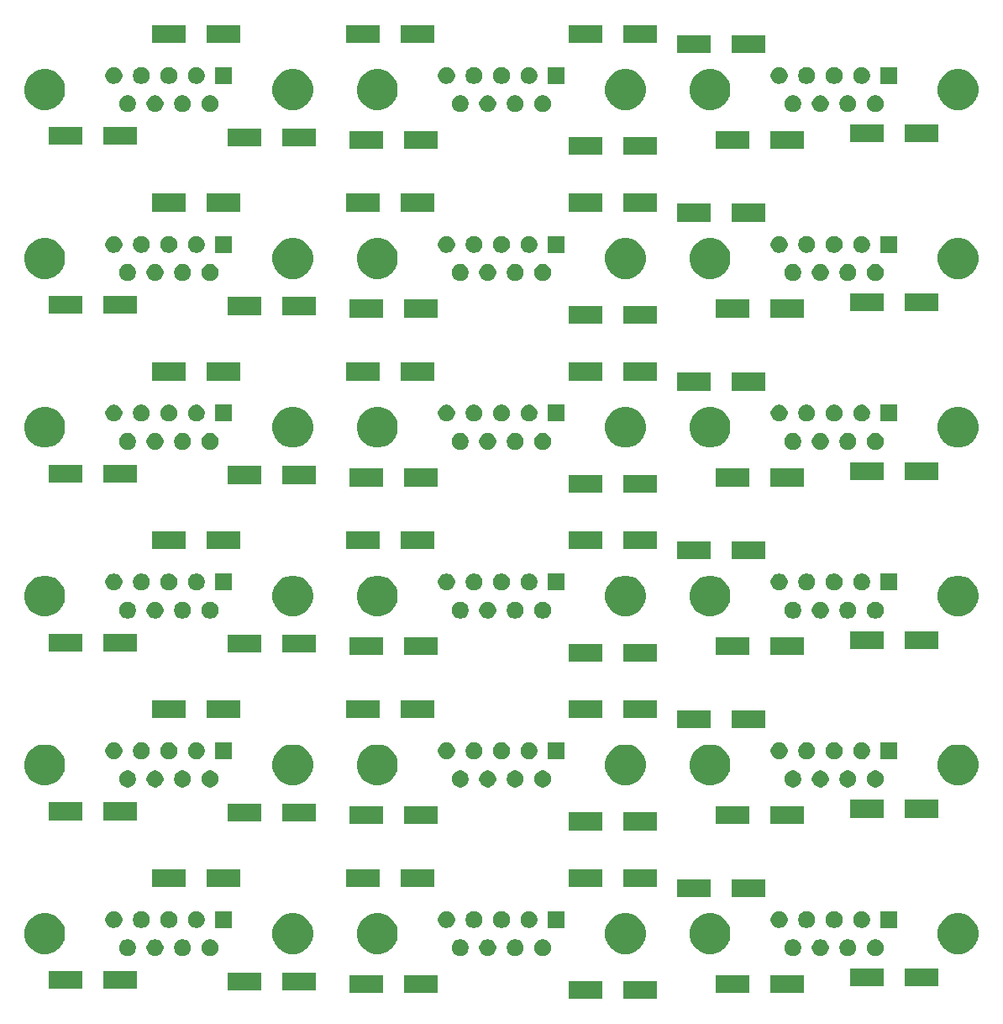
<source format=gts>
%MOIN*%
%OFA0B0*%
%FSLAX46Y46*%
%IPPOS*%
%LPD*%
%ADD10C,0.0039370078740157488*%
%ADD21C,0.0039370078740157488*%
%ADD22C,0.0039370078740157488*%
%ADD23C,0.0039370078740157488*%
%ADD24C,0.0039370078740157488*%
%ADD25C,0.0039370078740157488*%
D10*
G36*
X0002585629Y0000040984D02*
G01*
X0002451692Y0000040984D01*
X0002451692Y0000111929D01*
X0002585629Y0000111929D01*
X0002585629Y0000040984D01*
X0002585629Y0000040984D01*
G37*
G36*
X0002369094Y0000040984D02*
G01*
X0002235157Y0000040984D01*
X0002235157Y0000111929D01*
X0002369094Y0000111929D01*
X0002369094Y0000040984D01*
X0002369094Y0000040984D01*
G37*
G36*
X0001715629Y0000065984D02*
G01*
X0001581692Y0000065984D01*
X0001581692Y0000136929D01*
X0001715629Y0000136929D01*
X0001715629Y0000065984D01*
X0001715629Y0000065984D01*
G37*
G36*
X0003167362Y0000065984D02*
G01*
X0003033425Y0000065984D01*
X0003033425Y0000136929D01*
X0003167362Y0000136929D01*
X0003167362Y0000065984D01*
X0003167362Y0000065984D01*
G37*
G36*
X0002950826Y0000065984D02*
G01*
X0002816889Y0000065984D01*
X0002816889Y0000136929D01*
X0002950826Y0000136929D01*
X0002950826Y0000065984D01*
X0002950826Y0000065984D01*
G37*
G36*
X0001499094Y0000065984D02*
G01*
X0001365157Y0000065984D01*
X0001365157Y0000136929D01*
X0001499094Y0000136929D01*
X0001499094Y0000065984D01*
X0001499094Y0000065984D01*
G37*
G36*
X0001230629Y0000075984D02*
G01*
X0001096692Y0000075984D01*
X0001096692Y0000146929D01*
X0001230629Y0000146929D01*
X0001230629Y0000075984D01*
X0001230629Y0000075984D01*
G37*
G36*
X0001014094Y0000075984D02*
G01*
X0000880157Y0000075984D01*
X0000880157Y0000146929D01*
X0001014094Y0000146929D01*
X0001014094Y0000075984D01*
X0001014094Y0000075984D01*
G37*
G36*
X0000304094Y0000080984D02*
G01*
X0000170157Y0000080984D01*
X0000170157Y0000151929D01*
X0000304094Y0000151929D01*
X0000304094Y0000080984D01*
X0000304094Y0000080984D01*
G37*
G36*
X0000520629Y0000080984D02*
G01*
X0000386692Y0000080984D01*
X0000386692Y0000151929D01*
X0000520629Y0000151929D01*
X0000520629Y0000080984D01*
X0000520629Y0000080984D01*
G37*
G36*
X0003700629Y0000090984D02*
G01*
X0003566692Y0000090984D01*
X0003566692Y0000161929D01*
X0003700629Y0000161929D01*
X0003700629Y0000090984D01*
X0003700629Y0000090984D01*
G37*
G36*
X0003484094Y0000090984D02*
G01*
X0003350157Y0000090984D01*
X0003350157Y0000161929D01*
X0003484094Y0000161929D01*
X0003484094Y0000090984D01*
X0003484094Y0000090984D01*
G37*
G36*
X0002031583Y0000276862D02*
G01*
X0002037681Y0000274336D01*
X0002043168Y0000270669D01*
X0002047835Y0000266003D01*
X0002051501Y0000260515D01*
X0002054027Y0000254418D01*
X0002055314Y0000247945D01*
X0002055314Y0000241345D01*
X0002054027Y0000234872D01*
X0002051501Y0000228775D01*
X0002047835Y0000223288D01*
X0002043168Y0000218621D01*
X0002037681Y0000214954D01*
X0002031583Y0000212429D01*
X0002025110Y0000211141D01*
X0002018511Y0000211141D01*
X0002012038Y0000212429D01*
X0002005940Y0000214954D01*
X0002000453Y0000218621D01*
X0001995786Y0000223288D01*
X0001992120Y0000228775D01*
X0001989594Y0000234872D01*
X0001988307Y0000241345D01*
X0001988307Y0000247945D01*
X0001989594Y0000254418D01*
X0001992120Y0000260515D01*
X0001995786Y0000266003D01*
X0002000453Y0000270669D01*
X0002005940Y0000274336D01*
X0002012038Y0000276862D01*
X0002018511Y0000278149D01*
X0002025110Y0000278149D01*
X0002031583Y0000276862D01*
X0002031583Y0000276862D01*
G37*
G36*
X0003133473Y0000276862D02*
G01*
X0003139570Y0000274336D01*
X0003145058Y0000270669D01*
X0003149725Y0000266003D01*
X0003153391Y0000260515D01*
X0003155917Y0000254418D01*
X0003157204Y0000247945D01*
X0003157204Y0000241345D01*
X0003155917Y0000234872D01*
X0003153391Y0000228775D01*
X0003149725Y0000223288D01*
X0003145058Y0000218621D01*
X0003139570Y0000214954D01*
X0003133473Y0000212429D01*
X0003127000Y0000211141D01*
X0003120400Y0000211141D01*
X0003113928Y0000212429D01*
X0003107830Y0000214954D01*
X0003102343Y0000218621D01*
X0003097676Y0000223288D01*
X0003094009Y0000228775D01*
X0003091484Y0000234872D01*
X0003090196Y0000241345D01*
X0003090196Y0000247945D01*
X0003091484Y0000254418D01*
X0003094009Y0000260515D01*
X0003097676Y0000266003D01*
X0003102343Y0000270669D01*
X0003107830Y0000274336D01*
X0003113928Y0000276862D01*
X0003120400Y0000278149D01*
X0003127000Y0000278149D01*
X0003133473Y0000276862D01*
X0003133473Y0000276862D01*
G37*
G36*
X0003242528Y0000276862D02*
G01*
X0003248625Y0000274336D01*
X0003254113Y0000270669D01*
X0003258780Y0000266003D01*
X0003262446Y0000260515D01*
X0003264972Y0000254418D01*
X0003266259Y0000247945D01*
X0003266259Y0000241345D01*
X0003264972Y0000234872D01*
X0003262446Y0000228775D01*
X0003258780Y0000223288D01*
X0003254113Y0000218621D01*
X0003248625Y0000214954D01*
X0003242528Y0000212429D01*
X0003236055Y0000211141D01*
X0003229456Y0000211141D01*
X0003222983Y0000212429D01*
X0003216885Y0000214954D01*
X0003211398Y0000218621D01*
X0003206731Y0000223288D01*
X0003203065Y0000228775D01*
X0003200539Y0000234872D01*
X0003199251Y0000241345D01*
X0003199251Y0000247945D01*
X0003200539Y0000254418D01*
X0003203065Y0000260515D01*
X0003206731Y0000266003D01*
X0003211398Y0000270669D01*
X0003216885Y0000274336D01*
X0003222983Y0000276862D01*
X0003229456Y0000278149D01*
X0003236055Y0000278149D01*
X0003242528Y0000276862D01*
X0003242528Y0000276862D01*
G37*
G36*
X0003351583Y0000276862D02*
G01*
X0003357681Y0000274336D01*
X0003363168Y0000270669D01*
X0003367835Y0000266003D01*
X0003371501Y0000260515D01*
X0003374027Y0000254418D01*
X0003375314Y0000247945D01*
X0003375314Y0000241345D01*
X0003374027Y0000234872D01*
X0003371501Y0000228775D01*
X0003367835Y0000223288D01*
X0003363168Y0000218621D01*
X0003357681Y0000214954D01*
X0003351583Y0000212429D01*
X0003345110Y0000211141D01*
X0003338511Y0000211141D01*
X0003332038Y0000212429D01*
X0003325940Y0000214954D01*
X0003320453Y0000218621D01*
X0003315786Y0000223288D01*
X0003312120Y0000228775D01*
X0003309594Y0000234872D01*
X0003308307Y0000241345D01*
X0003308307Y0000247945D01*
X0003309594Y0000254418D01*
X0003312120Y0000260515D01*
X0003315786Y0000266003D01*
X0003320453Y0000270669D01*
X0003325940Y0000274336D01*
X0003332038Y0000276862D01*
X0003338511Y0000278149D01*
X0003345110Y0000278149D01*
X0003351583Y0000276862D01*
X0003351583Y0000276862D01*
G37*
G36*
X0003460638Y0000276862D02*
G01*
X0003466736Y0000274336D01*
X0003472223Y0000270669D01*
X0003476890Y0000266003D01*
X0003480556Y0000260515D01*
X0003483082Y0000254418D01*
X0003484370Y0000247945D01*
X0003484370Y0000241345D01*
X0003483082Y0000234872D01*
X0003480556Y0000228775D01*
X0003476890Y0000223288D01*
X0003472223Y0000218621D01*
X0003466736Y0000214954D01*
X0003460638Y0000212429D01*
X0003454165Y0000211141D01*
X0003447566Y0000211141D01*
X0003441093Y0000212429D01*
X0003434996Y0000214954D01*
X0003429508Y0000218621D01*
X0003424841Y0000223288D01*
X0003421175Y0000228775D01*
X0003418649Y0000234872D01*
X0003417362Y0000241345D01*
X0003417362Y0000247945D01*
X0003418649Y0000254418D01*
X0003421175Y0000260515D01*
X0003424841Y0000266003D01*
X0003429508Y0000270669D01*
X0003434996Y0000274336D01*
X0003441093Y0000276862D01*
X0003447566Y0000278149D01*
X0003454165Y0000278149D01*
X0003460638Y0000276862D01*
X0003460638Y0000276862D01*
G37*
G36*
X0000711583Y0000276862D02*
G01*
X0000717681Y0000274336D01*
X0000723168Y0000270669D01*
X0000727835Y0000266003D01*
X0000731501Y0000260515D01*
X0000734027Y0000254418D01*
X0000735314Y0000247945D01*
X0000735314Y0000241345D01*
X0000734027Y0000234872D01*
X0000731501Y0000228775D01*
X0000727835Y0000223288D01*
X0000723168Y0000218621D01*
X0000717681Y0000214954D01*
X0000711583Y0000212429D01*
X0000705110Y0000211141D01*
X0000698511Y0000211141D01*
X0000692038Y0000212429D01*
X0000685940Y0000214954D01*
X0000680453Y0000218621D01*
X0000675786Y0000223288D01*
X0000672120Y0000228775D01*
X0000669594Y0000234872D01*
X0000668307Y0000241345D01*
X0000668307Y0000247945D01*
X0000669594Y0000254418D01*
X0000672120Y0000260515D01*
X0000675786Y0000266003D01*
X0000680453Y0000270669D01*
X0000685940Y0000274336D01*
X0000692038Y0000276862D01*
X0000698511Y0000278149D01*
X0000705110Y0000278149D01*
X0000711583Y0000276862D01*
X0000711583Y0000276862D01*
G37*
G36*
X0000602528Y0000276862D02*
G01*
X0000608625Y0000274336D01*
X0000614113Y0000270669D01*
X0000618780Y0000266003D01*
X0000622446Y0000260515D01*
X0000624972Y0000254418D01*
X0000626259Y0000247945D01*
X0000626259Y0000241345D01*
X0000624972Y0000234872D01*
X0000622446Y0000228775D01*
X0000618780Y0000223288D01*
X0000614113Y0000218621D01*
X0000608625Y0000214954D01*
X0000602528Y0000212429D01*
X0000596055Y0000211141D01*
X0000589456Y0000211141D01*
X0000582983Y0000212429D01*
X0000576885Y0000214954D01*
X0000571398Y0000218621D01*
X0000566731Y0000223288D01*
X0000563065Y0000228775D01*
X0000560539Y0000234872D01*
X0000559251Y0000241345D01*
X0000559251Y0000247945D01*
X0000560539Y0000254418D01*
X0000563065Y0000260515D01*
X0000566731Y0000266003D01*
X0000571398Y0000270669D01*
X0000576885Y0000274336D01*
X0000582983Y0000276862D01*
X0000589456Y0000278149D01*
X0000596055Y0000278149D01*
X0000602528Y0000276862D01*
X0000602528Y0000276862D01*
G37*
G36*
X0000493473Y0000276862D02*
G01*
X0000499570Y0000274336D01*
X0000505058Y0000270669D01*
X0000509724Y0000266003D01*
X0000513391Y0000260515D01*
X0000515917Y0000254418D01*
X0000517204Y0000247945D01*
X0000517204Y0000241345D01*
X0000515917Y0000234872D01*
X0000513391Y0000228775D01*
X0000509724Y0000223288D01*
X0000505058Y0000218621D01*
X0000499570Y0000214954D01*
X0000493473Y0000212429D01*
X0000487000Y0000211141D01*
X0000480400Y0000211141D01*
X0000473928Y0000212429D01*
X0000467830Y0000214954D01*
X0000462343Y0000218621D01*
X0000457676Y0000223288D01*
X0000454009Y0000228775D01*
X0000451484Y0000234872D01*
X0000450196Y0000241345D01*
X0000450196Y0000247945D01*
X0000451484Y0000254418D01*
X0000454009Y0000260515D01*
X0000457676Y0000266003D01*
X0000462343Y0000270669D01*
X0000467830Y0000274336D01*
X0000473928Y0000276862D01*
X0000480400Y0000278149D01*
X0000487000Y0000278149D01*
X0000493473Y0000276862D01*
X0000493473Y0000276862D01*
G37*
G36*
X0001813473Y0000276862D02*
G01*
X0001819570Y0000274336D01*
X0001825058Y0000270669D01*
X0001829725Y0000266003D01*
X0001833391Y0000260515D01*
X0001835917Y0000254418D01*
X0001837204Y0000247945D01*
X0001837204Y0000241345D01*
X0001835917Y0000234872D01*
X0001833391Y0000228775D01*
X0001829725Y0000223288D01*
X0001825058Y0000218621D01*
X0001819570Y0000214954D01*
X0001813473Y0000212429D01*
X0001807000Y0000211141D01*
X0001800400Y0000211141D01*
X0001793927Y0000212429D01*
X0001787830Y0000214954D01*
X0001782343Y0000218621D01*
X0001777676Y0000223288D01*
X0001774009Y0000228775D01*
X0001771484Y0000234872D01*
X0001770196Y0000241345D01*
X0001770196Y0000247945D01*
X0001771484Y0000254418D01*
X0001774009Y0000260515D01*
X0001777676Y0000266003D01*
X0001782343Y0000270669D01*
X0001787830Y0000274336D01*
X0001793927Y0000276862D01*
X0001800400Y0000278149D01*
X0001807000Y0000278149D01*
X0001813473Y0000276862D01*
X0001813473Y0000276862D01*
G37*
G36*
X0001922528Y0000276862D02*
G01*
X0001928625Y0000274336D01*
X0001934113Y0000270669D01*
X0001938780Y0000266003D01*
X0001942446Y0000260515D01*
X0001944972Y0000254418D01*
X0001946259Y0000247945D01*
X0001946259Y0000241345D01*
X0001944972Y0000234872D01*
X0001942446Y0000228775D01*
X0001938780Y0000223288D01*
X0001934113Y0000218621D01*
X0001928625Y0000214954D01*
X0001922528Y0000212429D01*
X0001916055Y0000211141D01*
X0001909456Y0000211141D01*
X0001902983Y0000212429D01*
X0001896885Y0000214954D01*
X0001891398Y0000218621D01*
X0001886731Y0000223288D01*
X0001883065Y0000228775D01*
X0001880539Y0000234872D01*
X0001879251Y0000241345D01*
X0001879251Y0000247945D01*
X0001880539Y0000254418D01*
X0001883065Y0000260515D01*
X0001886731Y0000266003D01*
X0001891398Y0000270669D01*
X0001896885Y0000274336D01*
X0001902983Y0000276862D01*
X0001909456Y0000278149D01*
X0001916055Y0000278149D01*
X0001922528Y0000276862D01*
X0001922528Y0000276862D01*
G37*
G36*
X0000820638Y0000276862D02*
G01*
X0000826736Y0000274336D01*
X0000832223Y0000270669D01*
X0000836890Y0000266003D01*
X0000840556Y0000260515D01*
X0000843082Y0000254418D01*
X0000844370Y0000247945D01*
X0000844370Y0000241345D01*
X0000843082Y0000234872D01*
X0000840556Y0000228775D01*
X0000836890Y0000223288D01*
X0000832223Y0000218621D01*
X0000826736Y0000214954D01*
X0000820638Y0000212429D01*
X0000814165Y0000211141D01*
X0000807566Y0000211141D01*
X0000801093Y0000212429D01*
X0000794996Y0000214954D01*
X0000789508Y0000218621D01*
X0000784841Y0000223288D01*
X0000781175Y0000228775D01*
X0000778649Y0000234872D01*
X0000777362Y0000241345D01*
X0000777362Y0000247945D01*
X0000778649Y0000254418D01*
X0000781175Y0000260515D01*
X0000784841Y0000266003D01*
X0000789508Y0000270669D01*
X0000794996Y0000274336D01*
X0000801093Y0000276862D01*
X0000807566Y0000278149D01*
X0000814165Y0000278149D01*
X0000820638Y0000276862D01*
X0000820638Y0000276862D01*
G37*
G36*
X0002140638Y0000276862D02*
G01*
X0002146736Y0000274336D01*
X0002152223Y0000270669D01*
X0002156890Y0000266003D01*
X0002160556Y0000260515D01*
X0002163082Y0000254418D01*
X0002164370Y0000247945D01*
X0002164370Y0000241345D01*
X0002163082Y0000234872D01*
X0002160556Y0000228775D01*
X0002156890Y0000223288D01*
X0002152223Y0000218621D01*
X0002146736Y0000214954D01*
X0002140638Y0000212429D01*
X0002134165Y0000211141D01*
X0002127566Y0000211141D01*
X0002121093Y0000212429D01*
X0002114996Y0000214954D01*
X0002109508Y0000218621D01*
X0002104841Y0000223288D01*
X0002101175Y0000228775D01*
X0002098649Y0000234872D01*
X0002097362Y0000241345D01*
X0002097362Y0000247945D01*
X0002098649Y0000254418D01*
X0002101175Y0000260515D01*
X0002104841Y0000266003D01*
X0002109508Y0000270669D01*
X0002114996Y0000274336D01*
X0002121093Y0000276862D01*
X0002127566Y0000278149D01*
X0002134165Y0000278149D01*
X0002140638Y0000276862D01*
X0002140638Y0000276862D01*
G37*
G36*
X0002818710Y0000378196D02*
G01*
X0002832880Y0000372326D01*
X0002833406Y0000372109D01*
X0002846631Y0000363272D01*
X0002857878Y0000352025D01*
X0002861447Y0000346683D01*
X0002866715Y0000338799D01*
X0002872802Y0000324104D01*
X0002875905Y0000308504D01*
X0002875905Y0000292598D01*
X0002872802Y0000276997D01*
X0002868248Y0000266003D01*
X0002866715Y0000262302D01*
X0002857878Y0000249077D01*
X0002846631Y0000237830D01*
X0002833406Y0000228993D01*
X0002833405Y0000228993D01*
X0002833405Y0000228993D01*
X0002818710Y0000222906D01*
X0002803110Y0000219803D01*
X0002787204Y0000219803D01*
X0002771604Y0000222906D01*
X0002756909Y0000228993D01*
X0002756908Y0000228993D01*
X0002756908Y0000228993D01*
X0002743683Y0000237830D01*
X0002732436Y0000249077D01*
X0002723599Y0000262302D01*
X0002722066Y0000266003D01*
X0002717512Y0000276997D01*
X0002714409Y0000292598D01*
X0002714409Y0000308504D01*
X0002717512Y0000324104D01*
X0002723599Y0000338799D01*
X0002728867Y0000346683D01*
X0002732436Y0000352025D01*
X0002743683Y0000363272D01*
X0002756908Y0000372109D01*
X0002757434Y0000372326D01*
X0002771604Y0000378196D01*
X0002787204Y0000381299D01*
X0002803110Y0000381299D01*
X0002818710Y0000378196D01*
X0002818710Y0000378196D01*
G37*
G36*
X0001498710Y0000378196D02*
G01*
X0001512880Y0000372326D01*
X0001513405Y0000372109D01*
X0001526631Y0000363272D01*
X0001537878Y0000352025D01*
X0001541447Y0000346683D01*
X0001546715Y0000338799D01*
X0001552802Y0000324104D01*
X0001555905Y0000308504D01*
X0001555905Y0000292598D01*
X0001552802Y0000276997D01*
X0001548248Y0000266003D01*
X0001546715Y0000262302D01*
X0001537878Y0000249077D01*
X0001526631Y0000237830D01*
X0001513405Y0000228993D01*
X0001513405Y0000228993D01*
X0001513405Y0000228993D01*
X0001498710Y0000222906D01*
X0001483110Y0000219803D01*
X0001467204Y0000219803D01*
X0001451604Y0000222906D01*
X0001436909Y0000228993D01*
X0001436908Y0000228993D01*
X0001436908Y0000228993D01*
X0001423683Y0000237830D01*
X0001412436Y0000249077D01*
X0001403599Y0000262302D01*
X0001402066Y0000266003D01*
X0001397512Y0000276997D01*
X0001394409Y0000292598D01*
X0001394409Y0000308504D01*
X0001397512Y0000324104D01*
X0001403599Y0000338799D01*
X0001408867Y0000346683D01*
X0001412436Y0000352025D01*
X0001423683Y0000363272D01*
X0001436908Y0000372109D01*
X0001437434Y0000372326D01*
X0001451604Y0000378196D01*
X0001467204Y0000381299D01*
X0001483110Y0000381299D01*
X0001498710Y0000378196D01*
X0001498710Y0000378196D01*
G37*
G36*
X0000178710Y0000378196D02*
G01*
X0000192880Y0000372326D01*
X0000193406Y0000372109D01*
X0000206631Y0000363272D01*
X0000217878Y0000352025D01*
X0000221447Y0000346683D01*
X0000226715Y0000338799D01*
X0000232802Y0000324104D01*
X0000235905Y0000308504D01*
X0000235905Y0000292598D01*
X0000232802Y0000276997D01*
X0000228248Y0000266003D01*
X0000226715Y0000262302D01*
X0000217878Y0000249077D01*
X0000206631Y0000237830D01*
X0000193406Y0000228993D01*
X0000193405Y0000228993D01*
X0000193405Y0000228993D01*
X0000178710Y0000222906D01*
X0000163110Y0000219803D01*
X0000147204Y0000219803D01*
X0000131604Y0000222906D01*
X0000116908Y0000228993D01*
X0000116908Y0000228993D01*
X0000116908Y0000228993D01*
X0000103683Y0000237830D01*
X0000092436Y0000249077D01*
X0000083599Y0000262302D01*
X0000082066Y0000266003D01*
X0000077512Y0000276997D01*
X0000074409Y0000292598D01*
X0000074409Y0000308504D01*
X0000077512Y0000324104D01*
X0000083599Y0000338799D01*
X0000088867Y0000346683D01*
X0000092436Y0000352025D01*
X0000103683Y0000363272D01*
X0000116908Y0000372109D01*
X0000117434Y0000372326D01*
X0000131604Y0000378196D01*
X0000147204Y0000381299D01*
X0000163110Y0000381299D01*
X0000178710Y0000378196D01*
X0000178710Y0000378196D01*
G37*
G36*
X0001162962Y0000378196D02*
G01*
X0001177132Y0000372326D01*
X0001177657Y0000372109D01*
X0001190883Y0000363272D01*
X0001202130Y0000352025D01*
X0001205699Y0000346683D01*
X0001210967Y0000338799D01*
X0001217054Y0000324104D01*
X0001220157Y0000308504D01*
X0001220157Y0000292598D01*
X0001217054Y0000276997D01*
X0001212500Y0000266003D01*
X0001210967Y0000262302D01*
X0001202130Y0000249077D01*
X0001190883Y0000237830D01*
X0001177657Y0000228993D01*
X0001177657Y0000228993D01*
X0001177657Y0000228993D01*
X0001162962Y0000222906D01*
X0001147362Y0000219803D01*
X0001131456Y0000219803D01*
X0001115856Y0000222906D01*
X0001101160Y0000228993D01*
X0001101160Y0000228993D01*
X0001101160Y0000228993D01*
X0001087935Y0000237830D01*
X0001076688Y0000249077D01*
X0001067851Y0000262302D01*
X0001066318Y0000266003D01*
X0001061764Y0000276997D01*
X0001058661Y0000292598D01*
X0001058661Y0000308504D01*
X0001061764Y0000324104D01*
X0001067851Y0000338799D01*
X0001073119Y0000346683D01*
X0001076688Y0000352025D01*
X0001087935Y0000363272D01*
X0001101160Y0000372109D01*
X0001101686Y0000372326D01*
X0001115856Y0000378196D01*
X0001131456Y0000381299D01*
X0001147362Y0000381299D01*
X0001162962Y0000378196D01*
X0001162962Y0000378196D01*
G37*
G36*
X0003802962Y0000378196D02*
G01*
X0003817132Y0000372326D01*
X0003817657Y0000372109D01*
X0003830883Y0000363272D01*
X0003842130Y0000352025D01*
X0003845699Y0000346683D01*
X0003850967Y0000338799D01*
X0003857054Y0000324104D01*
X0003860157Y0000308504D01*
X0003860157Y0000292598D01*
X0003857054Y0000276997D01*
X0003852500Y0000266003D01*
X0003850967Y0000262302D01*
X0003842130Y0000249077D01*
X0003830883Y0000237830D01*
X0003817657Y0000228993D01*
X0003817657Y0000228993D01*
X0003817657Y0000228993D01*
X0003802962Y0000222906D01*
X0003787362Y0000219803D01*
X0003771456Y0000219803D01*
X0003755856Y0000222906D01*
X0003741160Y0000228993D01*
X0003741160Y0000228993D01*
X0003741160Y0000228993D01*
X0003727935Y0000237830D01*
X0003716688Y0000249077D01*
X0003707851Y0000262302D01*
X0003706318Y0000266003D01*
X0003701764Y0000276997D01*
X0003698661Y0000292598D01*
X0003698661Y0000308504D01*
X0003701764Y0000324104D01*
X0003707851Y0000338799D01*
X0003713119Y0000346683D01*
X0003716688Y0000352025D01*
X0003727935Y0000363272D01*
X0003741160Y0000372109D01*
X0003741686Y0000372326D01*
X0003755856Y0000378196D01*
X0003771456Y0000381299D01*
X0003787362Y0000381299D01*
X0003802962Y0000378196D01*
X0003802962Y0000378196D01*
G37*
G36*
X0002482962Y0000378196D02*
G01*
X0002497132Y0000372326D01*
X0002497657Y0000372109D01*
X0002510883Y0000363272D01*
X0002522130Y0000352025D01*
X0002525699Y0000346683D01*
X0002530967Y0000338799D01*
X0002537054Y0000324104D01*
X0002540157Y0000308504D01*
X0002540157Y0000292598D01*
X0002537054Y0000276997D01*
X0002532500Y0000266003D01*
X0002530967Y0000262302D01*
X0002522130Y0000249077D01*
X0002510883Y0000237830D01*
X0002497657Y0000228993D01*
X0002497657Y0000228993D01*
X0002497657Y0000228993D01*
X0002482962Y0000222906D01*
X0002467362Y0000219803D01*
X0002451456Y0000219803D01*
X0002435856Y0000222906D01*
X0002421160Y0000228993D01*
X0002421160Y0000228993D01*
X0002421160Y0000228993D01*
X0002407935Y0000237830D01*
X0002396688Y0000249077D01*
X0002387851Y0000262302D01*
X0002386318Y0000266003D01*
X0002381764Y0000276997D01*
X0002378661Y0000292598D01*
X0002378661Y0000308504D01*
X0002381764Y0000324104D01*
X0002387851Y0000338799D01*
X0002393119Y0000346683D01*
X0002396688Y0000352025D01*
X0002407935Y0000363272D01*
X0002421160Y0000372109D01*
X0002421686Y0000372326D01*
X0002435856Y0000378196D01*
X0002451456Y0000381299D01*
X0002467362Y0000381299D01*
X0002482962Y0000378196D01*
X0002482962Y0000378196D01*
G37*
G36*
X0000766111Y0000388673D02*
G01*
X0000772208Y0000386147D01*
X0000777696Y0000382480D01*
X0000782362Y0000377814D01*
X0000786029Y0000372326D01*
X0000788555Y0000366229D01*
X0000789842Y0000359756D01*
X0000789842Y0000353156D01*
X0000788555Y0000346683D01*
X0000786029Y0000340586D01*
X0000782362Y0000335099D01*
X0000777696Y0000330432D01*
X0000772208Y0000326765D01*
X0000766111Y0000324240D01*
X0000759638Y0000322952D01*
X0000753038Y0000322952D01*
X0000746565Y0000324240D01*
X0000740468Y0000326765D01*
X0000734981Y0000330432D01*
X0000730314Y0000335099D01*
X0000726647Y0000340586D01*
X0000724122Y0000346683D01*
X0000722834Y0000353156D01*
X0000722834Y0000359756D01*
X0000724122Y0000366229D01*
X0000726647Y0000372326D01*
X0000730314Y0000377814D01*
X0000734981Y0000382480D01*
X0000740468Y0000386147D01*
X0000746565Y0000388673D01*
X0000753038Y0000389960D01*
X0000759638Y0000389960D01*
X0000766111Y0000388673D01*
X0000766111Y0000388673D01*
G37*
G36*
X0000548001Y0000388673D02*
G01*
X0000554098Y0000386147D01*
X0000559585Y0000382480D01*
X0000564252Y0000377814D01*
X0000567919Y0000372326D01*
X0000570444Y0000366229D01*
X0000571732Y0000359756D01*
X0000571732Y0000353156D01*
X0000570444Y0000346683D01*
X0000567919Y0000340586D01*
X0000564252Y0000335099D01*
X0000559585Y0000330432D01*
X0000554098Y0000326765D01*
X0000548001Y0000324240D01*
X0000541528Y0000322952D01*
X0000534928Y0000322952D01*
X0000528455Y0000324240D01*
X0000522358Y0000326765D01*
X0000516870Y0000330432D01*
X0000512204Y0000335099D01*
X0000508537Y0000340586D01*
X0000506011Y0000346683D01*
X0000504724Y0000353156D01*
X0000504724Y0000359756D01*
X0000506011Y0000366229D01*
X0000508537Y0000372326D01*
X0000512204Y0000377814D01*
X0000516870Y0000382480D01*
X0000522358Y0000386147D01*
X0000528455Y0000388673D01*
X0000534928Y0000389960D01*
X0000541528Y0000389960D01*
X0000548001Y0000388673D01*
X0000548001Y0000388673D01*
G37*
G36*
X0001758945Y0000388673D02*
G01*
X0001765043Y0000386147D01*
X0001770530Y0000382480D01*
X0001775197Y0000377814D01*
X0001778864Y0000372326D01*
X0001781389Y0000366229D01*
X0001782677Y0000359756D01*
X0001782677Y0000353156D01*
X0001781389Y0000346683D01*
X0001778864Y0000340586D01*
X0001775197Y0000335099D01*
X0001770530Y0000330432D01*
X0001765043Y0000326765D01*
X0001758945Y0000324240D01*
X0001752473Y0000322952D01*
X0001745873Y0000322952D01*
X0001739400Y0000324240D01*
X0001733303Y0000326765D01*
X0001727815Y0000330432D01*
X0001723148Y0000335099D01*
X0001719482Y0000340586D01*
X0001716956Y0000346683D01*
X0001715669Y0000353156D01*
X0001715669Y0000359756D01*
X0001716956Y0000366229D01*
X0001719482Y0000372326D01*
X0001723148Y0000377814D01*
X0001727815Y0000382480D01*
X0001733303Y0000386147D01*
X0001739400Y0000388673D01*
X0001745873Y0000389960D01*
X0001752473Y0000389960D01*
X0001758945Y0000388673D01*
X0001758945Y0000388673D01*
G37*
G36*
X0001868001Y0000388673D02*
G01*
X0001874098Y0000386147D01*
X0001879585Y0000382480D01*
X0001884252Y0000377814D01*
X0001887919Y0000372326D01*
X0001890444Y0000366229D01*
X0001891732Y0000359756D01*
X0001891732Y0000353156D01*
X0001890444Y0000346683D01*
X0001887919Y0000340586D01*
X0001884252Y0000335099D01*
X0001879585Y0000330432D01*
X0001874098Y0000326765D01*
X0001868001Y0000324240D01*
X0001861528Y0000322952D01*
X0001854928Y0000322952D01*
X0001848455Y0000324240D01*
X0001842358Y0000326765D01*
X0001836870Y0000330432D01*
X0001832204Y0000335099D01*
X0001828537Y0000340586D01*
X0001826011Y0000346683D01*
X0001824724Y0000353156D01*
X0001824724Y0000359756D01*
X0001826011Y0000366229D01*
X0001828537Y0000372326D01*
X0001832204Y0000377814D01*
X0001836870Y0000382480D01*
X0001842358Y0000386147D01*
X0001848455Y0000388673D01*
X0001854928Y0000389960D01*
X0001861528Y0000389960D01*
X0001868001Y0000388673D01*
X0001868001Y0000388673D01*
G37*
G36*
X0001977056Y0000388673D02*
G01*
X0001983153Y0000386147D01*
X0001988640Y0000382480D01*
X0001993307Y0000377814D01*
X0001996974Y0000372326D01*
X0001999499Y0000366229D01*
X0002000787Y0000359756D01*
X0002000787Y0000353156D01*
X0001999499Y0000346683D01*
X0001996974Y0000340586D01*
X0001993307Y0000335099D01*
X0001988640Y0000330432D01*
X0001983153Y0000326765D01*
X0001977056Y0000324240D01*
X0001970583Y0000322952D01*
X0001963983Y0000322952D01*
X0001957510Y0000324240D01*
X0001951413Y0000326765D01*
X0001945925Y0000330432D01*
X0001941259Y0000335099D01*
X0001937592Y0000340586D01*
X0001935067Y0000346683D01*
X0001933779Y0000353156D01*
X0001933779Y0000359756D01*
X0001935067Y0000366229D01*
X0001937592Y0000372326D01*
X0001941259Y0000377814D01*
X0001945925Y0000382480D01*
X0001951413Y0000386147D01*
X0001957510Y0000388673D01*
X0001963983Y0000389960D01*
X0001970583Y0000389960D01*
X0001977056Y0000388673D01*
X0001977056Y0000388673D01*
G37*
G36*
X0002086111Y0000388673D02*
G01*
X0002092208Y0000386147D01*
X0002097696Y0000382480D01*
X0002102362Y0000377814D01*
X0002106029Y0000372326D01*
X0002108555Y0000366229D01*
X0002109842Y0000359756D01*
X0002109842Y0000353156D01*
X0002108555Y0000346683D01*
X0002106029Y0000340586D01*
X0002102362Y0000335099D01*
X0002097696Y0000330432D01*
X0002092208Y0000326765D01*
X0002086111Y0000324240D01*
X0002079638Y0000322952D01*
X0002073038Y0000322952D01*
X0002066565Y0000324240D01*
X0002060468Y0000326765D01*
X0002054981Y0000330432D01*
X0002050314Y0000335099D01*
X0002046647Y0000340586D01*
X0002044122Y0000346683D01*
X0002042834Y0000353156D01*
X0002042834Y0000359756D01*
X0002044122Y0000366229D01*
X0002046647Y0000372326D01*
X0002050314Y0000377814D01*
X0002054981Y0000382480D01*
X0002060468Y0000386147D01*
X0002066565Y0000388673D01*
X0002073038Y0000389960D01*
X0002079638Y0000389960D01*
X0002086111Y0000388673D01*
X0002086111Y0000388673D01*
G37*
G36*
X0000657056Y0000388673D02*
G01*
X0000663153Y0000386147D01*
X0000668640Y0000382480D01*
X0000673307Y0000377814D01*
X0000676974Y0000372326D01*
X0000679499Y0000366229D01*
X0000680787Y0000359756D01*
X0000680787Y0000353156D01*
X0000679499Y0000346683D01*
X0000676974Y0000340586D01*
X0000673307Y0000335099D01*
X0000668640Y0000330432D01*
X0000663153Y0000326765D01*
X0000657056Y0000324240D01*
X0000650583Y0000322952D01*
X0000643983Y0000322952D01*
X0000637510Y0000324240D01*
X0000631413Y0000326765D01*
X0000625925Y0000330432D01*
X0000621259Y0000335099D01*
X0000617592Y0000340586D01*
X0000615067Y0000346683D01*
X0000613779Y0000353156D01*
X0000613779Y0000359756D01*
X0000615067Y0000366229D01*
X0000617592Y0000372326D01*
X0000621259Y0000377814D01*
X0000625925Y0000382480D01*
X0000631413Y0000386147D01*
X0000637510Y0000388673D01*
X0000643983Y0000389960D01*
X0000650583Y0000389960D01*
X0000657056Y0000388673D01*
X0000657056Y0000388673D01*
G37*
G36*
X0003538897Y0000322952D02*
G01*
X0003471889Y0000322952D01*
X0003471889Y0000389960D01*
X0003538897Y0000389960D01*
X0003538897Y0000322952D01*
X0003538897Y0000322952D01*
G37*
G36*
X0002218897Y0000322952D02*
G01*
X0002151889Y0000322952D01*
X0002151889Y0000389960D01*
X0002218897Y0000389960D01*
X0002218897Y0000322952D01*
X0002218897Y0000322952D01*
G37*
G36*
X0003078945Y0000388673D02*
G01*
X0003085043Y0000386147D01*
X0003090530Y0000382480D01*
X0003095197Y0000377814D01*
X0003098864Y0000372326D01*
X0003101389Y0000366229D01*
X0003102677Y0000359756D01*
X0003102677Y0000353156D01*
X0003101389Y0000346683D01*
X0003098864Y0000340586D01*
X0003095197Y0000335099D01*
X0003090530Y0000330432D01*
X0003085043Y0000326765D01*
X0003078945Y0000324240D01*
X0003072473Y0000322952D01*
X0003065873Y0000322952D01*
X0003059400Y0000324240D01*
X0003053303Y0000326765D01*
X0003047815Y0000330432D01*
X0003043149Y0000335099D01*
X0003039482Y0000340586D01*
X0003036956Y0000346683D01*
X0003035669Y0000353156D01*
X0003035669Y0000359756D01*
X0003036956Y0000366229D01*
X0003039482Y0000372326D01*
X0003043149Y0000377814D01*
X0003047815Y0000382480D01*
X0003053303Y0000386147D01*
X0003059400Y0000388673D01*
X0003065873Y0000389960D01*
X0003072473Y0000389960D01*
X0003078945Y0000388673D01*
X0003078945Y0000388673D01*
G37*
G36*
X0003188001Y0000388673D02*
G01*
X0003194098Y0000386147D01*
X0003199585Y0000382480D01*
X0003204252Y0000377814D01*
X0003207919Y0000372326D01*
X0003210444Y0000366229D01*
X0003211732Y0000359756D01*
X0003211732Y0000353156D01*
X0003210444Y0000346683D01*
X0003207919Y0000340586D01*
X0003204252Y0000335099D01*
X0003199585Y0000330432D01*
X0003194098Y0000326765D01*
X0003188001Y0000324240D01*
X0003181528Y0000322952D01*
X0003174928Y0000322952D01*
X0003168455Y0000324240D01*
X0003162358Y0000326765D01*
X0003156870Y0000330432D01*
X0003152204Y0000335099D01*
X0003148537Y0000340586D01*
X0003146011Y0000346683D01*
X0003144724Y0000353156D01*
X0003144724Y0000359756D01*
X0003146011Y0000366229D01*
X0003148537Y0000372326D01*
X0003152204Y0000377814D01*
X0003156870Y0000382480D01*
X0003162358Y0000386147D01*
X0003168455Y0000388673D01*
X0003174928Y0000389960D01*
X0003181528Y0000389960D01*
X0003188001Y0000388673D01*
X0003188001Y0000388673D01*
G37*
G36*
X0003297056Y0000388673D02*
G01*
X0003303153Y0000386147D01*
X0003308640Y0000382480D01*
X0003313307Y0000377814D01*
X0003316974Y0000372326D01*
X0003319499Y0000366229D01*
X0003320787Y0000359756D01*
X0003320787Y0000353156D01*
X0003319499Y0000346683D01*
X0003316974Y0000340586D01*
X0003313307Y0000335099D01*
X0003308640Y0000330432D01*
X0003303153Y0000326765D01*
X0003297056Y0000324240D01*
X0003290583Y0000322952D01*
X0003283983Y0000322952D01*
X0003277510Y0000324240D01*
X0003271413Y0000326765D01*
X0003265925Y0000330432D01*
X0003261259Y0000335099D01*
X0003257592Y0000340586D01*
X0003255067Y0000346683D01*
X0003253779Y0000353156D01*
X0003253779Y0000359756D01*
X0003255067Y0000366229D01*
X0003257592Y0000372326D01*
X0003261259Y0000377814D01*
X0003265925Y0000382480D01*
X0003271413Y0000386147D01*
X0003277510Y0000388673D01*
X0003283983Y0000389960D01*
X0003290583Y0000389960D01*
X0003297056Y0000388673D01*
X0003297056Y0000388673D01*
G37*
G36*
X0003406111Y0000388673D02*
G01*
X0003412208Y0000386147D01*
X0003417696Y0000382480D01*
X0003422362Y0000377814D01*
X0003426029Y0000372326D01*
X0003428555Y0000366229D01*
X0003429842Y0000359756D01*
X0003429842Y0000353156D01*
X0003428555Y0000346683D01*
X0003426029Y0000340586D01*
X0003422362Y0000335099D01*
X0003417696Y0000330432D01*
X0003412208Y0000326765D01*
X0003406111Y0000324240D01*
X0003399638Y0000322952D01*
X0003393038Y0000322952D01*
X0003386565Y0000324240D01*
X0003380468Y0000326765D01*
X0003374981Y0000330432D01*
X0003370314Y0000335099D01*
X0003366647Y0000340586D01*
X0003364122Y0000346683D01*
X0003362834Y0000353156D01*
X0003362834Y0000359756D01*
X0003364122Y0000366229D01*
X0003366647Y0000372326D01*
X0003370314Y0000377814D01*
X0003374981Y0000382480D01*
X0003380468Y0000386147D01*
X0003386565Y0000388673D01*
X0003393038Y0000389960D01*
X0003399638Y0000389960D01*
X0003406111Y0000388673D01*
X0003406111Y0000388673D01*
G37*
G36*
X0000438945Y0000388673D02*
G01*
X0000445043Y0000386147D01*
X0000450530Y0000382480D01*
X0000455197Y0000377814D01*
X0000458864Y0000372326D01*
X0000461389Y0000366229D01*
X0000462677Y0000359756D01*
X0000462677Y0000353156D01*
X0000461389Y0000346683D01*
X0000458864Y0000340586D01*
X0000455197Y0000335099D01*
X0000450530Y0000330432D01*
X0000445043Y0000326765D01*
X0000438945Y0000324240D01*
X0000432473Y0000322952D01*
X0000425873Y0000322952D01*
X0000419400Y0000324240D01*
X0000413303Y0000326765D01*
X0000407815Y0000330432D01*
X0000403149Y0000335099D01*
X0000399482Y0000340586D01*
X0000396956Y0000346683D01*
X0000395669Y0000353156D01*
X0000395669Y0000359756D01*
X0000396956Y0000366229D01*
X0000399482Y0000372326D01*
X0000403149Y0000377814D01*
X0000407815Y0000382480D01*
X0000413303Y0000386147D01*
X0000419400Y0000388673D01*
X0000425873Y0000389960D01*
X0000432473Y0000389960D01*
X0000438945Y0000388673D01*
X0000438945Y0000388673D01*
G37*
G36*
X0000898897Y0000322952D02*
G01*
X0000831889Y0000322952D01*
X0000831889Y0000389960D01*
X0000898897Y0000389960D01*
X0000898897Y0000322952D01*
X0000898897Y0000322952D01*
G37*
G36*
X0002797362Y0000445984D02*
G01*
X0002663425Y0000445984D01*
X0002663425Y0000516929D01*
X0002797362Y0000516929D01*
X0002797362Y0000445984D01*
X0002797362Y0000445984D01*
G37*
G36*
X0003013897Y0000445984D02*
G01*
X0002879960Y0000445984D01*
X0002879960Y0000516929D01*
X0003013897Y0000516929D01*
X0003013897Y0000445984D01*
X0003013897Y0000445984D01*
G37*
G36*
X0002369094Y0000485984D02*
G01*
X0002235157Y0000485984D01*
X0002235157Y0000556929D01*
X0002369094Y0000556929D01*
X0002369094Y0000485984D01*
X0002369094Y0000485984D01*
G37*
G36*
X0002585629Y0000485984D02*
G01*
X0002451692Y0000485984D01*
X0002451692Y0000556929D01*
X0002585629Y0000556929D01*
X0002585629Y0000485984D01*
X0002585629Y0000485984D01*
G37*
G36*
X0000930629Y0000485984D02*
G01*
X0000796692Y0000485984D01*
X0000796692Y0000556929D01*
X0000930629Y0000556929D01*
X0000930629Y0000485984D01*
X0000930629Y0000485984D01*
G37*
G36*
X0000714094Y0000485984D02*
G01*
X0000580157Y0000485984D01*
X0000580157Y0000556929D01*
X0000714094Y0000556929D01*
X0000714094Y0000485984D01*
X0000714094Y0000485984D01*
G37*
G36*
X0001484094Y0000485984D02*
G01*
X0001350157Y0000485984D01*
X0001350157Y0000556929D01*
X0001484094Y0000556929D01*
X0001484094Y0000485984D01*
X0001484094Y0000485984D01*
G37*
G36*
X0001700629Y0000485984D02*
G01*
X0001566692Y0000485984D01*
X0001566692Y0000556929D01*
X0001700629Y0000556929D01*
X0001700629Y0000485984D01*
X0001700629Y0000485984D01*
G37*
G04 next file*
G04 #@! TF.GenerationSoftware,KiCad,Pcbnew,(5.1.2)-2*
G04 #@! TF.CreationDate,2019-11-27T23:52:17-06:00*
G04 #@! TF.ProjectId,ti99-joystick,74693939-2d6a-46f7-9973-7469636b2e6b,rev?*
G04 #@! TF.SameCoordinates,Original*
G04 #@! TF.FileFunction,Soldermask,Top*
G04 #@! TF.FilePolarity,Negative*
G04 Gerber Fmt 4.6, Leading zero omitted, Abs format (unit mm)*
G04 Created by KiCad (PCBNEW (5.1.2)-2) date 2019-11-27 23:52:17*
G04 APERTURE LIST*
G04 APERTURE END LIST*
D21*
G36*
X0002585629Y0000710275D02*
G01*
X0002451692Y0000710275D01*
X0002451692Y0000781220D01*
X0002585629Y0000781220D01*
X0002585629Y0000710275D01*
X0002585629Y0000710275D01*
G37*
G36*
X0002369094Y0000710275D02*
G01*
X0002235157Y0000710275D01*
X0002235157Y0000781220D01*
X0002369094Y0000781220D01*
X0002369094Y0000710275D01*
X0002369094Y0000710275D01*
G37*
G36*
X0001715629Y0000735275D02*
G01*
X0001581692Y0000735275D01*
X0001581692Y0000806220D01*
X0001715629Y0000806220D01*
X0001715629Y0000735275D01*
X0001715629Y0000735275D01*
G37*
G36*
X0003167362Y0000735275D02*
G01*
X0003033425Y0000735275D01*
X0003033425Y0000806220D01*
X0003167362Y0000806220D01*
X0003167362Y0000735275D01*
X0003167362Y0000735275D01*
G37*
G36*
X0002950826Y0000735275D02*
G01*
X0002816889Y0000735275D01*
X0002816889Y0000806220D01*
X0002950826Y0000806220D01*
X0002950826Y0000735275D01*
X0002950826Y0000735275D01*
G37*
G36*
X0001499094Y0000735275D02*
G01*
X0001365157Y0000735275D01*
X0001365157Y0000806220D01*
X0001499094Y0000806220D01*
X0001499094Y0000735275D01*
X0001499094Y0000735275D01*
G37*
G36*
X0001230629Y0000745275D02*
G01*
X0001096692Y0000745275D01*
X0001096692Y0000816220D01*
X0001230629Y0000816220D01*
X0001230629Y0000745275D01*
X0001230629Y0000745275D01*
G37*
G36*
X0001014094Y0000745275D02*
G01*
X0000880157Y0000745275D01*
X0000880157Y0000816220D01*
X0001014094Y0000816220D01*
X0001014094Y0000745275D01*
X0001014094Y0000745275D01*
G37*
G36*
X0000304094Y0000750275D02*
G01*
X0000170157Y0000750275D01*
X0000170157Y0000821220D01*
X0000304094Y0000821220D01*
X0000304094Y0000750275D01*
X0000304094Y0000750275D01*
G37*
G36*
X0000520629Y0000750275D02*
G01*
X0000386692Y0000750275D01*
X0000386692Y0000821220D01*
X0000520629Y0000821220D01*
X0000520629Y0000750275D01*
X0000520629Y0000750275D01*
G37*
G36*
X0003700629Y0000760275D02*
G01*
X0003566692Y0000760275D01*
X0003566692Y0000831220D01*
X0003700629Y0000831220D01*
X0003700629Y0000760275D01*
X0003700629Y0000760275D01*
G37*
G36*
X0003484094Y0000760275D02*
G01*
X0003350157Y0000760275D01*
X0003350157Y0000831220D01*
X0003484094Y0000831220D01*
X0003484094Y0000760275D01*
X0003484094Y0000760275D01*
G37*
G36*
X0002031583Y0000946153D02*
G01*
X0002037681Y0000943627D01*
X0002043168Y0000939961D01*
X0002047835Y0000935294D01*
X0002051501Y0000929807D01*
X0002054027Y0000923709D01*
X0002055314Y0000917236D01*
X0002055314Y0000910637D01*
X0002054027Y0000904164D01*
X0002051501Y0000898066D01*
X0002047835Y0000892579D01*
X0002043168Y0000887912D01*
X0002037681Y0000884246D01*
X0002031583Y0000881720D01*
X0002025110Y0000880433D01*
X0002018511Y0000880433D01*
X0002012038Y0000881720D01*
X0002005940Y0000884246D01*
X0002000453Y0000887912D01*
X0001995786Y0000892579D01*
X0001992120Y0000898066D01*
X0001989594Y0000904164D01*
X0001988307Y0000910637D01*
X0001988307Y0000917236D01*
X0001989594Y0000923709D01*
X0001992120Y0000929807D01*
X0001995786Y0000935294D01*
X0002000453Y0000939961D01*
X0002005940Y0000943627D01*
X0002012038Y0000946153D01*
X0002018511Y0000947440D01*
X0002025110Y0000947440D01*
X0002031583Y0000946153D01*
X0002031583Y0000946153D01*
G37*
G36*
X0003133473Y0000946153D02*
G01*
X0003139570Y0000943627D01*
X0003145058Y0000939961D01*
X0003149725Y0000935294D01*
X0003153391Y0000929807D01*
X0003155917Y0000923709D01*
X0003157204Y0000917236D01*
X0003157204Y0000910637D01*
X0003155917Y0000904164D01*
X0003153391Y0000898066D01*
X0003149725Y0000892579D01*
X0003145058Y0000887912D01*
X0003139570Y0000884246D01*
X0003133473Y0000881720D01*
X0003127000Y0000880433D01*
X0003120400Y0000880433D01*
X0003113928Y0000881720D01*
X0003107830Y0000884246D01*
X0003102343Y0000887912D01*
X0003097676Y0000892579D01*
X0003094009Y0000898066D01*
X0003091484Y0000904164D01*
X0003090196Y0000910637D01*
X0003090196Y0000917236D01*
X0003091484Y0000923709D01*
X0003094009Y0000929807D01*
X0003097676Y0000935294D01*
X0003102343Y0000939961D01*
X0003107830Y0000943627D01*
X0003113928Y0000946153D01*
X0003120400Y0000947440D01*
X0003127000Y0000947440D01*
X0003133473Y0000946153D01*
X0003133473Y0000946153D01*
G37*
G36*
X0003242528Y0000946153D02*
G01*
X0003248625Y0000943627D01*
X0003254113Y0000939961D01*
X0003258780Y0000935294D01*
X0003262446Y0000929807D01*
X0003264972Y0000923709D01*
X0003266259Y0000917236D01*
X0003266259Y0000910637D01*
X0003264972Y0000904164D01*
X0003262446Y0000898066D01*
X0003258780Y0000892579D01*
X0003254113Y0000887912D01*
X0003248625Y0000884246D01*
X0003242528Y0000881720D01*
X0003236055Y0000880433D01*
X0003229456Y0000880433D01*
X0003222983Y0000881720D01*
X0003216885Y0000884246D01*
X0003211398Y0000887912D01*
X0003206731Y0000892579D01*
X0003203065Y0000898066D01*
X0003200539Y0000904164D01*
X0003199251Y0000910637D01*
X0003199251Y0000917236D01*
X0003200539Y0000923709D01*
X0003203065Y0000929807D01*
X0003206731Y0000935294D01*
X0003211398Y0000939961D01*
X0003216885Y0000943627D01*
X0003222983Y0000946153D01*
X0003229456Y0000947440D01*
X0003236055Y0000947440D01*
X0003242528Y0000946153D01*
X0003242528Y0000946153D01*
G37*
G36*
X0003351583Y0000946153D02*
G01*
X0003357681Y0000943627D01*
X0003363168Y0000939961D01*
X0003367835Y0000935294D01*
X0003371501Y0000929807D01*
X0003374027Y0000923709D01*
X0003375314Y0000917236D01*
X0003375314Y0000910637D01*
X0003374027Y0000904164D01*
X0003371501Y0000898066D01*
X0003367835Y0000892579D01*
X0003363168Y0000887912D01*
X0003357681Y0000884246D01*
X0003351583Y0000881720D01*
X0003345110Y0000880433D01*
X0003338511Y0000880433D01*
X0003332038Y0000881720D01*
X0003325940Y0000884246D01*
X0003320453Y0000887912D01*
X0003315786Y0000892579D01*
X0003312120Y0000898066D01*
X0003309594Y0000904164D01*
X0003308307Y0000910637D01*
X0003308307Y0000917236D01*
X0003309594Y0000923709D01*
X0003312120Y0000929807D01*
X0003315786Y0000935294D01*
X0003320453Y0000939961D01*
X0003325940Y0000943627D01*
X0003332038Y0000946153D01*
X0003338511Y0000947440D01*
X0003345110Y0000947440D01*
X0003351583Y0000946153D01*
X0003351583Y0000946153D01*
G37*
G36*
X0003460638Y0000946153D02*
G01*
X0003466736Y0000943627D01*
X0003472223Y0000939961D01*
X0003476890Y0000935294D01*
X0003480556Y0000929807D01*
X0003483082Y0000923709D01*
X0003484370Y0000917236D01*
X0003484370Y0000910637D01*
X0003483082Y0000904164D01*
X0003480556Y0000898066D01*
X0003476890Y0000892579D01*
X0003472223Y0000887912D01*
X0003466736Y0000884246D01*
X0003460638Y0000881720D01*
X0003454165Y0000880433D01*
X0003447566Y0000880433D01*
X0003441093Y0000881720D01*
X0003434996Y0000884246D01*
X0003429508Y0000887912D01*
X0003424841Y0000892579D01*
X0003421175Y0000898066D01*
X0003418649Y0000904164D01*
X0003417362Y0000910637D01*
X0003417362Y0000917236D01*
X0003418649Y0000923709D01*
X0003421175Y0000929807D01*
X0003424841Y0000935294D01*
X0003429508Y0000939961D01*
X0003434996Y0000943627D01*
X0003441093Y0000946153D01*
X0003447566Y0000947440D01*
X0003454165Y0000947440D01*
X0003460638Y0000946153D01*
X0003460638Y0000946153D01*
G37*
G36*
X0000711583Y0000946153D02*
G01*
X0000717681Y0000943627D01*
X0000723168Y0000939961D01*
X0000727835Y0000935294D01*
X0000731501Y0000929807D01*
X0000734027Y0000923709D01*
X0000735314Y0000917236D01*
X0000735314Y0000910637D01*
X0000734027Y0000904164D01*
X0000731501Y0000898066D01*
X0000727835Y0000892579D01*
X0000723168Y0000887912D01*
X0000717681Y0000884246D01*
X0000711583Y0000881720D01*
X0000705110Y0000880433D01*
X0000698511Y0000880433D01*
X0000692038Y0000881720D01*
X0000685940Y0000884246D01*
X0000680453Y0000887912D01*
X0000675786Y0000892579D01*
X0000672120Y0000898066D01*
X0000669594Y0000904164D01*
X0000668307Y0000910637D01*
X0000668307Y0000917236D01*
X0000669594Y0000923709D01*
X0000672120Y0000929807D01*
X0000675786Y0000935294D01*
X0000680453Y0000939961D01*
X0000685940Y0000943627D01*
X0000692038Y0000946153D01*
X0000698511Y0000947440D01*
X0000705110Y0000947440D01*
X0000711583Y0000946153D01*
X0000711583Y0000946153D01*
G37*
G36*
X0000602528Y0000946153D02*
G01*
X0000608625Y0000943627D01*
X0000614113Y0000939961D01*
X0000618780Y0000935294D01*
X0000622446Y0000929807D01*
X0000624972Y0000923709D01*
X0000626259Y0000917236D01*
X0000626259Y0000910637D01*
X0000624972Y0000904164D01*
X0000622446Y0000898066D01*
X0000618780Y0000892579D01*
X0000614113Y0000887912D01*
X0000608625Y0000884246D01*
X0000602528Y0000881720D01*
X0000596055Y0000880433D01*
X0000589456Y0000880433D01*
X0000582983Y0000881720D01*
X0000576885Y0000884246D01*
X0000571398Y0000887912D01*
X0000566731Y0000892579D01*
X0000563065Y0000898066D01*
X0000560539Y0000904164D01*
X0000559251Y0000910637D01*
X0000559251Y0000917236D01*
X0000560539Y0000923709D01*
X0000563065Y0000929807D01*
X0000566731Y0000935294D01*
X0000571398Y0000939961D01*
X0000576885Y0000943627D01*
X0000582983Y0000946153D01*
X0000589456Y0000947440D01*
X0000596055Y0000947440D01*
X0000602528Y0000946153D01*
X0000602528Y0000946153D01*
G37*
G36*
X0000493473Y0000946153D02*
G01*
X0000499570Y0000943627D01*
X0000505058Y0000939961D01*
X0000509724Y0000935294D01*
X0000513391Y0000929807D01*
X0000515917Y0000923709D01*
X0000517204Y0000917236D01*
X0000517204Y0000910637D01*
X0000515917Y0000904164D01*
X0000513391Y0000898066D01*
X0000509724Y0000892579D01*
X0000505058Y0000887912D01*
X0000499570Y0000884246D01*
X0000493473Y0000881720D01*
X0000487000Y0000880433D01*
X0000480400Y0000880433D01*
X0000473928Y0000881720D01*
X0000467830Y0000884246D01*
X0000462343Y0000887912D01*
X0000457676Y0000892579D01*
X0000454009Y0000898066D01*
X0000451484Y0000904164D01*
X0000450196Y0000910637D01*
X0000450196Y0000917236D01*
X0000451484Y0000923709D01*
X0000454009Y0000929807D01*
X0000457676Y0000935294D01*
X0000462343Y0000939961D01*
X0000467830Y0000943627D01*
X0000473928Y0000946153D01*
X0000480400Y0000947440D01*
X0000487000Y0000947440D01*
X0000493473Y0000946153D01*
X0000493473Y0000946153D01*
G37*
G36*
X0001813473Y0000946153D02*
G01*
X0001819570Y0000943627D01*
X0001825058Y0000939961D01*
X0001829725Y0000935294D01*
X0001833391Y0000929807D01*
X0001835917Y0000923709D01*
X0001837204Y0000917236D01*
X0001837204Y0000910637D01*
X0001835917Y0000904164D01*
X0001833391Y0000898066D01*
X0001829725Y0000892579D01*
X0001825058Y0000887912D01*
X0001819570Y0000884246D01*
X0001813473Y0000881720D01*
X0001807000Y0000880433D01*
X0001800400Y0000880433D01*
X0001793927Y0000881720D01*
X0001787830Y0000884246D01*
X0001782343Y0000887912D01*
X0001777676Y0000892579D01*
X0001774009Y0000898066D01*
X0001771484Y0000904164D01*
X0001770196Y0000910637D01*
X0001770196Y0000917236D01*
X0001771484Y0000923709D01*
X0001774009Y0000929807D01*
X0001777676Y0000935294D01*
X0001782343Y0000939961D01*
X0001787830Y0000943627D01*
X0001793927Y0000946153D01*
X0001800400Y0000947440D01*
X0001807000Y0000947440D01*
X0001813473Y0000946153D01*
X0001813473Y0000946153D01*
G37*
G36*
X0001922528Y0000946153D02*
G01*
X0001928625Y0000943627D01*
X0001934113Y0000939961D01*
X0001938780Y0000935294D01*
X0001942446Y0000929807D01*
X0001944972Y0000923709D01*
X0001946259Y0000917236D01*
X0001946259Y0000910637D01*
X0001944972Y0000904164D01*
X0001942446Y0000898066D01*
X0001938780Y0000892579D01*
X0001934113Y0000887912D01*
X0001928625Y0000884246D01*
X0001922528Y0000881720D01*
X0001916055Y0000880433D01*
X0001909456Y0000880433D01*
X0001902983Y0000881720D01*
X0001896885Y0000884246D01*
X0001891398Y0000887912D01*
X0001886731Y0000892579D01*
X0001883065Y0000898066D01*
X0001880539Y0000904164D01*
X0001879251Y0000910637D01*
X0001879251Y0000917236D01*
X0001880539Y0000923709D01*
X0001883065Y0000929807D01*
X0001886731Y0000935294D01*
X0001891398Y0000939961D01*
X0001896885Y0000943627D01*
X0001902983Y0000946153D01*
X0001909456Y0000947440D01*
X0001916055Y0000947440D01*
X0001922528Y0000946153D01*
X0001922528Y0000946153D01*
G37*
G36*
X0000820638Y0000946153D02*
G01*
X0000826736Y0000943627D01*
X0000832223Y0000939961D01*
X0000836890Y0000935294D01*
X0000840556Y0000929807D01*
X0000843082Y0000923709D01*
X0000844370Y0000917236D01*
X0000844370Y0000910637D01*
X0000843082Y0000904164D01*
X0000840556Y0000898066D01*
X0000836890Y0000892579D01*
X0000832223Y0000887912D01*
X0000826736Y0000884246D01*
X0000820638Y0000881720D01*
X0000814165Y0000880433D01*
X0000807566Y0000880433D01*
X0000801093Y0000881720D01*
X0000794996Y0000884246D01*
X0000789508Y0000887912D01*
X0000784841Y0000892579D01*
X0000781175Y0000898066D01*
X0000778649Y0000904164D01*
X0000777362Y0000910637D01*
X0000777362Y0000917236D01*
X0000778649Y0000923709D01*
X0000781175Y0000929807D01*
X0000784841Y0000935294D01*
X0000789508Y0000939961D01*
X0000794996Y0000943627D01*
X0000801093Y0000946153D01*
X0000807566Y0000947440D01*
X0000814165Y0000947440D01*
X0000820638Y0000946153D01*
X0000820638Y0000946153D01*
G37*
G36*
X0002140638Y0000946153D02*
G01*
X0002146736Y0000943627D01*
X0002152223Y0000939961D01*
X0002156890Y0000935294D01*
X0002160556Y0000929807D01*
X0002163082Y0000923709D01*
X0002164370Y0000917236D01*
X0002164370Y0000910637D01*
X0002163082Y0000904164D01*
X0002160556Y0000898066D01*
X0002156890Y0000892579D01*
X0002152223Y0000887912D01*
X0002146736Y0000884246D01*
X0002140638Y0000881720D01*
X0002134165Y0000880433D01*
X0002127566Y0000880433D01*
X0002121093Y0000881720D01*
X0002114996Y0000884246D01*
X0002109508Y0000887912D01*
X0002104841Y0000892579D01*
X0002101175Y0000898066D01*
X0002098649Y0000904164D01*
X0002097362Y0000910637D01*
X0002097362Y0000917236D01*
X0002098649Y0000923709D01*
X0002101175Y0000929807D01*
X0002104841Y0000935294D01*
X0002109508Y0000939961D01*
X0002114996Y0000943627D01*
X0002121093Y0000946153D01*
X0002127566Y0000947440D01*
X0002134165Y0000947440D01*
X0002140638Y0000946153D01*
X0002140638Y0000946153D01*
G37*
G36*
X0002818710Y0001047487D02*
G01*
X0002832880Y0001041618D01*
X0002833406Y0001041400D01*
X0002846631Y0001032563D01*
X0002857878Y0001021316D01*
X0002861447Y0001015975D01*
X0002866715Y0001008090D01*
X0002872802Y0000993395D01*
X0002875905Y0000977795D01*
X0002875905Y0000961889D01*
X0002872802Y0000946289D01*
X0002868248Y0000935294D01*
X0002866715Y0000931593D01*
X0002857878Y0000918368D01*
X0002846631Y0000907121D01*
X0002833406Y0000898284D01*
X0002833405Y0000898284D01*
X0002833405Y0000898284D01*
X0002818710Y0000892197D01*
X0002803110Y0000889094D01*
X0002787204Y0000889094D01*
X0002771604Y0000892197D01*
X0002756909Y0000898284D01*
X0002756908Y0000898284D01*
X0002756908Y0000898284D01*
X0002743683Y0000907121D01*
X0002732436Y0000918368D01*
X0002723599Y0000931593D01*
X0002722066Y0000935294D01*
X0002717512Y0000946289D01*
X0002714409Y0000961889D01*
X0002714409Y0000977795D01*
X0002717512Y0000993395D01*
X0002723599Y0001008090D01*
X0002728867Y0001015975D01*
X0002732436Y0001021316D01*
X0002743683Y0001032563D01*
X0002756908Y0001041400D01*
X0002757434Y0001041618D01*
X0002771604Y0001047487D01*
X0002787204Y0001050590D01*
X0002803110Y0001050590D01*
X0002818710Y0001047487D01*
X0002818710Y0001047487D01*
G37*
G36*
X0001498710Y0001047487D02*
G01*
X0001512880Y0001041618D01*
X0001513405Y0001041400D01*
X0001526631Y0001032563D01*
X0001537878Y0001021316D01*
X0001541447Y0001015975D01*
X0001546715Y0001008090D01*
X0001552802Y0000993395D01*
X0001555905Y0000977795D01*
X0001555905Y0000961889D01*
X0001552802Y0000946289D01*
X0001548248Y0000935294D01*
X0001546715Y0000931593D01*
X0001537878Y0000918368D01*
X0001526631Y0000907121D01*
X0001513405Y0000898284D01*
X0001513405Y0000898284D01*
X0001513405Y0000898284D01*
X0001498710Y0000892197D01*
X0001483110Y0000889094D01*
X0001467204Y0000889094D01*
X0001451604Y0000892197D01*
X0001436909Y0000898284D01*
X0001436908Y0000898284D01*
X0001436908Y0000898284D01*
X0001423683Y0000907121D01*
X0001412436Y0000918368D01*
X0001403599Y0000931593D01*
X0001402066Y0000935294D01*
X0001397512Y0000946289D01*
X0001394409Y0000961889D01*
X0001394409Y0000977795D01*
X0001397512Y0000993395D01*
X0001403599Y0001008090D01*
X0001408867Y0001015975D01*
X0001412436Y0001021316D01*
X0001423683Y0001032563D01*
X0001436908Y0001041400D01*
X0001437434Y0001041618D01*
X0001451604Y0001047487D01*
X0001467204Y0001050590D01*
X0001483110Y0001050590D01*
X0001498710Y0001047487D01*
X0001498710Y0001047487D01*
G37*
G36*
X0000178710Y0001047487D02*
G01*
X0000192880Y0001041618D01*
X0000193406Y0001041400D01*
X0000206631Y0001032563D01*
X0000217878Y0001021316D01*
X0000221447Y0001015975D01*
X0000226715Y0001008090D01*
X0000232802Y0000993395D01*
X0000235905Y0000977795D01*
X0000235905Y0000961889D01*
X0000232802Y0000946289D01*
X0000228248Y0000935294D01*
X0000226715Y0000931593D01*
X0000217878Y0000918368D01*
X0000206631Y0000907121D01*
X0000193406Y0000898284D01*
X0000193405Y0000898284D01*
X0000193405Y0000898284D01*
X0000178710Y0000892197D01*
X0000163110Y0000889094D01*
X0000147204Y0000889094D01*
X0000131604Y0000892197D01*
X0000116908Y0000898284D01*
X0000116908Y0000898284D01*
X0000116908Y0000898284D01*
X0000103683Y0000907121D01*
X0000092436Y0000918368D01*
X0000083599Y0000931593D01*
X0000082066Y0000935294D01*
X0000077512Y0000946289D01*
X0000074409Y0000961889D01*
X0000074409Y0000977795D01*
X0000077512Y0000993395D01*
X0000083599Y0001008090D01*
X0000088867Y0001015975D01*
X0000092436Y0001021316D01*
X0000103683Y0001032563D01*
X0000116908Y0001041400D01*
X0000117434Y0001041618D01*
X0000131604Y0001047487D01*
X0000147204Y0001050590D01*
X0000163110Y0001050590D01*
X0000178710Y0001047487D01*
X0000178710Y0001047487D01*
G37*
G36*
X0001162962Y0001047487D02*
G01*
X0001177132Y0001041618D01*
X0001177657Y0001041400D01*
X0001190883Y0001032563D01*
X0001202130Y0001021316D01*
X0001205699Y0001015975D01*
X0001210967Y0001008090D01*
X0001217054Y0000993395D01*
X0001220157Y0000977795D01*
X0001220157Y0000961889D01*
X0001217054Y0000946289D01*
X0001212500Y0000935294D01*
X0001210967Y0000931593D01*
X0001202130Y0000918368D01*
X0001190883Y0000907121D01*
X0001177657Y0000898284D01*
X0001177657Y0000898284D01*
X0001177657Y0000898284D01*
X0001162962Y0000892197D01*
X0001147362Y0000889094D01*
X0001131456Y0000889094D01*
X0001115856Y0000892197D01*
X0001101160Y0000898284D01*
X0001101160Y0000898284D01*
X0001101160Y0000898284D01*
X0001087935Y0000907121D01*
X0001076688Y0000918368D01*
X0001067851Y0000931593D01*
X0001066318Y0000935294D01*
X0001061764Y0000946289D01*
X0001058661Y0000961889D01*
X0001058661Y0000977795D01*
X0001061764Y0000993395D01*
X0001067851Y0001008090D01*
X0001073119Y0001015975D01*
X0001076688Y0001021316D01*
X0001087935Y0001032563D01*
X0001101160Y0001041400D01*
X0001101686Y0001041618D01*
X0001115856Y0001047487D01*
X0001131456Y0001050590D01*
X0001147362Y0001050590D01*
X0001162962Y0001047487D01*
X0001162962Y0001047487D01*
G37*
G36*
X0003802962Y0001047487D02*
G01*
X0003817132Y0001041618D01*
X0003817657Y0001041400D01*
X0003830883Y0001032563D01*
X0003842130Y0001021316D01*
X0003845699Y0001015975D01*
X0003850967Y0001008090D01*
X0003857054Y0000993395D01*
X0003860157Y0000977795D01*
X0003860157Y0000961889D01*
X0003857054Y0000946289D01*
X0003852500Y0000935294D01*
X0003850967Y0000931593D01*
X0003842130Y0000918368D01*
X0003830883Y0000907121D01*
X0003817657Y0000898284D01*
X0003817657Y0000898284D01*
X0003817657Y0000898284D01*
X0003802962Y0000892197D01*
X0003787362Y0000889094D01*
X0003771456Y0000889094D01*
X0003755856Y0000892197D01*
X0003741160Y0000898284D01*
X0003741160Y0000898284D01*
X0003741160Y0000898284D01*
X0003727935Y0000907121D01*
X0003716688Y0000918368D01*
X0003707851Y0000931593D01*
X0003706318Y0000935294D01*
X0003701764Y0000946289D01*
X0003698661Y0000961889D01*
X0003698661Y0000977795D01*
X0003701764Y0000993395D01*
X0003707851Y0001008090D01*
X0003713119Y0001015975D01*
X0003716688Y0001021316D01*
X0003727935Y0001032563D01*
X0003741160Y0001041400D01*
X0003741686Y0001041618D01*
X0003755856Y0001047487D01*
X0003771456Y0001050590D01*
X0003787362Y0001050590D01*
X0003802962Y0001047487D01*
X0003802962Y0001047487D01*
G37*
G36*
X0002482962Y0001047487D02*
G01*
X0002497132Y0001041618D01*
X0002497657Y0001041400D01*
X0002510883Y0001032563D01*
X0002522130Y0001021316D01*
X0002525699Y0001015975D01*
X0002530967Y0001008090D01*
X0002537054Y0000993395D01*
X0002540157Y0000977795D01*
X0002540157Y0000961889D01*
X0002537054Y0000946289D01*
X0002532500Y0000935294D01*
X0002530967Y0000931593D01*
X0002522130Y0000918368D01*
X0002510883Y0000907121D01*
X0002497657Y0000898284D01*
X0002497657Y0000898284D01*
X0002497657Y0000898284D01*
X0002482962Y0000892197D01*
X0002467362Y0000889094D01*
X0002451456Y0000889094D01*
X0002435856Y0000892197D01*
X0002421160Y0000898284D01*
X0002421160Y0000898284D01*
X0002421160Y0000898284D01*
X0002407935Y0000907121D01*
X0002396688Y0000918368D01*
X0002387851Y0000931593D01*
X0002386318Y0000935294D01*
X0002381764Y0000946289D01*
X0002378661Y0000961889D01*
X0002378661Y0000977795D01*
X0002381764Y0000993395D01*
X0002387851Y0001008090D01*
X0002393119Y0001015975D01*
X0002396688Y0001021316D01*
X0002407935Y0001032563D01*
X0002421160Y0001041400D01*
X0002421686Y0001041618D01*
X0002435856Y0001047487D01*
X0002451456Y0001050590D01*
X0002467362Y0001050590D01*
X0002482962Y0001047487D01*
X0002482962Y0001047487D01*
G37*
G36*
X0000766111Y0001057964D02*
G01*
X0000772208Y0001055438D01*
X0000777696Y0001051772D01*
X0000782362Y0001047105D01*
X0000786029Y0001041618D01*
X0000788555Y0001035520D01*
X0000789842Y0001029047D01*
X0000789842Y0001022448D01*
X0000788555Y0001015975D01*
X0000786029Y0001009877D01*
X0000782362Y0001004390D01*
X0000777696Y0000999723D01*
X0000772208Y0000996057D01*
X0000766111Y0000993531D01*
X0000759638Y0000992244D01*
X0000753038Y0000992244D01*
X0000746565Y0000993531D01*
X0000740468Y0000996057D01*
X0000734981Y0000999723D01*
X0000730314Y0001004390D01*
X0000726647Y0001009877D01*
X0000724122Y0001015975D01*
X0000722834Y0001022448D01*
X0000722834Y0001029047D01*
X0000724122Y0001035520D01*
X0000726647Y0001041618D01*
X0000730314Y0001047105D01*
X0000734981Y0001051772D01*
X0000740468Y0001055438D01*
X0000746565Y0001057964D01*
X0000753038Y0001059251D01*
X0000759638Y0001059251D01*
X0000766111Y0001057964D01*
X0000766111Y0001057964D01*
G37*
G36*
X0000548001Y0001057964D02*
G01*
X0000554098Y0001055438D01*
X0000559585Y0001051772D01*
X0000564252Y0001047105D01*
X0000567919Y0001041618D01*
X0000570444Y0001035520D01*
X0000571732Y0001029047D01*
X0000571732Y0001022448D01*
X0000570444Y0001015975D01*
X0000567919Y0001009877D01*
X0000564252Y0001004390D01*
X0000559585Y0000999723D01*
X0000554098Y0000996057D01*
X0000548001Y0000993531D01*
X0000541528Y0000992244D01*
X0000534928Y0000992244D01*
X0000528455Y0000993531D01*
X0000522358Y0000996057D01*
X0000516870Y0000999723D01*
X0000512204Y0001004390D01*
X0000508537Y0001009877D01*
X0000506011Y0001015975D01*
X0000504724Y0001022448D01*
X0000504724Y0001029047D01*
X0000506011Y0001035520D01*
X0000508537Y0001041618D01*
X0000512204Y0001047105D01*
X0000516870Y0001051772D01*
X0000522358Y0001055438D01*
X0000528455Y0001057964D01*
X0000534928Y0001059251D01*
X0000541528Y0001059251D01*
X0000548001Y0001057964D01*
X0000548001Y0001057964D01*
G37*
G36*
X0001758945Y0001057964D02*
G01*
X0001765043Y0001055438D01*
X0001770530Y0001051772D01*
X0001775197Y0001047105D01*
X0001778864Y0001041618D01*
X0001781389Y0001035520D01*
X0001782677Y0001029047D01*
X0001782677Y0001022448D01*
X0001781389Y0001015975D01*
X0001778864Y0001009877D01*
X0001775197Y0001004390D01*
X0001770530Y0000999723D01*
X0001765043Y0000996057D01*
X0001758945Y0000993531D01*
X0001752473Y0000992244D01*
X0001745873Y0000992244D01*
X0001739400Y0000993531D01*
X0001733303Y0000996057D01*
X0001727815Y0000999723D01*
X0001723148Y0001004390D01*
X0001719482Y0001009877D01*
X0001716956Y0001015975D01*
X0001715669Y0001022448D01*
X0001715669Y0001029047D01*
X0001716956Y0001035520D01*
X0001719482Y0001041618D01*
X0001723148Y0001047105D01*
X0001727815Y0001051772D01*
X0001733303Y0001055438D01*
X0001739400Y0001057964D01*
X0001745873Y0001059251D01*
X0001752473Y0001059251D01*
X0001758945Y0001057964D01*
X0001758945Y0001057964D01*
G37*
G36*
X0001868001Y0001057964D02*
G01*
X0001874098Y0001055438D01*
X0001879585Y0001051772D01*
X0001884252Y0001047105D01*
X0001887919Y0001041618D01*
X0001890444Y0001035520D01*
X0001891732Y0001029047D01*
X0001891732Y0001022448D01*
X0001890444Y0001015975D01*
X0001887919Y0001009877D01*
X0001884252Y0001004390D01*
X0001879585Y0000999723D01*
X0001874098Y0000996057D01*
X0001868001Y0000993531D01*
X0001861528Y0000992244D01*
X0001854928Y0000992244D01*
X0001848455Y0000993531D01*
X0001842358Y0000996057D01*
X0001836870Y0000999723D01*
X0001832204Y0001004390D01*
X0001828537Y0001009877D01*
X0001826011Y0001015975D01*
X0001824724Y0001022448D01*
X0001824724Y0001029047D01*
X0001826011Y0001035520D01*
X0001828537Y0001041618D01*
X0001832204Y0001047105D01*
X0001836870Y0001051772D01*
X0001842358Y0001055438D01*
X0001848455Y0001057964D01*
X0001854928Y0001059251D01*
X0001861528Y0001059251D01*
X0001868001Y0001057964D01*
X0001868001Y0001057964D01*
G37*
G36*
X0001977056Y0001057964D02*
G01*
X0001983153Y0001055438D01*
X0001988640Y0001051772D01*
X0001993307Y0001047105D01*
X0001996974Y0001041618D01*
X0001999499Y0001035520D01*
X0002000787Y0001029047D01*
X0002000787Y0001022448D01*
X0001999499Y0001015975D01*
X0001996974Y0001009877D01*
X0001993307Y0001004390D01*
X0001988640Y0000999723D01*
X0001983153Y0000996057D01*
X0001977056Y0000993531D01*
X0001970583Y0000992244D01*
X0001963983Y0000992244D01*
X0001957510Y0000993531D01*
X0001951413Y0000996057D01*
X0001945925Y0000999723D01*
X0001941259Y0001004390D01*
X0001937592Y0001009877D01*
X0001935067Y0001015975D01*
X0001933779Y0001022448D01*
X0001933779Y0001029047D01*
X0001935067Y0001035520D01*
X0001937592Y0001041618D01*
X0001941259Y0001047105D01*
X0001945925Y0001051772D01*
X0001951413Y0001055438D01*
X0001957510Y0001057964D01*
X0001963983Y0001059251D01*
X0001970583Y0001059251D01*
X0001977056Y0001057964D01*
X0001977056Y0001057964D01*
G37*
G36*
X0002086111Y0001057964D02*
G01*
X0002092208Y0001055438D01*
X0002097696Y0001051772D01*
X0002102362Y0001047105D01*
X0002106029Y0001041618D01*
X0002108555Y0001035520D01*
X0002109842Y0001029047D01*
X0002109842Y0001022448D01*
X0002108555Y0001015975D01*
X0002106029Y0001009877D01*
X0002102362Y0001004390D01*
X0002097696Y0000999723D01*
X0002092208Y0000996057D01*
X0002086111Y0000993531D01*
X0002079638Y0000992244D01*
X0002073038Y0000992244D01*
X0002066565Y0000993531D01*
X0002060468Y0000996057D01*
X0002054981Y0000999723D01*
X0002050314Y0001004390D01*
X0002046647Y0001009877D01*
X0002044122Y0001015975D01*
X0002042834Y0001022448D01*
X0002042834Y0001029047D01*
X0002044122Y0001035520D01*
X0002046647Y0001041618D01*
X0002050314Y0001047105D01*
X0002054981Y0001051772D01*
X0002060468Y0001055438D01*
X0002066565Y0001057964D01*
X0002073038Y0001059251D01*
X0002079638Y0001059251D01*
X0002086111Y0001057964D01*
X0002086111Y0001057964D01*
G37*
G36*
X0000657056Y0001057964D02*
G01*
X0000663153Y0001055438D01*
X0000668640Y0001051772D01*
X0000673307Y0001047105D01*
X0000676974Y0001041618D01*
X0000679499Y0001035520D01*
X0000680787Y0001029047D01*
X0000680787Y0001022448D01*
X0000679499Y0001015975D01*
X0000676974Y0001009877D01*
X0000673307Y0001004390D01*
X0000668640Y0000999723D01*
X0000663153Y0000996057D01*
X0000657056Y0000993531D01*
X0000650583Y0000992244D01*
X0000643983Y0000992244D01*
X0000637510Y0000993531D01*
X0000631413Y0000996057D01*
X0000625925Y0000999723D01*
X0000621259Y0001004390D01*
X0000617592Y0001009877D01*
X0000615067Y0001015975D01*
X0000613779Y0001022448D01*
X0000613779Y0001029047D01*
X0000615067Y0001035520D01*
X0000617592Y0001041618D01*
X0000621259Y0001047105D01*
X0000625925Y0001051772D01*
X0000631413Y0001055438D01*
X0000637510Y0001057964D01*
X0000643983Y0001059251D01*
X0000650583Y0001059251D01*
X0000657056Y0001057964D01*
X0000657056Y0001057964D01*
G37*
G36*
X0003538897Y0000992244D02*
G01*
X0003471889Y0000992244D01*
X0003471889Y0001059251D01*
X0003538897Y0001059251D01*
X0003538897Y0000992244D01*
X0003538897Y0000992244D01*
G37*
G36*
X0002218897Y0000992244D02*
G01*
X0002151889Y0000992244D01*
X0002151889Y0001059251D01*
X0002218897Y0001059251D01*
X0002218897Y0000992244D01*
X0002218897Y0000992244D01*
G37*
G36*
X0003078945Y0001057964D02*
G01*
X0003085043Y0001055438D01*
X0003090530Y0001051772D01*
X0003095197Y0001047105D01*
X0003098864Y0001041618D01*
X0003101389Y0001035520D01*
X0003102677Y0001029047D01*
X0003102677Y0001022448D01*
X0003101389Y0001015975D01*
X0003098864Y0001009877D01*
X0003095197Y0001004390D01*
X0003090530Y0000999723D01*
X0003085043Y0000996057D01*
X0003078945Y0000993531D01*
X0003072473Y0000992244D01*
X0003065873Y0000992244D01*
X0003059400Y0000993531D01*
X0003053303Y0000996057D01*
X0003047815Y0000999723D01*
X0003043149Y0001004390D01*
X0003039482Y0001009877D01*
X0003036956Y0001015975D01*
X0003035669Y0001022448D01*
X0003035669Y0001029047D01*
X0003036956Y0001035520D01*
X0003039482Y0001041618D01*
X0003043149Y0001047105D01*
X0003047815Y0001051772D01*
X0003053303Y0001055438D01*
X0003059400Y0001057964D01*
X0003065873Y0001059251D01*
X0003072473Y0001059251D01*
X0003078945Y0001057964D01*
X0003078945Y0001057964D01*
G37*
G36*
X0003188001Y0001057964D02*
G01*
X0003194098Y0001055438D01*
X0003199585Y0001051772D01*
X0003204252Y0001047105D01*
X0003207919Y0001041618D01*
X0003210444Y0001035520D01*
X0003211732Y0001029047D01*
X0003211732Y0001022448D01*
X0003210444Y0001015975D01*
X0003207919Y0001009877D01*
X0003204252Y0001004390D01*
X0003199585Y0000999723D01*
X0003194098Y0000996057D01*
X0003188001Y0000993531D01*
X0003181528Y0000992244D01*
X0003174928Y0000992244D01*
X0003168455Y0000993531D01*
X0003162358Y0000996057D01*
X0003156870Y0000999723D01*
X0003152204Y0001004390D01*
X0003148537Y0001009877D01*
X0003146011Y0001015975D01*
X0003144724Y0001022448D01*
X0003144724Y0001029047D01*
X0003146011Y0001035520D01*
X0003148537Y0001041618D01*
X0003152204Y0001047105D01*
X0003156870Y0001051772D01*
X0003162358Y0001055438D01*
X0003168455Y0001057964D01*
X0003174928Y0001059251D01*
X0003181528Y0001059251D01*
X0003188001Y0001057964D01*
X0003188001Y0001057964D01*
G37*
G36*
X0003297056Y0001057964D02*
G01*
X0003303153Y0001055438D01*
X0003308640Y0001051772D01*
X0003313307Y0001047105D01*
X0003316974Y0001041618D01*
X0003319499Y0001035520D01*
X0003320787Y0001029047D01*
X0003320787Y0001022448D01*
X0003319499Y0001015975D01*
X0003316974Y0001009877D01*
X0003313307Y0001004390D01*
X0003308640Y0000999723D01*
X0003303153Y0000996057D01*
X0003297056Y0000993531D01*
X0003290583Y0000992244D01*
X0003283983Y0000992244D01*
X0003277510Y0000993531D01*
X0003271413Y0000996057D01*
X0003265925Y0000999723D01*
X0003261259Y0001004390D01*
X0003257592Y0001009877D01*
X0003255067Y0001015975D01*
X0003253779Y0001022448D01*
X0003253779Y0001029047D01*
X0003255067Y0001035520D01*
X0003257592Y0001041618D01*
X0003261259Y0001047105D01*
X0003265925Y0001051772D01*
X0003271413Y0001055438D01*
X0003277510Y0001057964D01*
X0003283983Y0001059251D01*
X0003290583Y0001059251D01*
X0003297056Y0001057964D01*
X0003297056Y0001057964D01*
G37*
G36*
X0003406111Y0001057964D02*
G01*
X0003412208Y0001055438D01*
X0003417696Y0001051772D01*
X0003422362Y0001047105D01*
X0003426029Y0001041618D01*
X0003428555Y0001035520D01*
X0003429842Y0001029047D01*
X0003429842Y0001022448D01*
X0003428555Y0001015975D01*
X0003426029Y0001009877D01*
X0003422362Y0001004390D01*
X0003417696Y0000999723D01*
X0003412208Y0000996057D01*
X0003406111Y0000993531D01*
X0003399638Y0000992244D01*
X0003393038Y0000992244D01*
X0003386565Y0000993531D01*
X0003380468Y0000996057D01*
X0003374981Y0000999723D01*
X0003370314Y0001004390D01*
X0003366647Y0001009877D01*
X0003364122Y0001015975D01*
X0003362834Y0001022448D01*
X0003362834Y0001029047D01*
X0003364122Y0001035520D01*
X0003366647Y0001041618D01*
X0003370314Y0001047105D01*
X0003374981Y0001051772D01*
X0003380468Y0001055438D01*
X0003386565Y0001057964D01*
X0003393038Y0001059251D01*
X0003399638Y0001059251D01*
X0003406111Y0001057964D01*
X0003406111Y0001057964D01*
G37*
G36*
X0000438945Y0001057964D02*
G01*
X0000445043Y0001055438D01*
X0000450530Y0001051772D01*
X0000455197Y0001047105D01*
X0000458864Y0001041618D01*
X0000461389Y0001035520D01*
X0000462677Y0001029047D01*
X0000462677Y0001022448D01*
X0000461389Y0001015975D01*
X0000458864Y0001009877D01*
X0000455197Y0001004390D01*
X0000450530Y0000999723D01*
X0000445043Y0000996057D01*
X0000438945Y0000993531D01*
X0000432473Y0000992244D01*
X0000425873Y0000992244D01*
X0000419400Y0000993531D01*
X0000413303Y0000996057D01*
X0000407815Y0000999723D01*
X0000403149Y0001004390D01*
X0000399482Y0001009877D01*
X0000396956Y0001015975D01*
X0000395669Y0001022448D01*
X0000395669Y0001029047D01*
X0000396956Y0001035520D01*
X0000399482Y0001041618D01*
X0000403149Y0001047105D01*
X0000407815Y0001051772D01*
X0000413303Y0001055438D01*
X0000419400Y0001057964D01*
X0000425873Y0001059251D01*
X0000432473Y0001059251D01*
X0000438945Y0001057964D01*
X0000438945Y0001057964D01*
G37*
G36*
X0000898897Y0000992244D02*
G01*
X0000831889Y0000992244D01*
X0000831889Y0001059251D01*
X0000898897Y0001059251D01*
X0000898897Y0000992244D01*
X0000898897Y0000992244D01*
G37*
G36*
X0002797362Y0001115275D02*
G01*
X0002663425Y0001115275D01*
X0002663425Y0001186220D01*
X0002797362Y0001186220D01*
X0002797362Y0001115275D01*
X0002797362Y0001115275D01*
G37*
G36*
X0003013897Y0001115275D02*
G01*
X0002879960Y0001115275D01*
X0002879960Y0001186220D01*
X0003013897Y0001186220D01*
X0003013897Y0001115275D01*
X0003013897Y0001115275D01*
G37*
G36*
X0002369094Y0001155275D02*
G01*
X0002235157Y0001155275D01*
X0002235157Y0001226220D01*
X0002369094Y0001226220D01*
X0002369094Y0001155275D01*
X0002369094Y0001155275D01*
G37*
G36*
X0002585629Y0001155275D02*
G01*
X0002451692Y0001155275D01*
X0002451692Y0001226220D01*
X0002585629Y0001226220D01*
X0002585629Y0001155275D01*
X0002585629Y0001155275D01*
G37*
G36*
X0000930629Y0001155275D02*
G01*
X0000796692Y0001155275D01*
X0000796692Y0001226220D01*
X0000930629Y0001226220D01*
X0000930629Y0001155275D01*
X0000930629Y0001155275D01*
G37*
G36*
X0000714094Y0001155275D02*
G01*
X0000580157Y0001155275D01*
X0000580157Y0001226220D01*
X0000714094Y0001226220D01*
X0000714094Y0001155275D01*
X0000714094Y0001155275D01*
G37*
G36*
X0001484094Y0001155275D02*
G01*
X0001350157Y0001155275D01*
X0001350157Y0001226220D01*
X0001484094Y0001226220D01*
X0001484094Y0001155275D01*
X0001484094Y0001155275D01*
G37*
G36*
X0001700629Y0001155275D02*
G01*
X0001566692Y0001155275D01*
X0001566692Y0001226220D01*
X0001700629Y0001226220D01*
X0001700629Y0001155275D01*
X0001700629Y0001155275D01*
G37*
G04 next file*
G04 #@! TF.GenerationSoftware,KiCad,Pcbnew,(5.1.2)-2*
G04 #@! TF.CreationDate,2019-11-27T23:52:17-06:00*
G04 #@! TF.ProjectId,ti99-joystick,74693939-2d6a-46f7-9973-7469636b2e6b,rev?*
G04 #@! TF.SameCoordinates,Original*
G04 #@! TF.FileFunction,Soldermask,Top*
G04 #@! TF.FilePolarity,Negative*
G04 Gerber Fmt 4.6, Leading zero omitted, Abs format (unit mm)*
G04 Created by KiCad (PCBNEW (5.1.2)-2) date 2019-11-27 23:52:17*
G04 APERTURE LIST*
G04 APERTURE END LIST*
D22*
G36*
X0002585629Y0001379566D02*
G01*
X0002451692Y0001379566D01*
X0002451692Y0001450511D01*
X0002585629Y0001450511D01*
X0002585629Y0001379566D01*
X0002585629Y0001379566D01*
G37*
G36*
X0002369094Y0001379566D02*
G01*
X0002235157Y0001379566D01*
X0002235157Y0001450511D01*
X0002369094Y0001450511D01*
X0002369094Y0001379566D01*
X0002369094Y0001379566D01*
G37*
G36*
X0001715629Y0001404566D02*
G01*
X0001581692Y0001404566D01*
X0001581692Y0001475511D01*
X0001715629Y0001475511D01*
X0001715629Y0001404566D01*
X0001715629Y0001404566D01*
G37*
G36*
X0003167362Y0001404566D02*
G01*
X0003033425Y0001404566D01*
X0003033425Y0001475511D01*
X0003167362Y0001475511D01*
X0003167362Y0001404566D01*
X0003167362Y0001404566D01*
G37*
G36*
X0002950826Y0001404566D02*
G01*
X0002816889Y0001404566D01*
X0002816889Y0001475511D01*
X0002950826Y0001475511D01*
X0002950826Y0001404566D01*
X0002950826Y0001404566D01*
G37*
G36*
X0001499094Y0001404566D02*
G01*
X0001365157Y0001404566D01*
X0001365157Y0001475511D01*
X0001499094Y0001475511D01*
X0001499094Y0001404566D01*
X0001499094Y0001404566D01*
G37*
G36*
X0001230629Y0001414566D02*
G01*
X0001096692Y0001414566D01*
X0001096692Y0001485511D01*
X0001230629Y0001485511D01*
X0001230629Y0001414566D01*
X0001230629Y0001414566D01*
G37*
G36*
X0001014094Y0001414566D02*
G01*
X0000880157Y0001414566D01*
X0000880157Y0001485511D01*
X0001014094Y0001485511D01*
X0001014094Y0001414566D01*
X0001014094Y0001414566D01*
G37*
G36*
X0000304094Y0001419566D02*
G01*
X0000170157Y0001419566D01*
X0000170157Y0001490511D01*
X0000304094Y0001490511D01*
X0000304094Y0001419566D01*
X0000304094Y0001419566D01*
G37*
G36*
X0000520629Y0001419566D02*
G01*
X0000386692Y0001419566D01*
X0000386692Y0001490511D01*
X0000520629Y0001490511D01*
X0000520629Y0001419566D01*
X0000520629Y0001419566D01*
G37*
G36*
X0003700629Y0001429566D02*
G01*
X0003566692Y0001429566D01*
X0003566692Y0001500511D01*
X0003700629Y0001500511D01*
X0003700629Y0001429566D01*
X0003700629Y0001429566D01*
G37*
G36*
X0003484094Y0001429566D02*
G01*
X0003350157Y0001429566D01*
X0003350157Y0001500511D01*
X0003484094Y0001500511D01*
X0003484094Y0001429566D01*
X0003484094Y0001429566D01*
G37*
G36*
X0002031583Y0001615444D02*
G01*
X0002037681Y0001612919D01*
X0002043168Y0001609252D01*
X0002047835Y0001604585D01*
X0002051501Y0001599098D01*
X0002054027Y0001593001D01*
X0002055314Y0001586528D01*
X0002055314Y0001579928D01*
X0002054027Y0001573455D01*
X0002051501Y0001567358D01*
X0002047835Y0001561870D01*
X0002043168Y0001557204D01*
X0002037681Y0001553537D01*
X0002031583Y0001551011D01*
X0002025110Y0001549724D01*
X0002018511Y0001549724D01*
X0002012038Y0001551011D01*
X0002005940Y0001553537D01*
X0002000453Y0001557204D01*
X0001995786Y0001561870D01*
X0001992120Y0001567358D01*
X0001989594Y0001573455D01*
X0001988307Y0001579928D01*
X0001988307Y0001586528D01*
X0001989594Y0001593001D01*
X0001992120Y0001599098D01*
X0001995786Y0001604585D01*
X0002000453Y0001609252D01*
X0002005940Y0001612919D01*
X0002012038Y0001615444D01*
X0002018511Y0001616732D01*
X0002025110Y0001616732D01*
X0002031583Y0001615444D01*
X0002031583Y0001615444D01*
G37*
G36*
X0003133473Y0001615444D02*
G01*
X0003139570Y0001612919D01*
X0003145058Y0001609252D01*
X0003149725Y0001604585D01*
X0003153391Y0001599098D01*
X0003155917Y0001593001D01*
X0003157204Y0001586528D01*
X0003157204Y0001579928D01*
X0003155917Y0001573455D01*
X0003153391Y0001567358D01*
X0003149725Y0001561870D01*
X0003145058Y0001557204D01*
X0003139570Y0001553537D01*
X0003133473Y0001551011D01*
X0003127000Y0001549724D01*
X0003120400Y0001549724D01*
X0003113928Y0001551011D01*
X0003107830Y0001553537D01*
X0003102343Y0001557204D01*
X0003097676Y0001561870D01*
X0003094009Y0001567358D01*
X0003091484Y0001573455D01*
X0003090196Y0001579928D01*
X0003090196Y0001586528D01*
X0003091484Y0001593001D01*
X0003094009Y0001599098D01*
X0003097676Y0001604585D01*
X0003102343Y0001609252D01*
X0003107830Y0001612919D01*
X0003113928Y0001615444D01*
X0003120400Y0001616732D01*
X0003127000Y0001616732D01*
X0003133473Y0001615444D01*
X0003133473Y0001615444D01*
G37*
G36*
X0003242528Y0001615444D02*
G01*
X0003248625Y0001612919D01*
X0003254113Y0001609252D01*
X0003258780Y0001604585D01*
X0003262446Y0001599098D01*
X0003264972Y0001593001D01*
X0003266259Y0001586528D01*
X0003266259Y0001579928D01*
X0003264972Y0001573455D01*
X0003262446Y0001567358D01*
X0003258780Y0001561870D01*
X0003254113Y0001557204D01*
X0003248625Y0001553537D01*
X0003242528Y0001551011D01*
X0003236055Y0001549724D01*
X0003229456Y0001549724D01*
X0003222983Y0001551011D01*
X0003216885Y0001553537D01*
X0003211398Y0001557204D01*
X0003206731Y0001561870D01*
X0003203065Y0001567358D01*
X0003200539Y0001573455D01*
X0003199251Y0001579928D01*
X0003199251Y0001586528D01*
X0003200539Y0001593001D01*
X0003203065Y0001599098D01*
X0003206731Y0001604585D01*
X0003211398Y0001609252D01*
X0003216885Y0001612919D01*
X0003222983Y0001615444D01*
X0003229456Y0001616732D01*
X0003236055Y0001616732D01*
X0003242528Y0001615444D01*
X0003242528Y0001615444D01*
G37*
G36*
X0003351583Y0001615444D02*
G01*
X0003357681Y0001612919D01*
X0003363168Y0001609252D01*
X0003367835Y0001604585D01*
X0003371501Y0001599098D01*
X0003374027Y0001593001D01*
X0003375314Y0001586528D01*
X0003375314Y0001579928D01*
X0003374027Y0001573455D01*
X0003371501Y0001567358D01*
X0003367835Y0001561870D01*
X0003363168Y0001557204D01*
X0003357681Y0001553537D01*
X0003351583Y0001551011D01*
X0003345110Y0001549724D01*
X0003338511Y0001549724D01*
X0003332038Y0001551011D01*
X0003325940Y0001553537D01*
X0003320453Y0001557204D01*
X0003315786Y0001561870D01*
X0003312120Y0001567358D01*
X0003309594Y0001573455D01*
X0003308307Y0001579928D01*
X0003308307Y0001586528D01*
X0003309594Y0001593001D01*
X0003312120Y0001599098D01*
X0003315786Y0001604585D01*
X0003320453Y0001609252D01*
X0003325940Y0001612919D01*
X0003332038Y0001615444D01*
X0003338511Y0001616732D01*
X0003345110Y0001616732D01*
X0003351583Y0001615444D01*
X0003351583Y0001615444D01*
G37*
G36*
X0003460638Y0001615444D02*
G01*
X0003466736Y0001612919D01*
X0003472223Y0001609252D01*
X0003476890Y0001604585D01*
X0003480556Y0001599098D01*
X0003483082Y0001593001D01*
X0003484370Y0001586528D01*
X0003484370Y0001579928D01*
X0003483082Y0001573455D01*
X0003480556Y0001567358D01*
X0003476890Y0001561870D01*
X0003472223Y0001557204D01*
X0003466736Y0001553537D01*
X0003460638Y0001551011D01*
X0003454165Y0001549724D01*
X0003447566Y0001549724D01*
X0003441093Y0001551011D01*
X0003434996Y0001553537D01*
X0003429508Y0001557204D01*
X0003424841Y0001561870D01*
X0003421175Y0001567358D01*
X0003418649Y0001573455D01*
X0003417362Y0001579928D01*
X0003417362Y0001586528D01*
X0003418649Y0001593001D01*
X0003421175Y0001599098D01*
X0003424841Y0001604585D01*
X0003429508Y0001609252D01*
X0003434996Y0001612919D01*
X0003441093Y0001615444D01*
X0003447566Y0001616732D01*
X0003454165Y0001616732D01*
X0003460638Y0001615444D01*
X0003460638Y0001615444D01*
G37*
G36*
X0000711583Y0001615444D02*
G01*
X0000717681Y0001612919D01*
X0000723168Y0001609252D01*
X0000727835Y0001604585D01*
X0000731501Y0001599098D01*
X0000734027Y0001593001D01*
X0000735314Y0001586528D01*
X0000735314Y0001579928D01*
X0000734027Y0001573455D01*
X0000731501Y0001567358D01*
X0000727835Y0001561870D01*
X0000723168Y0001557204D01*
X0000717681Y0001553537D01*
X0000711583Y0001551011D01*
X0000705110Y0001549724D01*
X0000698511Y0001549724D01*
X0000692038Y0001551011D01*
X0000685940Y0001553537D01*
X0000680453Y0001557204D01*
X0000675786Y0001561870D01*
X0000672120Y0001567358D01*
X0000669594Y0001573455D01*
X0000668307Y0001579928D01*
X0000668307Y0001586528D01*
X0000669594Y0001593001D01*
X0000672120Y0001599098D01*
X0000675786Y0001604585D01*
X0000680453Y0001609252D01*
X0000685940Y0001612919D01*
X0000692038Y0001615444D01*
X0000698511Y0001616732D01*
X0000705110Y0001616732D01*
X0000711583Y0001615444D01*
X0000711583Y0001615444D01*
G37*
G36*
X0000602528Y0001615444D02*
G01*
X0000608625Y0001612919D01*
X0000614113Y0001609252D01*
X0000618780Y0001604585D01*
X0000622446Y0001599098D01*
X0000624972Y0001593001D01*
X0000626259Y0001586528D01*
X0000626259Y0001579928D01*
X0000624972Y0001573455D01*
X0000622446Y0001567358D01*
X0000618780Y0001561870D01*
X0000614113Y0001557204D01*
X0000608625Y0001553537D01*
X0000602528Y0001551011D01*
X0000596055Y0001549724D01*
X0000589456Y0001549724D01*
X0000582983Y0001551011D01*
X0000576885Y0001553537D01*
X0000571398Y0001557204D01*
X0000566731Y0001561870D01*
X0000563065Y0001567358D01*
X0000560539Y0001573455D01*
X0000559251Y0001579928D01*
X0000559251Y0001586528D01*
X0000560539Y0001593001D01*
X0000563065Y0001599098D01*
X0000566731Y0001604585D01*
X0000571398Y0001609252D01*
X0000576885Y0001612919D01*
X0000582983Y0001615444D01*
X0000589456Y0001616732D01*
X0000596055Y0001616732D01*
X0000602528Y0001615444D01*
X0000602528Y0001615444D01*
G37*
G36*
X0000493473Y0001615444D02*
G01*
X0000499570Y0001612919D01*
X0000505058Y0001609252D01*
X0000509724Y0001604585D01*
X0000513391Y0001599098D01*
X0000515917Y0001593001D01*
X0000517204Y0001586528D01*
X0000517204Y0001579928D01*
X0000515917Y0001573455D01*
X0000513391Y0001567358D01*
X0000509724Y0001561870D01*
X0000505058Y0001557204D01*
X0000499570Y0001553537D01*
X0000493473Y0001551011D01*
X0000487000Y0001549724D01*
X0000480400Y0001549724D01*
X0000473928Y0001551011D01*
X0000467830Y0001553537D01*
X0000462343Y0001557204D01*
X0000457676Y0001561870D01*
X0000454009Y0001567358D01*
X0000451484Y0001573455D01*
X0000450196Y0001579928D01*
X0000450196Y0001586528D01*
X0000451484Y0001593001D01*
X0000454009Y0001599098D01*
X0000457676Y0001604585D01*
X0000462343Y0001609252D01*
X0000467830Y0001612919D01*
X0000473928Y0001615444D01*
X0000480400Y0001616732D01*
X0000487000Y0001616732D01*
X0000493473Y0001615444D01*
X0000493473Y0001615444D01*
G37*
G36*
X0001813473Y0001615444D02*
G01*
X0001819570Y0001612919D01*
X0001825058Y0001609252D01*
X0001829725Y0001604585D01*
X0001833391Y0001599098D01*
X0001835917Y0001593001D01*
X0001837204Y0001586528D01*
X0001837204Y0001579928D01*
X0001835917Y0001573455D01*
X0001833391Y0001567358D01*
X0001829725Y0001561870D01*
X0001825058Y0001557204D01*
X0001819570Y0001553537D01*
X0001813473Y0001551011D01*
X0001807000Y0001549724D01*
X0001800400Y0001549724D01*
X0001793927Y0001551011D01*
X0001787830Y0001553537D01*
X0001782343Y0001557204D01*
X0001777676Y0001561870D01*
X0001774009Y0001567358D01*
X0001771484Y0001573455D01*
X0001770196Y0001579928D01*
X0001770196Y0001586528D01*
X0001771484Y0001593001D01*
X0001774009Y0001599098D01*
X0001777676Y0001604585D01*
X0001782343Y0001609252D01*
X0001787830Y0001612919D01*
X0001793927Y0001615444D01*
X0001800400Y0001616732D01*
X0001807000Y0001616732D01*
X0001813473Y0001615444D01*
X0001813473Y0001615444D01*
G37*
G36*
X0001922528Y0001615444D02*
G01*
X0001928625Y0001612919D01*
X0001934113Y0001609252D01*
X0001938780Y0001604585D01*
X0001942446Y0001599098D01*
X0001944972Y0001593001D01*
X0001946259Y0001586528D01*
X0001946259Y0001579928D01*
X0001944972Y0001573455D01*
X0001942446Y0001567358D01*
X0001938780Y0001561870D01*
X0001934113Y0001557204D01*
X0001928625Y0001553537D01*
X0001922528Y0001551011D01*
X0001916055Y0001549724D01*
X0001909456Y0001549724D01*
X0001902983Y0001551011D01*
X0001896885Y0001553537D01*
X0001891398Y0001557204D01*
X0001886731Y0001561870D01*
X0001883065Y0001567358D01*
X0001880539Y0001573455D01*
X0001879251Y0001579928D01*
X0001879251Y0001586528D01*
X0001880539Y0001593001D01*
X0001883065Y0001599098D01*
X0001886731Y0001604585D01*
X0001891398Y0001609252D01*
X0001896885Y0001612919D01*
X0001902983Y0001615444D01*
X0001909456Y0001616732D01*
X0001916055Y0001616732D01*
X0001922528Y0001615444D01*
X0001922528Y0001615444D01*
G37*
G36*
X0000820638Y0001615444D02*
G01*
X0000826736Y0001612919D01*
X0000832223Y0001609252D01*
X0000836890Y0001604585D01*
X0000840556Y0001599098D01*
X0000843082Y0001593001D01*
X0000844370Y0001586528D01*
X0000844370Y0001579928D01*
X0000843082Y0001573455D01*
X0000840556Y0001567358D01*
X0000836890Y0001561870D01*
X0000832223Y0001557204D01*
X0000826736Y0001553537D01*
X0000820638Y0001551011D01*
X0000814165Y0001549724D01*
X0000807566Y0001549724D01*
X0000801093Y0001551011D01*
X0000794996Y0001553537D01*
X0000789508Y0001557204D01*
X0000784841Y0001561870D01*
X0000781175Y0001567358D01*
X0000778649Y0001573455D01*
X0000777362Y0001579928D01*
X0000777362Y0001586528D01*
X0000778649Y0001593001D01*
X0000781175Y0001599098D01*
X0000784841Y0001604585D01*
X0000789508Y0001609252D01*
X0000794996Y0001612919D01*
X0000801093Y0001615444D01*
X0000807566Y0001616732D01*
X0000814165Y0001616732D01*
X0000820638Y0001615444D01*
X0000820638Y0001615444D01*
G37*
G36*
X0002140638Y0001615444D02*
G01*
X0002146736Y0001612919D01*
X0002152223Y0001609252D01*
X0002156890Y0001604585D01*
X0002160556Y0001599098D01*
X0002163082Y0001593001D01*
X0002164370Y0001586528D01*
X0002164370Y0001579928D01*
X0002163082Y0001573455D01*
X0002160556Y0001567358D01*
X0002156890Y0001561870D01*
X0002152223Y0001557204D01*
X0002146736Y0001553537D01*
X0002140638Y0001551011D01*
X0002134165Y0001549724D01*
X0002127566Y0001549724D01*
X0002121093Y0001551011D01*
X0002114996Y0001553537D01*
X0002109508Y0001557204D01*
X0002104841Y0001561870D01*
X0002101175Y0001567358D01*
X0002098649Y0001573455D01*
X0002097362Y0001579928D01*
X0002097362Y0001586528D01*
X0002098649Y0001593001D01*
X0002101175Y0001599098D01*
X0002104841Y0001604585D01*
X0002109508Y0001609252D01*
X0002114996Y0001612919D01*
X0002121093Y0001615444D01*
X0002127566Y0001616732D01*
X0002134165Y0001616732D01*
X0002140638Y0001615444D01*
X0002140638Y0001615444D01*
G37*
G36*
X0002818710Y0001716778D02*
G01*
X0002832880Y0001710909D01*
X0002833406Y0001710691D01*
X0002846631Y0001701854D01*
X0002857878Y0001690607D01*
X0002861447Y0001685266D01*
X0002866715Y0001677382D01*
X0002872802Y0001662687D01*
X0002875905Y0001647086D01*
X0002875905Y0001631180D01*
X0002872802Y0001615580D01*
X0002868248Y0001604585D01*
X0002866715Y0001600885D01*
X0002857878Y0001587660D01*
X0002846631Y0001576412D01*
X0002833406Y0001567575D01*
X0002833405Y0001567575D01*
X0002833405Y0001567575D01*
X0002818710Y0001561488D01*
X0002803110Y0001558385D01*
X0002787204Y0001558385D01*
X0002771604Y0001561488D01*
X0002756909Y0001567575D01*
X0002756908Y0001567575D01*
X0002756908Y0001567575D01*
X0002743683Y0001576412D01*
X0002732436Y0001587660D01*
X0002723599Y0001600885D01*
X0002722066Y0001604585D01*
X0002717512Y0001615580D01*
X0002714409Y0001631180D01*
X0002714409Y0001647086D01*
X0002717512Y0001662687D01*
X0002723599Y0001677382D01*
X0002728867Y0001685266D01*
X0002732436Y0001690607D01*
X0002743683Y0001701854D01*
X0002756908Y0001710691D01*
X0002757434Y0001710909D01*
X0002771604Y0001716778D01*
X0002787204Y0001719881D01*
X0002803110Y0001719881D01*
X0002818710Y0001716778D01*
X0002818710Y0001716778D01*
G37*
G36*
X0001498710Y0001716778D02*
G01*
X0001512880Y0001710909D01*
X0001513405Y0001710691D01*
X0001526631Y0001701854D01*
X0001537878Y0001690607D01*
X0001541447Y0001685266D01*
X0001546715Y0001677382D01*
X0001552802Y0001662687D01*
X0001555905Y0001647086D01*
X0001555905Y0001631180D01*
X0001552802Y0001615580D01*
X0001548248Y0001604585D01*
X0001546715Y0001600885D01*
X0001537878Y0001587660D01*
X0001526631Y0001576412D01*
X0001513405Y0001567575D01*
X0001513405Y0001567575D01*
X0001513405Y0001567575D01*
X0001498710Y0001561488D01*
X0001483110Y0001558385D01*
X0001467204Y0001558385D01*
X0001451604Y0001561488D01*
X0001436909Y0001567575D01*
X0001436908Y0001567575D01*
X0001436908Y0001567575D01*
X0001423683Y0001576412D01*
X0001412436Y0001587660D01*
X0001403599Y0001600885D01*
X0001402066Y0001604585D01*
X0001397512Y0001615580D01*
X0001394409Y0001631180D01*
X0001394409Y0001647086D01*
X0001397512Y0001662687D01*
X0001403599Y0001677382D01*
X0001408867Y0001685266D01*
X0001412436Y0001690607D01*
X0001423683Y0001701854D01*
X0001436908Y0001710691D01*
X0001437434Y0001710909D01*
X0001451604Y0001716778D01*
X0001467204Y0001719881D01*
X0001483110Y0001719881D01*
X0001498710Y0001716778D01*
X0001498710Y0001716778D01*
G37*
G36*
X0000178710Y0001716778D02*
G01*
X0000192880Y0001710909D01*
X0000193406Y0001710691D01*
X0000206631Y0001701854D01*
X0000217878Y0001690607D01*
X0000221447Y0001685266D01*
X0000226715Y0001677382D01*
X0000232802Y0001662687D01*
X0000235905Y0001647086D01*
X0000235905Y0001631180D01*
X0000232802Y0001615580D01*
X0000228248Y0001604585D01*
X0000226715Y0001600885D01*
X0000217878Y0001587660D01*
X0000206631Y0001576412D01*
X0000193406Y0001567575D01*
X0000193405Y0001567575D01*
X0000193405Y0001567575D01*
X0000178710Y0001561488D01*
X0000163110Y0001558385D01*
X0000147204Y0001558385D01*
X0000131604Y0001561488D01*
X0000116908Y0001567575D01*
X0000116908Y0001567575D01*
X0000116908Y0001567575D01*
X0000103683Y0001576412D01*
X0000092436Y0001587660D01*
X0000083599Y0001600885D01*
X0000082066Y0001604585D01*
X0000077512Y0001615580D01*
X0000074409Y0001631180D01*
X0000074409Y0001647086D01*
X0000077512Y0001662687D01*
X0000083599Y0001677382D01*
X0000088867Y0001685266D01*
X0000092436Y0001690607D01*
X0000103683Y0001701854D01*
X0000116908Y0001710691D01*
X0000117434Y0001710909D01*
X0000131604Y0001716778D01*
X0000147204Y0001719881D01*
X0000163110Y0001719881D01*
X0000178710Y0001716778D01*
X0000178710Y0001716778D01*
G37*
G36*
X0001162962Y0001716778D02*
G01*
X0001177132Y0001710909D01*
X0001177657Y0001710691D01*
X0001190883Y0001701854D01*
X0001202130Y0001690607D01*
X0001205699Y0001685266D01*
X0001210967Y0001677382D01*
X0001217054Y0001662687D01*
X0001220157Y0001647086D01*
X0001220157Y0001631180D01*
X0001217054Y0001615580D01*
X0001212500Y0001604585D01*
X0001210967Y0001600885D01*
X0001202130Y0001587660D01*
X0001190883Y0001576412D01*
X0001177657Y0001567575D01*
X0001177657Y0001567575D01*
X0001177657Y0001567575D01*
X0001162962Y0001561488D01*
X0001147362Y0001558385D01*
X0001131456Y0001558385D01*
X0001115856Y0001561488D01*
X0001101160Y0001567575D01*
X0001101160Y0001567575D01*
X0001101160Y0001567575D01*
X0001087935Y0001576412D01*
X0001076688Y0001587660D01*
X0001067851Y0001600885D01*
X0001066318Y0001604585D01*
X0001061764Y0001615580D01*
X0001058661Y0001631180D01*
X0001058661Y0001647086D01*
X0001061764Y0001662687D01*
X0001067851Y0001677382D01*
X0001073119Y0001685266D01*
X0001076688Y0001690607D01*
X0001087935Y0001701854D01*
X0001101160Y0001710691D01*
X0001101686Y0001710909D01*
X0001115856Y0001716778D01*
X0001131456Y0001719881D01*
X0001147362Y0001719881D01*
X0001162962Y0001716778D01*
X0001162962Y0001716778D01*
G37*
G36*
X0003802962Y0001716778D02*
G01*
X0003817132Y0001710909D01*
X0003817657Y0001710691D01*
X0003830883Y0001701854D01*
X0003842130Y0001690607D01*
X0003845699Y0001685266D01*
X0003850967Y0001677382D01*
X0003857054Y0001662687D01*
X0003860157Y0001647086D01*
X0003860157Y0001631180D01*
X0003857054Y0001615580D01*
X0003852500Y0001604585D01*
X0003850967Y0001600885D01*
X0003842130Y0001587660D01*
X0003830883Y0001576412D01*
X0003817657Y0001567575D01*
X0003817657Y0001567575D01*
X0003817657Y0001567575D01*
X0003802962Y0001561488D01*
X0003787362Y0001558385D01*
X0003771456Y0001558385D01*
X0003755856Y0001561488D01*
X0003741160Y0001567575D01*
X0003741160Y0001567575D01*
X0003741160Y0001567575D01*
X0003727935Y0001576412D01*
X0003716688Y0001587660D01*
X0003707851Y0001600885D01*
X0003706318Y0001604585D01*
X0003701764Y0001615580D01*
X0003698661Y0001631180D01*
X0003698661Y0001647086D01*
X0003701764Y0001662687D01*
X0003707851Y0001677382D01*
X0003713119Y0001685266D01*
X0003716688Y0001690607D01*
X0003727935Y0001701854D01*
X0003741160Y0001710691D01*
X0003741686Y0001710909D01*
X0003755856Y0001716778D01*
X0003771456Y0001719881D01*
X0003787362Y0001719881D01*
X0003802962Y0001716778D01*
X0003802962Y0001716778D01*
G37*
G36*
X0002482962Y0001716778D02*
G01*
X0002497132Y0001710909D01*
X0002497657Y0001710691D01*
X0002510883Y0001701854D01*
X0002522130Y0001690607D01*
X0002525699Y0001685266D01*
X0002530967Y0001677382D01*
X0002537054Y0001662687D01*
X0002540157Y0001647086D01*
X0002540157Y0001631180D01*
X0002537054Y0001615580D01*
X0002532500Y0001604585D01*
X0002530967Y0001600885D01*
X0002522130Y0001587660D01*
X0002510883Y0001576412D01*
X0002497657Y0001567575D01*
X0002497657Y0001567575D01*
X0002497657Y0001567575D01*
X0002482962Y0001561488D01*
X0002467362Y0001558385D01*
X0002451456Y0001558385D01*
X0002435856Y0001561488D01*
X0002421160Y0001567575D01*
X0002421160Y0001567575D01*
X0002421160Y0001567575D01*
X0002407935Y0001576412D01*
X0002396688Y0001587660D01*
X0002387851Y0001600885D01*
X0002386318Y0001604585D01*
X0002381764Y0001615580D01*
X0002378661Y0001631180D01*
X0002378661Y0001647086D01*
X0002381764Y0001662687D01*
X0002387851Y0001677382D01*
X0002393119Y0001685266D01*
X0002396688Y0001690607D01*
X0002407935Y0001701854D01*
X0002421160Y0001710691D01*
X0002421686Y0001710909D01*
X0002435856Y0001716778D01*
X0002451456Y0001719881D01*
X0002467362Y0001719881D01*
X0002482962Y0001716778D01*
X0002482962Y0001716778D01*
G37*
G36*
X0000766111Y0001727255D02*
G01*
X0000772208Y0001724730D01*
X0000777696Y0001721063D01*
X0000782362Y0001716396D01*
X0000786029Y0001710909D01*
X0000788555Y0001704812D01*
X0000789842Y0001698339D01*
X0000789842Y0001691739D01*
X0000788555Y0001685266D01*
X0000786029Y0001679169D01*
X0000782362Y0001673681D01*
X0000777696Y0001669015D01*
X0000772208Y0001665348D01*
X0000766111Y0001662822D01*
X0000759638Y0001661535D01*
X0000753038Y0001661535D01*
X0000746565Y0001662822D01*
X0000740468Y0001665348D01*
X0000734981Y0001669015D01*
X0000730314Y0001673681D01*
X0000726647Y0001679169D01*
X0000724122Y0001685266D01*
X0000722834Y0001691739D01*
X0000722834Y0001698339D01*
X0000724122Y0001704812D01*
X0000726647Y0001710909D01*
X0000730314Y0001716396D01*
X0000734981Y0001721063D01*
X0000740468Y0001724730D01*
X0000746565Y0001727255D01*
X0000753038Y0001728543D01*
X0000759638Y0001728543D01*
X0000766111Y0001727255D01*
X0000766111Y0001727255D01*
G37*
G36*
X0000548001Y0001727255D02*
G01*
X0000554098Y0001724730D01*
X0000559585Y0001721063D01*
X0000564252Y0001716396D01*
X0000567919Y0001710909D01*
X0000570444Y0001704812D01*
X0000571732Y0001698339D01*
X0000571732Y0001691739D01*
X0000570444Y0001685266D01*
X0000567919Y0001679169D01*
X0000564252Y0001673681D01*
X0000559585Y0001669015D01*
X0000554098Y0001665348D01*
X0000548001Y0001662822D01*
X0000541528Y0001661535D01*
X0000534928Y0001661535D01*
X0000528455Y0001662822D01*
X0000522358Y0001665348D01*
X0000516870Y0001669015D01*
X0000512204Y0001673681D01*
X0000508537Y0001679169D01*
X0000506011Y0001685266D01*
X0000504724Y0001691739D01*
X0000504724Y0001698339D01*
X0000506011Y0001704812D01*
X0000508537Y0001710909D01*
X0000512204Y0001716396D01*
X0000516870Y0001721063D01*
X0000522358Y0001724730D01*
X0000528455Y0001727255D01*
X0000534928Y0001728543D01*
X0000541528Y0001728543D01*
X0000548001Y0001727255D01*
X0000548001Y0001727255D01*
G37*
G36*
X0001758945Y0001727255D02*
G01*
X0001765043Y0001724730D01*
X0001770530Y0001721063D01*
X0001775197Y0001716396D01*
X0001778864Y0001710909D01*
X0001781389Y0001704812D01*
X0001782677Y0001698339D01*
X0001782677Y0001691739D01*
X0001781389Y0001685266D01*
X0001778864Y0001679169D01*
X0001775197Y0001673681D01*
X0001770530Y0001669015D01*
X0001765043Y0001665348D01*
X0001758945Y0001662822D01*
X0001752473Y0001661535D01*
X0001745873Y0001661535D01*
X0001739400Y0001662822D01*
X0001733303Y0001665348D01*
X0001727815Y0001669015D01*
X0001723148Y0001673681D01*
X0001719482Y0001679169D01*
X0001716956Y0001685266D01*
X0001715669Y0001691739D01*
X0001715669Y0001698339D01*
X0001716956Y0001704812D01*
X0001719482Y0001710909D01*
X0001723148Y0001716396D01*
X0001727815Y0001721063D01*
X0001733303Y0001724730D01*
X0001739400Y0001727255D01*
X0001745873Y0001728543D01*
X0001752473Y0001728543D01*
X0001758945Y0001727255D01*
X0001758945Y0001727255D01*
G37*
G36*
X0001868001Y0001727255D02*
G01*
X0001874098Y0001724730D01*
X0001879585Y0001721063D01*
X0001884252Y0001716396D01*
X0001887919Y0001710909D01*
X0001890444Y0001704812D01*
X0001891732Y0001698339D01*
X0001891732Y0001691739D01*
X0001890444Y0001685266D01*
X0001887919Y0001679169D01*
X0001884252Y0001673681D01*
X0001879585Y0001669015D01*
X0001874098Y0001665348D01*
X0001868001Y0001662822D01*
X0001861528Y0001661535D01*
X0001854928Y0001661535D01*
X0001848455Y0001662822D01*
X0001842358Y0001665348D01*
X0001836870Y0001669015D01*
X0001832204Y0001673681D01*
X0001828537Y0001679169D01*
X0001826011Y0001685266D01*
X0001824724Y0001691739D01*
X0001824724Y0001698339D01*
X0001826011Y0001704812D01*
X0001828537Y0001710909D01*
X0001832204Y0001716396D01*
X0001836870Y0001721063D01*
X0001842358Y0001724730D01*
X0001848455Y0001727255D01*
X0001854928Y0001728543D01*
X0001861528Y0001728543D01*
X0001868001Y0001727255D01*
X0001868001Y0001727255D01*
G37*
G36*
X0001977056Y0001727255D02*
G01*
X0001983153Y0001724730D01*
X0001988640Y0001721063D01*
X0001993307Y0001716396D01*
X0001996974Y0001710909D01*
X0001999499Y0001704812D01*
X0002000787Y0001698339D01*
X0002000787Y0001691739D01*
X0001999499Y0001685266D01*
X0001996974Y0001679169D01*
X0001993307Y0001673681D01*
X0001988640Y0001669015D01*
X0001983153Y0001665348D01*
X0001977056Y0001662822D01*
X0001970583Y0001661535D01*
X0001963983Y0001661535D01*
X0001957510Y0001662822D01*
X0001951413Y0001665348D01*
X0001945925Y0001669015D01*
X0001941259Y0001673681D01*
X0001937592Y0001679169D01*
X0001935067Y0001685266D01*
X0001933779Y0001691739D01*
X0001933779Y0001698339D01*
X0001935067Y0001704812D01*
X0001937592Y0001710909D01*
X0001941259Y0001716396D01*
X0001945925Y0001721063D01*
X0001951413Y0001724730D01*
X0001957510Y0001727255D01*
X0001963983Y0001728543D01*
X0001970583Y0001728543D01*
X0001977056Y0001727255D01*
X0001977056Y0001727255D01*
G37*
G36*
X0002086111Y0001727255D02*
G01*
X0002092208Y0001724730D01*
X0002097696Y0001721063D01*
X0002102362Y0001716396D01*
X0002106029Y0001710909D01*
X0002108555Y0001704812D01*
X0002109842Y0001698339D01*
X0002109842Y0001691739D01*
X0002108555Y0001685266D01*
X0002106029Y0001679169D01*
X0002102362Y0001673681D01*
X0002097696Y0001669015D01*
X0002092208Y0001665348D01*
X0002086111Y0001662822D01*
X0002079638Y0001661535D01*
X0002073038Y0001661535D01*
X0002066565Y0001662822D01*
X0002060468Y0001665348D01*
X0002054981Y0001669015D01*
X0002050314Y0001673681D01*
X0002046647Y0001679169D01*
X0002044122Y0001685266D01*
X0002042834Y0001691739D01*
X0002042834Y0001698339D01*
X0002044122Y0001704812D01*
X0002046647Y0001710909D01*
X0002050314Y0001716396D01*
X0002054981Y0001721063D01*
X0002060468Y0001724730D01*
X0002066565Y0001727255D01*
X0002073038Y0001728543D01*
X0002079638Y0001728543D01*
X0002086111Y0001727255D01*
X0002086111Y0001727255D01*
G37*
G36*
X0000657056Y0001727255D02*
G01*
X0000663153Y0001724730D01*
X0000668640Y0001721063D01*
X0000673307Y0001716396D01*
X0000676974Y0001710909D01*
X0000679499Y0001704812D01*
X0000680787Y0001698339D01*
X0000680787Y0001691739D01*
X0000679499Y0001685266D01*
X0000676974Y0001679169D01*
X0000673307Y0001673681D01*
X0000668640Y0001669015D01*
X0000663153Y0001665348D01*
X0000657056Y0001662822D01*
X0000650583Y0001661535D01*
X0000643983Y0001661535D01*
X0000637510Y0001662822D01*
X0000631413Y0001665348D01*
X0000625925Y0001669015D01*
X0000621259Y0001673681D01*
X0000617592Y0001679169D01*
X0000615067Y0001685266D01*
X0000613779Y0001691739D01*
X0000613779Y0001698339D01*
X0000615067Y0001704812D01*
X0000617592Y0001710909D01*
X0000621259Y0001716396D01*
X0000625925Y0001721063D01*
X0000631413Y0001724730D01*
X0000637510Y0001727255D01*
X0000643983Y0001728543D01*
X0000650583Y0001728543D01*
X0000657056Y0001727255D01*
X0000657056Y0001727255D01*
G37*
G36*
X0003538897Y0001661535D02*
G01*
X0003471889Y0001661535D01*
X0003471889Y0001728543D01*
X0003538897Y0001728543D01*
X0003538897Y0001661535D01*
X0003538897Y0001661535D01*
G37*
G36*
X0002218897Y0001661535D02*
G01*
X0002151889Y0001661535D01*
X0002151889Y0001728543D01*
X0002218897Y0001728543D01*
X0002218897Y0001661535D01*
X0002218897Y0001661535D01*
G37*
G36*
X0003078945Y0001727255D02*
G01*
X0003085043Y0001724730D01*
X0003090530Y0001721063D01*
X0003095197Y0001716396D01*
X0003098864Y0001710909D01*
X0003101389Y0001704812D01*
X0003102677Y0001698339D01*
X0003102677Y0001691739D01*
X0003101389Y0001685266D01*
X0003098864Y0001679169D01*
X0003095197Y0001673681D01*
X0003090530Y0001669015D01*
X0003085043Y0001665348D01*
X0003078945Y0001662822D01*
X0003072473Y0001661535D01*
X0003065873Y0001661535D01*
X0003059400Y0001662822D01*
X0003053303Y0001665348D01*
X0003047815Y0001669015D01*
X0003043149Y0001673681D01*
X0003039482Y0001679169D01*
X0003036956Y0001685266D01*
X0003035669Y0001691739D01*
X0003035669Y0001698339D01*
X0003036956Y0001704812D01*
X0003039482Y0001710909D01*
X0003043149Y0001716396D01*
X0003047815Y0001721063D01*
X0003053303Y0001724730D01*
X0003059400Y0001727255D01*
X0003065873Y0001728543D01*
X0003072473Y0001728543D01*
X0003078945Y0001727255D01*
X0003078945Y0001727255D01*
G37*
G36*
X0003188001Y0001727255D02*
G01*
X0003194098Y0001724730D01*
X0003199585Y0001721063D01*
X0003204252Y0001716396D01*
X0003207919Y0001710909D01*
X0003210444Y0001704812D01*
X0003211732Y0001698339D01*
X0003211732Y0001691739D01*
X0003210444Y0001685266D01*
X0003207919Y0001679169D01*
X0003204252Y0001673681D01*
X0003199585Y0001669015D01*
X0003194098Y0001665348D01*
X0003188001Y0001662822D01*
X0003181528Y0001661535D01*
X0003174928Y0001661535D01*
X0003168455Y0001662822D01*
X0003162358Y0001665348D01*
X0003156870Y0001669015D01*
X0003152204Y0001673681D01*
X0003148537Y0001679169D01*
X0003146011Y0001685266D01*
X0003144724Y0001691739D01*
X0003144724Y0001698339D01*
X0003146011Y0001704812D01*
X0003148537Y0001710909D01*
X0003152204Y0001716396D01*
X0003156870Y0001721063D01*
X0003162358Y0001724730D01*
X0003168455Y0001727255D01*
X0003174928Y0001728543D01*
X0003181528Y0001728543D01*
X0003188001Y0001727255D01*
X0003188001Y0001727255D01*
G37*
G36*
X0003297056Y0001727255D02*
G01*
X0003303153Y0001724730D01*
X0003308640Y0001721063D01*
X0003313307Y0001716396D01*
X0003316974Y0001710909D01*
X0003319499Y0001704812D01*
X0003320787Y0001698339D01*
X0003320787Y0001691739D01*
X0003319499Y0001685266D01*
X0003316974Y0001679169D01*
X0003313307Y0001673681D01*
X0003308640Y0001669015D01*
X0003303153Y0001665348D01*
X0003297056Y0001662822D01*
X0003290583Y0001661535D01*
X0003283983Y0001661535D01*
X0003277510Y0001662822D01*
X0003271413Y0001665348D01*
X0003265925Y0001669015D01*
X0003261259Y0001673681D01*
X0003257592Y0001679169D01*
X0003255067Y0001685266D01*
X0003253779Y0001691739D01*
X0003253779Y0001698339D01*
X0003255067Y0001704812D01*
X0003257592Y0001710909D01*
X0003261259Y0001716396D01*
X0003265925Y0001721063D01*
X0003271413Y0001724730D01*
X0003277510Y0001727255D01*
X0003283983Y0001728543D01*
X0003290583Y0001728543D01*
X0003297056Y0001727255D01*
X0003297056Y0001727255D01*
G37*
G36*
X0003406111Y0001727255D02*
G01*
X0003412208Y0001724730D01*
X0003417696Y0001721063D01*
X0003422362Y0001716396D01*
X0003426029Y0001710909D01*
X0003428555Y0001704812D01*
X0003429842Y0001698339D01*
X0003429842Y0001691739D01*
X0003428555Y0001685266D01*
X0003426029Y0001679169D01*
X0003422362Y0001673681D01*
X0003417696Y0001669015D01*
X0003412208Y0001665348D01*
X0003406111Y0001662822D01*
X0003399638Y0001661535D01*
X0003393038Y0001661535D01*
X0003386565Y0001662822D01*
X0003380468Y0001665348D01*
X0003374981Y0001669015D01*
X0003370314Y0001673681D01*
X0003366647Y0001679169D01*
X0003364122Y0001685266D01*
X0003362834Y0001691739D01*
X0003362834Y0001698339D01*
X0003364122Y0001704812D01*
X0003366647Y0001710909D01*
X0003370314Y0001716396D01*
X0003374981Y0001721063D01*
X0003380468Y0001724730D01*
X0003386565Y0001727255D01*
X0003393038Y0001728543D01*
X0003399638Y0001728543D01*
X0003406111Y0001727255D01*
X0003406111Y0001727255D01*
G37*
G36*
X0000438945Y0001727255D02*
G01*
X0000445043Y0001724730D01*
X0000450530Y0001721063D01*
X0000455197Y0001716396D01*
X0000458864Y0001710909D01*
X0000461389Y0001704812D01*
X0000462677Y0001698339D01*
X0000462677Y0001691739D01*
X0000461389Y0001685266D01*
X0000458864Y0001679169D01*
X0000455197Y0001673681D01*
X0000450530Y0001669015D01*
X0000445043Y0001665348D01*
X0000438945Y0001662822D01*
X0000432473Y0001661535D01*
X0000425873Y0001661535D01*
X0000419400Y0001662822D01*
X0000413303Y0001665348D01*
X0000407815Y0001669015D01*
X0000403149Y0001673681D01*
X0000399482Y0001679169D01*
X0000396956Y0001685266D01*
X0000395669Y0001691739D01*
X0000395669Y0001698339D01*
X0000396956Y0001704812D01*
X0000399482Y0001710909D01*
X0000403149Y0001716396D01*
X0000407815Y0001721063D01*
X0000413303Y0001724730D01*
X0000419400Y0001727255D01*
X0000425873Y0001728543D01*
X0000432473Y0001728543D01*
X0000438945Y0001727255D01*
X0000438945Y0001727255D01*
G37*
G36*
X0000898897Y0001661535D02*
G01*
X0000831889Y0001661535D01*
X0000831889Y0001728543D01*
X0000898897Y0001728543D01*
X0000898897Y0001661535D01*
X0000898897Y0001661535D01*
G37*
G36*
X0002797362Y0001784566D02*
G01*
X0002663425Y0001784566D01*
X0002663425Y0001855511D01*
X0002797362Y0001855511D01*
X0002797362Y0001784566D01*
X0002797362Y0001784566D01*
G37*
G36*
X0003013897Y0001784566D02*
G01*
X0002879960Y0001784566D01*
X0002879960Y0001855511D01*
X0003013897Y0001855511D01*
X0003013897Y0001784566D01*
X0003013897Y0001784566D01*
G37*
G36*
X0002369094Y0001824566D02*
G01*
X0002235157Y0001824566D01*
X0002235157Y0001895511D01*
X0002369094Y0001895511D01*
X0002369094Y0001824566D01*
X0002369094Y0001824566D01*
G37*
G36*
X0002585629Y0001824566D02*
G01*
X0002451692Y0001824566D01*
X0002451692Y0001895511D01*
X0002585629Y0001895511D01*
X0002585629Y0001824566D01*
X0002585629Y0001824566D01*
G37*
G36*
X0000930629Y0001824566D02*
G01*
X0000796692Y0001824566D01*
X0000796692Y0001895511D01*
X0000930629Y0001895511D01*
X0000930629Y0001824566D01*
X0000930629Y0001824566D01*
G37*
G36*
X0000714094Y0001824566D02*
G01*
X0000580157Y0001824566D01*
X0000580157Y0001895511D01*
X0000714094Y0001895511D01*
X0000714094Y0001824566D01*
X0000714094Y0001824566D01*
G37*
G36*
X0001484094Y0001824566D02*
G01*
X0001350157Y0001824566D01*
X0001350157Y0001895511D01*
X0001484094Y0001895511D01*
X0001484094Y0001824566D01*
X0001484094Y0001824566D01*
G37*
G36*
X0001700629Y0001824566D02*
G01*
X0001566692Y0001824566D01*
X0001566692Y0001895511D01*
X0001700629Y0001895511D01*
X0001700629Y0001824566D01*
X0001700629Y0001824566D01*
G37*
G04 next file*
G04 #@! TF.GenerationSoftware,KiCad,Pcbnew,(5.1.2)-2*
G04 #@! TF.CreationDate,2019-11-27T23:52:17-06:00*
G04 #@! TF.ProjectId,ti99-joystick,74693939-2d6a-46f7-9973-7469636b2e6b,rev?*
G04 #@! TF.SameCoordinates,Original*
G04 #@! TF.FileFunction,Soldermask,Top*
G04 #@! TF.FilePolarity,Negative*
G04 Gerber Fmt 4.6, Leading zero omitted, Abs format (unit mm)*
G04 Created by KiCad (PCBNEW (5.1.2)-2) date 2019-11-27 23:52:17*
G04 APERTURE LIST*
G04 APERTURE END LIST*
D23*
G36*
X0002585629Y0002048858D02*
G01*
X0002451692Y0002048858D01*
X0002451692Y0002119803D01*
X0002585629Y0002119803D01*
X0002585629Y0002048858D01*
X0002585629Y0002048858D01*
G37*
G36*
X0002369094Y0002048858D02*
G01*
X0002235157Y0002048858D01*
X0002235157Y0002119803D01*
X0002369094Y0002119803D01*
X0002369094Y0002048858D01*
X0002369094Y0002048858D01*
G37*
G36*
X0001715629Y0002073858D02*
G01*
X0001581692Y0002073858D01*
X0001581692Y0002144803D01*
X0001715629Y0002144803D01*
X0001715629Y0002073858D01*
X0001715629Y0002073858D01*
G37*
G36*
X0003167362Y0002073858D02*
G01*
X0003033425Y0002073858D01*
X0003033425Y0002144803D01*
X0003167362Y0002144803D01*
X0003167362Y0002073858D01*
X0003167362Y0002073858D01*
G37*
G36*
X0002950826Y0002073858D02*
G01*
X0002816889Y0002073858D01*
X0002816889Y0002144803D01*
X0002950826Y0002144803D01*
X0002950826Y0002073858D01*
X0002950826Y0002073858D01*
G37*
G36*
X0001499094Y0002073858D02*
G01*
X0001365157Y0002073858D01*
X0001365157Y0002144803D01*
X0001499094Y0002144803D01*
X0001499094Y0002073858D01*
X0001499094Y0002073858D01*
G37*
G36*
X0001230629Y0002083858D02*
G01*
X0001096692Y0002083858D01*
X0001096692Y0002154803D01*
X0001230629Y0002154803D01*
X0001230629Y0002083858D01*
X0001230629Y0002083858D01*
G37*
G36*
X0001014094Y0002083858D02*
G01*
X0000880157Y0002083858D01*
X0000880157Y0002154803D01*
X0001014094Y0002154803D01*
X0001014094Y0002083858D01*
X0001014094Y0002083858D01*
G37*
G36*
X0000304094Y0002088858D02*
G01*
X0000170157Y0002088858D01*
X0000170157Y0002159803D01*
X0000304094Y0002159803D01*
X0000304094Y0002088858D01*
X0000304094Y0002088858D01*
G37*
G36*
X0000520629Y0002088858D02*
G01*
X0000386692Y0002088858D01*
X0000386692Y0002159803D01*
X0000520629Y0002159803D01*
X0000520629Y0002088858D01*
X0000520629Y0002088858D01*
G37*
G36*
X0003700629Y0002098858D02*
G01*
X0003566692Y0002098858D01*
X0003566692Y0002169803D01*
X0003700629Y0002169803D01*
X0003700629Y0002098858D01*
X0003700629Y0002098858D01*
G37*
G36*
X0003484094Y0002098858D02*
G01*
X0003350157Y0002098858D01*
X0003350157Y0002169803D01*
X0003484094Y0002169803D01*
X0003484094Y0002098858D01*
X0003484094Y0002098858D01*
G37*
G36*
X0002031583Y0002284736D02*
G01*
X0002037681Y0002282210D01*
X0002043168Y0002278543D01*
X0002047835Y0002273877D01*
X0002051501Y0002268389D01*
X0002054027Y0002262292D01*
X0002055314Y0002255819D01*
X0002055314Y0002249219D01*
X0002054027Y0002242746D01*
X0002051501Y0002236649D01*
X0002047835Y0002231162D01*
X0002043168Y0002226495D01*
X0002037681Y0002222828D01*
X0002031583Y0002220303D01*
X0002025110Y0002219015D01*
X0002018511Y0002219015D01*
X0002012038Y0002220303D01*
X0002005940Y0002222828D01*
X0002000453Y0002226495D01*
X0001995786Y0002231162D01*
X0001992120Y0002236649D01*
X0001989594Y0002242746D01*
X0001988307Y0002249219D01*
X0001988307Y0002255819D01*
X0001989594Y0002262292D01*
X0001992120Y0002268389D01*
X0001995786Y0002273877D01*
X0002000453Y0002278543D01*
X0002005940Y0002282210D01*
X0002012038Y0002284736D01*
X0002018511Y0002286023D01*
X0002025110Y0002286023D01*
X0002031583Y0002284736D01*
X0002031583Y0002284736D01*
G37*
G36*
X0003133473Y0002284736D02*
G01*
X0003139570Y0002282210D01*
X0003145058Y0002278543D01*
X0003149725Y0002273877D01*
X0003153391Y0002268389D01*
X0003155917Y0002262292D01*
X0003157204Y0002255819D01*
X0003157204Y0002249219D01*
X0003155917Y0002242746D01*
X0003153391Y0002236649D01*
X0003149725Y0002231162D01*
X0003145058Y0002226495D01*
X0003139570Y0002222828D01*
X0003133473Y0002220303D01*
X0003127000Y0002219015D01*
X0003120400Y0002219015D01*
X0003113928Y0002220303D01*
X0003107830Y0002222828D01*
X0003102343Y0002226495D01*
X0003097676Y0002231162D01*
X0003094009Y0002236649D01*
X0003091484Y0002242746D01*
X0003090196Y0002249219D01*
X0003090196Y0002255819D01*
X0003091484Y0002262292D01*
X0003094009Y0002268389D01*
X0003097676Y0002273877D01*
X0003102343Y0002278543D01*
X0003107830Y0002282210D01*
X0003113928Y0002284736D01*
X0003120400Y0002286023D01*
X0003127000Y0002286023D01*
X0003133473Y0002284736D01*
X0003133473Y0002284736D01*
G37*
G36*
X0003242528Y0002284736D02*
G01*
X0003248625Y0002282210D01*
X0003254113Y0002278543D01*
X0003258780Y0002273877D01*
X0003262446Y0002268389D01*
X0003264972Y0002262292D01*
X0003266259Y0002255819D01*
X0003266259Y0002249219D01*
X0003264972Y0002242746D01*
X0003262446Y0002236649D01*
X0003258780Y0002231162D01*
X0003254113Y0002226495D01*
X0003248625Y0002222828D01*
X0003242528Y0002220303D01*
X0003236055Y0002219015D01*
X0003229456Y0002219015D01*
X0003222983Y0002220303D01*
X0003216885Y0002222828D01*
X0003211398Y0002226495D01*
X0003206731Y0002231162D01*
X0003203065Y0002236649D01*
X0003200539Y0002242746D01*
X0003199251Y0002249219D01*
X0003199251Y0002255819D01*
X0003200539Y0002262292D01*
X0003203065Y0002268389D01*
X0003206731Y0002273877D01*
X0003211398Y0002278543D01*
X0003216885Y0002282210D01*
X0003222983Y0002284736D01*
X0003229456Y0002286023D01*
X0003236055Y0002286023D01*
X0003242528Y0002284736D01*
X0003242528Y0002284736D01*
G37*
G36*
X0003351583Y0002284736D02*
G01*
X0003357681Y0002282210D01*
X0003363168Y0002278543D01*
X0003367835Y0002273877D01*
X0003371501Y0002268389D01*
X0003374027Y0002262292D01*
X0003375314Y0002255819D01*
X0003375314Y0002249219D01*
X0003374027Y0002242746D01*
X0003371501Y0002236649D01*
X0003367835Y0002231162D01*
X0003363168Y0002226495D01*
X0003357681Y0002222828D01*
X0003351583Y0002220303D01*
X0003345110Y0002219015D01*
X0003338511Y0002219015D01*
X0003332038Y0002220303D01*
X0003325940Y0002222828D01*
X0003320453Y0002226495D01*
X0003315786Y0002231162D01*
X0003312120Y0002236649D01*
X0003309594Y0002242746D01*
X0003308307Y0002249219D01*
X0003308307Y0002255819D01*
X0003309594Y0002262292D01*
X0003312120Y0002268389D01*
X0003315786Y0002273877D01*
X0003320453Y0002278543D01*
X0003325940Y0002282210D01*
X0003332038Y0002284736D01*
X0003338511Y0002286023D01*
X0003345110Y0002286023D01*
X0003351583Y0002284736D01*
X0003351583Y0002284736D01*
G37*
G36*
X0003460638Y0002284736D02*
G01*
X0003466736Y0002282210D01*
X0003472223Y0002278543D01*
X0003476890Y0002273877D01*
X0003480556Y0002268389D01*
X0003483082Y0002262292D01*
X0003484370Y0002255819D01*
X0003484370Y0002249219D01*
X0003483082Y0002242746D01*
X0003480556Y0002236649D01*
X0003476890Y0002231162D01*
X0003472223Y0002226495D01*
X0003466736Y0002222828D01*
X0003460638Y0002220303D01*
X0003454165Y0002219015D01*
X0003447566Y0002219015D01*
X0003441093Y0002220303D01*
X0003434996Y0002222828D01*
X0003429508Y0002226495D01*
X0003424841Y0002231162D01*
X0003421175Y0002236649D01*
X0003418649Y0002242746D01*
X0003417362Y0002249219D01*
X0003417362Y0002255819D01*
X0003418649Y0002262292D01*
X0003421175Y0002268389D01*
X0003424841Y0002273877D01*
X0003429508Y0002278543D01*
X0003434996Y0002282210D01*
X0003441093Y0002284736D01*
X0003447566Y0002286023D01*
X0003454165Y0002286023D01*
X0003460638Y0002284736D01*
X0003460638Y0002284736D01*
G37*
G36*
X0000711583Y0002284736D02*
G01*
X0000717681Y0002282210D01*
X0000723168Y0002278543D01*
X0000727835Y0002273877D01*
X0000731501Y0002268389D01*
X0000734027Y0002262292D01*
X0000735314Y0002255819D01*
X0000735314Y0002249219D01*
X0000734027Y0002242746D01*
X0000731501Y0002236649D01*
X0000727835Y0002231162D01*
X0000723168Y0002226495D01*
X0000717681Y0002222828D01*
X0000711583Y0002220303D01*
X0000705110Y0002219015D01*
X0000698511Y0002219015D01*
X0000692038Y0002220303D01*
X0000685940Y0002222828D01*
X0000680453Y0002226495D01*
X0000675786Y0002231162D01*
X0000672120Y0002236649D01*
X0000669594Y0002242746D01*
X0000668307Y0002249219D01*
X0000668307Y0002255819D01*
X0000669594Y0002262292D01*
X0000672120Y0002268389D01*
X0000675786Y0002273877D01*
X0000680453Y0002278543D01*
X0000685940Y0002282210D01*
X0000692038Y0002284736D01*
X0000698511Y0002286023D01*
X0000705110Y0002286023D01*
X0000711583Y0002284736D01*
X0000711583Y0002284736D01*
G37*
G36*
X0000602528Y0002284736D02*
G01*
X0000608625Y0002282210D01*
X0000614113Y0002278543D01*
X0000618780Y0002273877D01*
X0000622446Y0002268389D01*
X0000624972Y0002262292D01*
X0000626259Y0002255819D01*
X0000626259Y0002249219D01*
X0000624972Y0002242746D01*
X0000622446Y0002236649D01*
X0000618780Y0002231162D01*
X0000614113Y0002226495D01*
X0000608625Y0002222828D01*
X0000602528Y0002220303D01*
X0000596055Y0002219015D01*
X0000589456Y0002219015D01*
X0000582983Y0002220303D01*
X0000576885Y0002222828D01*
X0000571398Y0002226495D01*
X0000566731Y0002231162D01*
X0000563065Y0002236649D01*
X0000560539Y0002242746D01*
X0000559251Y0002249219D01*
X0000559251Y0002255819D01*
X0000560539Y0002262292D01*
X0000563065Y0002268389D01*
X0000566731Y0002273877D01*
X0000571398Y0002278543D01*
X0000576885Y0002282210D01*
X0000582983Y0002284736D01*
X0000589456Y0002286023D01*
X0000596055Y0002286023D01*
X0000602528Y0002284736D01*
X0000602528Y0002284736D01*
G37*
G36*
X0000493473Y0002284736D02*
G01*
X0000499570Y0002282210D01*
X0000505058Y0002278543D01*
X0000509724Y0002273877D01*
X0000513391Y0002268389D01*
X0000515917Y0002262292D01*
X0000517204Y0002255819D01*
X0000517204Y0002249219D01*
X0000515917Y0002242746D01*
X0000513391Y0002236649D01*
X0000509724Y0002231162D01*
X0000505058Y0002226495D01*
X0000499570Y0002222828D01*
X0000493473Y0002220303D01*
X0000487000Y0002219015D01*
X0000480400Y0002219015D01*
X0000473928Y0002220303D01*
X0000467830Y0002222828D01*
X0000462343Y0002226495D01*
X0000457676Y0002231162D01*
X0000454009Y0002236649D01*
X0000451484Y0002242746D01*
X0000450196Y0002249219D01*
X0000450196Y0002255819D01*
X0000451484Y0002262292D01*
X0000454009Y0002268389D01*
X0000457676Y0002273877D01*
X0000462343Y0002278543D01*
X0000467830Y0002282210D01*
X0000473928Y0002284736D01*
X0000480400Y0002286023D01*
X0000487000Y0002286023D01*
X0000493473Y0002284736D01*
X0000493473Y0002284736D01*
G37*
G36*
X0001813473Y0002284736D02*
G01*
X0001819570Y0002282210D01*
X0001825058Y0002278543D01*
X0001829725Y0002273877D01*
X0001833391Y0002268389D01*
X0001835917Y0002262292D01*
X0001837204Y0002255819D01*
X0001837204Y0002249219D01*
X0001835917Y0002242746D01*
X0001833391Y0002236649D01*
X0001829725Y0002231162D01*
X0001825058Y0002226495D01*
X0001819570Y0002222828D01*
X0001813473Y0002220303D01*
X0001807000Y0002219015D01*
X0001800400Y0002219015D01*
X0001793927Y0002220303D01*
X0001787830Y0002222828D01*
X0001782343Y0002226495D01*
X0001777676Y0002231162D01*
X0001774009Y0002236649D01*
X0001771484Y0002242746D01*
X0001770196Y0002249219D01*
X0001770196Y0002255819D01*
X0001771484Y0002262292D01*
X0001774009Y0002268389D01*
X0001777676Y0002273877D01*
X0001782343Y0002278543D01*
X0001787830Y0002282210D01*
X0001793927Y0002284736D01*
X0001800400Y0002286023D01*
X0001807000Y0002286023D01*
X0001813473Y0002284736D01*
X0001813473Y0002284736D01*
G37*
G36*
X0001922528Y0002284736D02*
G01*
X0001928625Y0002282210D01*
X0001934113Y0002278543D01*
X0001938780Y0002273877D01*
X0001942446Y0002268389D01*
X0001944972Y0002262292D01*
X0001946259Y0002255819D01*
X0001946259Y0002249219D01*
X0001944972Y0002242746D01*
X0001942446Y0002236649D01*
X0001938780Y0002231162D01*
X0001934113Y0002226495D01*
X0001928625Y0002222828D01*
X0001922528Y0002220303D01*
X0001916055Y0002219015D01*
X0001909456Y0002219015D01*
X0001902983Y0002220303D01*
X0001896885Y0002222828D01*
X0001891398Y0002226495D01*
X0001886731Y0002231162D01*
X0001883065Y0002236649D01*
X0001880539Y0002242746D01*
X0001879251Y0002249219D01*
X0001879251Y0002255819D01*
X0001880539Y0002262292D01*
X0001883065Y0002268389D01*
X0001886731Y0002273877D01*
X0001891398Y0002278543D01*
X0001896885Y0002282210D01*
X0001902983Y0002284736D01*
X0001909456Y0002286023D01*
X0001916055Y0002286023D01*
X0001922528Y0002284736D01*
X0001922528Y0002284736D01*
G37*
G36*
X0000820638Y0002284736D02*
G01*
X0000826736Y0002282210D01*
X0000832223Y0002278543D01*
X0000836890Y0002273877D01*
X0000840556Y0002268389D01*
X0000843082Y0002262292D01*
X0000844370Y0002255819D01*
X0000844370Y0002249219D01*
X0000843082Y0002242746D01*
X0000840556Y0002236649D01*
X0000836890Y0002231162D01*
X0000832223Y0002226495D01*
X0000826736Y0002222828D01*
X0000820638Y0002220303D01*
X0000814165Y0002219015D01*
X0000807566Y0002219015D01*
X0000801093Y0002220303D01*
X0000794996Y0002222828D01*
X0000789508Y0002226495D01*
X0000784841Y0002231162D01*
X0000781175Y0002236649D01*
X0000778649Y0002242746D01*
X0000777362Y0002249219D01*
X0000777362Y0002255819D01*
X0000778649Y0002262292D01*
X0000781175Y0002268389D01*
X0000784841Y0002273877D01*
X0000789508Y0002278543D01*
X0000794996Y0002282210D01*
X0000801093Y0002284736D01*
X0000807566Y0002286023D01*
X0000814165Y0002286023D01*
X0000820638Y0002284736D01*
X0000820638Y0002284736D01*
G37*
G36*
X0002140638Y0002284736D02*
G01*
X0002146736Y0002282210D01*
X0002152223Y0002278543D01*
X0002156890Y0002273877D01*
X0002160556Y0002268389D01*
X0002163082Y0002262292D01*
X0002164370Y0002255819D01*
X0002164370Y0002249219D01*
X0002163082Y0002242746D01*
X0002160556Y0002236649D01*
X0002156890Y0002231162D01*
X0002152223Y0002226495D01*
X0002146736Y0002222828D01*
X0002140638Y0002220303D01*
X0002134165Y0002219015D01*
X0002127566Y0002219015D01*
X0002121093Y0002220303D01*
X0002114996Y0002222828D01*
X0002109508Y0002226495D01*
X0002104841Y0002231162D01*
X0002101175Y0002236649D01*
X0002098649Y0002242746D01*
X0002097362Y0002249219D01*
X0002097362Y0002255819D01*
X0002098649Y0002262292D01*
X0002101175Y0002268389D01*
X0002104841Y0002273877D01*
X0002109508Y0002278543D01*
X0002114996Y0002282210D01*
X0002121093Y0002284736D01*
X0002127566Y0002286023D01*
X0002134165Y0002286023D01*
X0002140638Y0002284736D01*
X0002140638Y0002284736D01*
G37*
G36*
X0002818710Y0002386070D02*
G01*
X0002832880Y0002380200D01*
X0002833406Y0002379983D01*
X0002846631Y0002371146D01*
X0002857878Y0002359899D01*
X0002861447Y0002354557D01*
X0002866715Y0002346673D01*
X0002872802Y0002331978D01*
X0002875905Y0002316378D01*
X0002875905Y0002300472D01*
X0002872802Y0002284871D01*
X0002868248Y0002273877D01*
X0002866715Y0002270176D01*
X0002857878Y0002256951D01*
X0002846631Y0002245704D01*
X0002833406Y0002236867D01*
X0002833405Y0002236867D01*
X0002833405Y0002236867D01*
X0002818710Y0002230780D01*
X0002803110Y0002227677D01*
X0002787204Y0002227677D01*
X0002771604Y0002230780D01*
X0002756909Y0002236867D01*
X0002756908Y0002236867D01*
X0002756908Y0002236867D01*
X0002743683Y0002245704D01*
X0002732436Y0002256951D01*
X0002723599Y0002270176D01*
X0002722066Y0002273877D01*
X0002717512Y0002284871D01*
X0002714409Y0002300472D01*
X0002714409Y0002316378D01*
X0002717512Y0002331978D01*
X0002723599Y0002346673D01*
X0002728867Y0002354557D01*
X0002732436Y0002359899D01*
X0002743683Y0002371146D01*
X0002756908Y0002379983D01*
X0002757434Y0002380200D01*
X0002771604Y0002386070D01*
X0002787204Y0002389173D01*
X0002803110Y0002389173D01*
X0002818710Y0002386070D01*
X0002818710Y0002386070D01*
G37*
G36*
X0001498710Y0002386070D02*
G01*
X0001512880Y0002380200D01*
X0001513405Y0002379983D01*
X0001526631Y0002371146D01*
X0001537878Y0002359899D01*
X0001541447Y0002354557D01*
X0001546715Y0002346673D01*
X0001552802Y0002331978D01*
X0001555905Y0002316378D01*
X0001555905Y0002300472D01*
X0001552802Y0002284871D01*
X0001548248Y0002273877D01*
X0001546715Y0002270176D01*
X0001537878Y0002256951D01*
X0001526631Y0002245704D01*
X0001513405Y0002236867D01*
X0001513405Y0002236867D01*
X0001513405Y0002236867D01*
X0001498710Y0002230780D01*
X0001483110Y0002227677D01*
X0001467204Y0002227677D01*
X0001451604Y0002230780D01*
X0001436909Y0002236867D01*
X0001436908Y0002236867D01*
X0001436908Y0002236867D01*
X0001423683Y0002245704D01*
X0001412436Y0002256951D01*
X0001403599Y0002270176D01*
X0001402066Y0002273877D01*
X0001397512Y0002284871D01*
X0001394409Y0002300472D01*
X0001394409Y0002316378D01*
X0001397512Y0002331978D01*
X0001403599Y0002346673D01*
X0001408867Y0002354557D01*
X0001412436Y0002359899D01*
X0001423683Y0002371146D01*
X0001436908Y0002379983D01*
X0001437434Y0002380200D01*
X0001451604Y0002386070D01*
X0001467204Y0002389173D01*
X0001483110Y0002389173D01*
X0001498710Y0002386070D01*
X0001498710Y0002386070D01*
G37*
G36*
X0000178710Y0002386070D02*
G01*
X0000192880Y0002380200D01*
X0000193406Y0002379983D01*
X0000206631Y0002371146D01*
X0000217878Y0002359899D01*
X0000221447Y0002354557D01*
X0000226715Y0002346673D01*
X0000232802Y0002331978D01*
X0000235905Y0002316378D01*
X0000235905Y0002300472D01*
X0000232802Y0002284871D01*
X0000228248Y0002273877D01*
X0000226715Y0002270176D01*
X0000217878Y0002256951D01*
X0000206631Y0002245704D01*
X0000193406Y0002236867D01*
X0000193405Y0002236867D01*
X0000193405Y0002236867D01*
X0000178710Y0002230780D01*
X0000163110Y0002227677D01*
X0000147204Y0002227677D01*
X0000131604Y0002230780D01*
X0000116908Y0002236867D01*
X0000116908Y0002236867D01*
X0000116908Y0002236867D01*
X0000103683Y0002245704D01*
X0000092436Y0002256951D01*
X0000083599Y0002270176D01*
X0000082066Y0002273877D01*
X0000077512Y0002284871D01*
X0000074409Y0002300472D01*
X0000074409Y0002316378D01*
X0000077512Y0002331978D01*
X0000083599Y0002346673D01*
X0000088867Y0002354557D01*
X0000092436Y0002359899D01*
X0000103683Y0002371146D01*
X0000116908Y0002379983D01*
X0000117434Y0002380200D01*
X0000131604Y0002386070D01*
X0000147204Y0002389173D01*
X0000163110Y0002389173D01*
X0000178710Y0002386070D01*
X0000178710Y0002386070D01*
G37*
G36*
X0001162962Y0002386070D02*
G01*
X0001177132Y0002380200D01*
X0001177657Y0002379983D01*
X0001190883Y0002371146D01*
X0001202130Y0002359899D01*
X0001205699Y0002354557D01*
X0001210967Y0002346673D01*
X0001217054Y0002331978D01*
X0001220157Y0002316378D01*
X0001220157Y0002300472D01*
X0001217054Y0002284871D01*
X0001212500Y0002273877D01*
X0001210967Y0002270176D01*
X0001202130Y0002256951D01*
X0001190883Y0002245704D01*
X0001177657Y0002236867D01*
X0001177657Y0002236867D01*
X0001177657Y0002236867D01*
X0001162962Y0002230780D01*
X0001147362Y0002227677D01*
X0001131456Y0002227677D01*
X0001115856Y0002230780D01*
X0001101160Y0002236867D01*
X0001101160Y0002236867D01*
X0001101160Y0002236867D01*
X0001087935Y0002245704D01*
X0001076688Y0002256951D01*
X0001067851Y0002270176D01*
X0001066318Y0002273877D01*
X0001061764Y0002284871D01*
X0001058661Y0002300472D01*
X0001058661Y0002316378D01*
X0001061764Y0002331978D01*
X0001067851Y0002346673D01*
X0001073119Y0002354557D01*
X0001076688Y0002359899D01*
X0001087935Y0002371146D01*
X0001101160Y0002379983D01*
X0001101686Y0002380200D01*
X0001115856Y0002386070D01*
X0001131456Y0002389173D01*
X0001147362Y0002389173D01*
X0001162962Y0002386070D01*
X0001162962Y0002386070D01*
G37*
G36*
X0003802962Y0002386070D02*
G01*
X0003817132Y0002380200D01*
X0003817657Y0002379983D01*
X0003830883Y0002371146D01*
X0003842130Y0002359899D01*
X0003845699Y0002354557D01*
X0003850967Y0002346673D01*
X0003857054Y0002331978D01*
X0003860157Y0002316378D01*
X0003860157Y0002300472D01*
X0003857054Y0002284871D01*
X0003852500Y0002273877D01*
X0003850967Y0002270176D01*
X0003842130Y0002256951D01*
X0003830883Y0002245704D01*
X0003817657Y0002236867D01*
X0003817657Y0002236867D01*
X0003817657Y0002236867D01*
X0003802962Y0002230780D01*
X0003787362Y0002227677D01*
X0003771456Y0002227677D01*
X0003755856Y0002230780D01*
X0003741160Y0002236867D01*
X0003741160Y0002236867D01*
X0003741160Y0002236867D01*
X0003727935Y0002245704D01*
X0003716688Y0002256951D01*
X0003707851Y0002270176D01*
X0003706318Y0002273877D01*
X0003701764Y0002284871D01*
X0003698661Y0002300472D01*
X0003698661Y0002316378D01*
X0003701764Y0002331978D01*
X0003707851Y0002346673D01*
X0003713119Y0002354557D01*
X0003716688Y0002359899D01*
X0003727935Y0002371146D01*
X0003741160Y0002379983D01*
X0003741686Y0002380200D01*
X0003755856Y0002386070D01*
X0003771456Y0002389173D01*
X0003787362Y0002389173D01*
X0003802962Y0002386070D01*
X0003802962Y0002386070D01*
G37*
G36*
X0002482962Y0002386070D02*
G01*
X0002497132Y0002380200D01*
X0002497657Y0002379983D01*
X0002510883Y0002371146D01*
X0002522130Y0002359899D01*
X0002525699Y0002354557D01*
X0002530967Y0002346673D01*
X0002537054Y0002331978D01*
X0002540157Y0002316378D01*
X0002540157Y0002300472D01*
X0002537054Y0002284871D01*
X0002532500Y0002273877D01*
X0002530967Y0002270176D01*
X0002522130Y0002256951D01*
X0002510883Y0002245704D01*
X0002497657Y0002236867D01*
X0002497657Y0002236867D01*
X0002497657Y0002236867D01*
X0002482962Y0002230780D01*
X0002467362Y0002227677D01*
X0002451456Y0002227677D01*
X0002435856Y0002230780D01*
X0002421160Y0002236867D01*
X0002421160Y0002236867D01*
X0002421160Y0002236867D01*
X0002407935Y0002245704D01*
X0002396688Y0002256951D01*
X0002387851Y0002270176D01*
X0002386318Y0002273877D01*
X0002381764Y0002284871D01*
X0002378661Y0002300472D01*
X0002378661Y0002316378D01*
X0002381764Y0002331978D01*
X0002387851Y0002346673D01*
X0002393119Y0002354557D01*
X0002396688Y0002359899D01*
X0002407935Y0002371146D01*
X0002421160Y0002379983D01*
X0002421686Y0002380200D01*
X0002435856Y0002386070D01*
X0002451456Y0002389173D01*
X0002467362Y0002389173D01*
X0002482962Y0002386070D01*
X0002482962Y0002386070D01*
G37*
G36*
X0000766111Y0002396547D02*
G01*
X0000772208Y0002394021D01*
X0000777696Y0002390354D01*
X0000782362Y0002385688D01*
X0000786029Y0002380200D01*
X0000788555Y0002374103D01*
X0000789842Y0002367630D01*
X0000789842Y0002361030D01*
X0000788555Y0002354557D01*
X0000786029Y0002348460D01*
X0000782362Y0002342973D01*
X0000777696Y0002338306D01*
X0000772208Y0002334639D01*
X0000766111Y0002332114D01*
X0000759638Y0002330826D01*
X0000753038Y0002330826D01*
X0000746565Y0002332114D01*
X0000740468Y0002334639D01*
X0000734981Y0002338306D01*
X0000730314Y0002342973D01*
X0000726647Y0002348460D01*
X0000724122Y0002354557D01*
X0000722834Y0002361030D01*
X0000722834Y0002367630D01*
X0000724122Y0002374103D01*
X0000726647Y0002380200D01*
X0000730314Y0002385688D01*
X0000734981Y0002390354D01*
X0000740468Y0002394021D01*
X0000746565Y0002396547D01*
X0000753038Y0002397834D01*
X0000759638Y0002397834D01*
X0000766111Y0002396547D01*
X0000766111Y0002396547D01*
G37*
G36*
X0000548001Y0002396547D02*
G01*
X0000554098Y0002394021D01*
X0000559585Y0002390354D01*
X0000564252Y0002385688D01*
X0000567919Y0002380200D01*
X0000570444Y0002374103D01*
X0000571732Y0002367630D01*
X0000571732Y0002361030D01*
X0000570444Y0002354557D01*
X0000567919Y0002348460D01*
X0000564252Y0002342973D01*
X0000559585Y0002338306D01*
X0000554098Y0002334639D01*
X0000548001Y0002332114D01*
X0000541528Y0002330826D01*
X0000534928Y0002330826D01*
X0000528455Y0002332114D01*
X0000522358Y0002334639D01*
X0000516870Y0002338306D01*
X0000512204Y0002342973D01*
X0000508537Y0002348460D01*
X0000506011Y0002354557D01*
X0000504724Y0002361030D01*
X0000504724Y0002367630D01*
X0000506011Y0002374103D01*
X0000508537Y0002380200D01*
X0000512204Y0002385688D01*
X0000516870Y0002390354D01*
X0000522358Y0002394021D01*
X0000528455Y0002396547D01*
X0000534928Y0002397834D01*
X0000541528Y0002397834D01*
X0000548001Y0002396547D01*
X0000548001Y0002396547D01*
G37*
G36*
X0001758945Y0002396547D02*
G01*
X0001765043Y0002394021D01*
X0001770530Y0002390354D01*
X0001775197Y0002385688D01*
X0001778864Y0002380200D01*
X0001781389Y0002374103D01*
X0001782677Y0002367630D01*
X0001782677Y0002361030D01*
X0001781389Y0002354557D01*
X0001778864Y0002348460D01*
X0001775197Y0002342973D01*
X0001770530Y0002338306D01*
X0001765043Y0002334639D01*
X0001758945Y0002332114D01*
X0001752473Y0002330826D01*
X0001745873Y0002330826D01*
X0001739400Y0002332114D01*
X0001733303Y0002334639D01*
X0001727815Y0002338306D01*
X0001723148Y0002342973D01*
X0001719482Y0002348460D01*
X0001716956Y0002354557D01*
X0001715669Y0002361030D01*
X0001715669Y0002367630D01*
X0001716956Y0002374103D01*
X0001719482Y0002380200D01*
X0001723148Y0002385688D01*
X0001727815Y0002390354D01*
X0001733303Y0002394021D01*
X0001739400Y0002396547D01*
X0001745873Y0002397834D01*
X0001752473Y0002397834D01*
X0001758945Y0002396547D01*
X0001758945Y0002396547D01*
G37*
G36*
X0001868001Y0002396547D02*
G01*
X0001874098Y0002394021D01*
X0001879585Y0002390354D01*
X0001884252Y0002385688D01*
X0001887919Y0002380200D01*
X0001890444Y0002374103D01*
X0001891732Y0002367630D01*
X0001891732Y0002361030D01*
X0001890444Y0002354557D01*
X0001887919Y0002348460D01*
X0001884252Y0002342973D01*
X0001879585Y0002338306D01*
X0001874098Y0002334639D01*
X0001868001Y0002332114D01*
X0001861528Y0002330826D01*
X0001854928Y0002330826D01*
X0001848455Y0002332114D01*
X0001842358Y0002334639D01*
X0001836870Y0002338306D01*
X0001832204Y0002342973D01*
X0001828537Y0002348460D01*
X0001826011Y0002354557D01*
X0001824724Y0002361030D01*
X0001824724Y0002367630D01*
X0001826011Y0002374103D01*
X0001828537Y0002380200D01*
X0001832204Y0002385688D01*
X0001836870Y0002390354D01*
X0001842358Y0002394021D01*
X0001848455Y0002396547D01*
X0001854928Y0002397834D01*
X0001861528Y0002397834D01*
X0001868001Y0002396547D01*
X0001868001Y0002396547D01*
G37*
G36*
X0001977056Y0002396547D02*
G01*
X0001983153Y0002394021D01*
X0001988640Y0002390354D01*
X0001993307Y0002385688D01*
X0001996974Y0002380200D01*
X0001999499Y0002374103D01*
X0002000787Y0002367630D01*
X0002000787Y0002361030D01*
X0001999499Y0002354557D01*
X0001996974Y0002348460D01*
X0001993307Y0002342973D01*
X0001988640Y0002338306D01*
X0001983153Y0002334639D01*
X0001977056Y0002332114D01*
X0001970583Y0002330826D01*
X0001963983Y0002330826D01*
X0001957510Y0002332114D01*
X0001951413Y0002334639D01*
X0001945925Y0002338306D01*
X0001941259Y0002342973D01*
X0001937592Y0002348460D01*
X0001935067Y0002354557D01*
X0001933779Y0002361030D01*
X0001933779Y0002367630D01*
X0001935067Y0002374103D01*
X0001937592Y0002380200D01*
X0001941259Y0002385688D01*
X0001945925Y0002390354D01*
X0001951413Y0002394021D01*
X0001957510Y0002396547D01*
X0001963983Y0002397834D01*
X0001970583Y0002397834D01*
X0001977056Y0002396547D01*
X0001977056Y0002396547D01*
G37*
G36*
X0002086111Y0002396547D02*
G01*
X0002092208Y0002394021D01*
X0002097696Y0002390354D01*
X0002102362Y0002385688D01*
X0002106029Y0002380200D01*
X0002108555Y0002374103D01*
X0002109842Y0002367630D01*
X0002109842Y0002361030D01*
X0002108555Y0002354557D01*
X0002106029Y0002348460D01*
X0002102362Y0002342973D01*
X0002097696Y0002338306D01*
X0002092208Y0002334639D01*
X0002086111Y0002332114D01*
X0002079638Y0002330826D01*
X0002073038Y0002330826D01*
X0002066565Y0002332114D01*
X0002060468Y0002334639D01*
X0002054981Y0002338306D01*
X0002050314Y0002342973D01*
X0002046647Y0002348460D01*
X0002044122Y0002354557D01*
X0002042834Y0002361030D01*
X0002042834Y0002367630D01*
X0002044122Y0002374103D01*
X0002046647Y0002380200D01*
X0002050314Y0002385688D01*
X0002054981Y0002390354D01*
X0002060468Y0002394021D01*
X0002066565Y0002396547D01*
X0002073038Y0002397834D01*
X0002079638Y0002397834D01*
X0002086111Y0002396547D01*
X0002086111Y0002396547D01*
G37*
G36*
X0000657056Y0002396547D02*
G01*
X0000663153Y0002394021D01*
X0000668640Y0002390354D01*
X0000673307Y0002385688D01*
X0000676974Y0002380200D01*
X0000679499Y0002374103D01*
X0000680787Y0002367630D01*
X0000680787Y0002361030D01*
X0000679499Y0002354557D01*
X0000676974Y0002348460D01*
X0000673307Y0002342973D01*
X0000668640Y0002338306D01*
X0000663153Y0002334639D01*
X0000657056Y0002332114D01*
X0000650583Y0002330826D01*
X0000643983Y0002330826D01*
X0000637510Y0002332114D01*
X0000631413Y0002334639D01*
X0000625925Y0002338306D01*
X0000621259Y0002342973D01*
X0000617592Y0002348460D01*
X0000615067Y0002354557D01*
X0000613779Y0002361030D01*
X0000613779Y0002367630D01*
X0000615067Y0002374103D01*
X0000617592Y0002380200D01*
X0000621259Y0002385688D01*
X0000625925Y0002390354D01*
X0000631413Y0002394021D01*
X0000637510Y0002396547D01*
X0000643983Y0002397834D01*
X0000650583Y0002397834D01*
X0000657056Y0002396547D01*
X0000657056Y0002396547D01*
G37*
G36*
X0003538897Y0002330826D02*
G01*
X0003471889Y0002330826D01*
X0003471889Y0002397834D01*
X0003538897Y0002397834D01*
X0003538897Y0002330826D01*
X0003538897Y0002330826D01*
G37*
G36*
X0002218897Y0002330826D02*
G01*
X0002151889Y0002330826D01*
X0002151889Y0002397834D01*
X0002218897Y0002397834D01*
X0002218897Y0002330826D01*
X0002218897Y0002330826D01*
G37*
G36*
X0003078945Y0002396547D02*
G01*
X0003085043Y0002394021D01*
X0003090530Y0002390354D01*
X0003095197Y0002385688D01*
X0003098864Y0002380200D01*
X0003101389Y0002374103D01*
X0003102677Y0002367630D01*
X0003102677Y0002361030D01*
X0003101389Y0002354557D01*
X0003098864Y0002348460D01*
X0003095197Y0002342973D01*
X0003090530Y0002338306D01*
X0003085043Y0002334639D01*
X0003078945Y0002332114D01*
X0003072473Y0002330826D01*
X0003065873Y0002330826D01*
X0003059400Y0002332114D01*
X0003053303Y0002334639D01*
X0003047815Y0002338306D01*
X0003043149Y0002342973D01*
X0003039482Y0002348460D01*
X0003036956Y0002354557D01*
X0003035669Y0002361030D01*
X0003035669Y0002367630D01*
X0003036956Y0002374103D01*
X0003039482Y0002380200D01*
X0003043149Y0002385688D01*
X0003047815Y0002390354D01*
X0003053303Y0002394021D01*
X0003059400Y0002396547D01*
X0003065873Y0002397834D01*
X0003072473Y0002397834D01*
X0003078945Y0002396547D01*
X0003078945Y0002396547D01*
G37*
G36*
X0003188001Y0002396547D02*
G01*
X0003194098Y0002394021D01*
X0003199585Y0002390354D01*
X0003204252Y0002385688D01*
X0003207919Y0002380200D01*
X0003210444Y0002374103D01*
X0003211732Y0002367630D01*
X0003211732Y0002361030D01*
X0003210444Y0002354557D01*
X0003207919Y0002348460D01*
X0003204252Y0002342973D01*
X0003199585Y0002338306D01*
X0003194098Y0002334639D01*
X0003188001Y0002332114D01*
X0003181528Y0002330826D01*
X0003174928Y0002330826D01*
X0003168455Y0002332114D01*
X0003162358Y0002334639D01*
X0003156870Y0002338306D01*
X0003152204Y0002342973D01*
X0003148537Y0002348460D01*
X0003146011Y0002354557D01*
X0003144724Y0002361030D01*
X0003144724Y0002367630D01*
X0003146011Y0002374103D01*
X0003148537Y0002380200D01*
X0003152204Y0002385688D01*
X0003156870Y0002390354D01*
X0003162358Y0002394021D01*
X0003168455Y0002396547D01*
X0003174928Y0002397834D01*
X0003181528Y0002397834D01*
X0003188001Y0002396547D01*
X0003188001Y0002396547D01*
G37*
G36*
X0003297056Y0002396547D02*
G01*
X0003303153Y0002394021D01*
X0003308640Y0002390354D01*
X0003313307Y0002385688D01*
X0003316974Y0002380200D01*
X0003319499Y0002374103D01*
X0003320787Y0002367630D01*
X0003320787Y0002361030D01*
X0003319499Y0002354557D01*
X0003316974Y0002348460D01*
X0003313307Y0002342973D01*
X0003308640Y0002338306D01*
X0003303153Y0002334639D01*
X0003297056Y0002332114D01*
X0003290583Y0002330826D01*
X0003283983Y0002330826D01*
X0003277510Y0002332114D01*
X0003271413Y0002334639D01*
X0003265925Y0002338306D01*
X0003261259Y0002342973D01*
X0003257592Y0002348460D01*
X0003255067Y0002354557D01*
X0003253779Y0002361030D01*
X0003253779Y0002367630D01*
X0003255067Y0002374103D01*
X0003257592Y0002380200D01*
X0003261259Y0002385688D01*
X0003265925Y0002390354D01*
X0003271413Y0002394021D01*
X0003277510Y0002396547D01*
X0003283983Y0002397834D01*
X0003290583Y0002397834D01*
X0003297056Y0002396547D01*
X0003297056Y0002396547D01*
G37*
G36*
X0003406111Y0002396547D02*
G01*
X0003412208Y0002394021D01*
X0003417696Y0002390354D01*
X0003422362Y0002385688D01*
X0003426029Y0002380200D01*
X0003428555Y0002374103D01*
X0003429842Y0002367630D01*
X0003429842Y0002361030D01*
X0003428555Y0002354557D01*
X0003426029Y0002348460D01*
X0003422362Y0002342973D01*
X0003417696Y0002338306D01*
X0003412208Y0002334639D01*
X0003406111Y0002332114D01*
X0003399638Y0002330826D01*
X0003393038Y0002330826D01*
X0003386565Y0002332114D01*
X0003380468Y0002334639D01*
X0003374981Y0002338306D01*
X0003370314Y0002342973D01*
X0003366647Y0002348460D01*
X0003364122Y0002354557D01*
X0003362834Y0002361030D01*
X0003362834Y0002367630D01*
X0003364122Y0002374103D01*
X0003366647Y0002380200D01*
X0003370314Y0002385688D01*
X0003374981Y0002390354D01*
X0003380468Y0002394021D01*
X0003386565Y0002396547D01*
X0003393038Y0002397834D01*
X0003399638Y0002397834D01*
X0003406111Y0002396547D01*
X0003406111Y0002396547D01*
G37*
G36*
X0000438945Y0002396547D02*
G01*
X0000445043Y0002394021D01*
X0000450530Y0002390354D01*
X0000455197Y0002385688D01*
X0000458864Y0002380200D01*
X0000461389Y0002374103D01*
X0000462677Y0002367630D01*
X0000462677Y0002361030D01*
X0000461389Y0002354557D01*
X0000458864Y0002348460D01*
X0000455197Y0002342973D01*
X0000450530Y0002338306D01*
X0000445043Y0002334639D01*
X0000438945Y0002332114D01*
X0000432473Y0002330826D01*
X0000425873Y0002330826D01*
X0000419400Y0002332114D01*
X0000413303Y0002334639D01*
X0000407815Y0002338306D01*
X0000403149Y0002342973D01*
X0000399482Y0002348460D01*
X0000396956Y0002354557D01*
X0000395669Y0002361030D01*
X0000395669Y0002367630D01*
X0000396956Y0002374103D01*
X0000399482Y0002380200D01*
X0000403149Y0002385688D01*
X0000407815Y0002390354D01*
X0000413303Y0002394021D01*
X0000419400Y0002396547D01*
X0000425873Y0002397834D01*
X0000432473Y0002397834D01*
X0000438945Y0002396547D01*
X0000438945Y0002396547D01*
G37*
G36*
X0000898897Y0002330826D02*
G01*
X0000831889Y0002330826D01*
X0000831889Y0002397834D01*
X0000898897Y0002397834D01*
X0000898897Y0002330826D01*
X0000898897Y0002330826D01*
G37*
G36*
X0002797362Y0002453858D02*
G01*
X0002663425Y0002453858D01*
X0002663425Y0002524803D01*
X0002797362Y0002524803D01*
X0002797362Y0002453858D01*
X0002797362Y0002453858D01*
G37*
G36*
X0003013897Y0002453858D02*
G01*
X0002879960Y0002453858D01*
X0002879960Y0002524803D01*
X0003013897Y0002524803D01*
X0003013897Y0002453858D01*
X0003013897Y0002453858D01*
G37*
G36*
X0002369094Y0002493858D02*
G01*
X0002235157Y0002493858D01*
X0002235157Y0002564803D01*
X0002369094Y0002564803D01*
X0002369094Y0002493858D01*
X0002369094Y0002493858D01*
G37*
G36*
X0002585629Y0002493858D02*
G01*
X0002451692Y0002493858D01*
X0002451692Y0002564803D01*
X0002585629Y0002564803D01*
X0002585629Y0002493858D01*
X0002585629Y0002493858D01*
G37*
G36*
X0000930629Y0002493858D02*
G01*
X0000796692Y0002493858D01*
X0000796692Y0002564803D01*
X0000930629Y0002564803D01*
X0000930629Y0002493858D01*
X0000930629Y0002493858D01*
G37*
G36*
X0000714094Y0002493858D02*
G01*
X0000580157Y0002493858D01*
X0000580157Y0002564803D01*
X0000714094Y0002564803D01*
X0000714094Y0002493858D01*
X0000714094Y0002493858D01*
G37*
G36*
X0001484094Y0002493858D02*
G01*
X0001350157Y0002493858D01*
X0001350157Y0002564803D01*
X0001484094Y0002564803D01*
X0001484094Y0002493858D01*
X0001484094Y0002493858D01*
G37*
G36*
X0001700629Y0002493858D02*
G01*
X0001566692Y0002493858D01*
X0001566692Y0002564803D01*
X0001700629Y0002564803D01*
X0001700629Y0002493858D01*
X0001700629Y0002493858D01*
G37*
G04 next file*
G04 #@! TF.GenerationSoftware,KiCad,Pcbnew,(5.1.2)-2*
G04 #@! TF.CreationDate,2019-11-27T23:52:17-06:00*
G04 #@! TF.ProjectId,ti99-joystick,74693939-2d6a-46f7-9973-7469636b2e6b,rev?*
G04 #@! TF.SameCoordinates,Original*
G04 #@! TF.FileFunction,Soldermask,Top*
G04 #@! TF.FilePolarity,Negative*
G04 Gerber Fmt 4.6, Leading zero omitted, Abs format (unit mm)*
G04 Created by KiCad (PCBNEW (5.1.2)-2) date 2019-11-27 23:52:17*
G04 APERTURE LIST*
G04 APERTURE END LIST*
D24*
G36*
X0002585629Y0002718149D02*
G01*
X0002451692Y0002718149D01*
X0002451692Y0002789094D01*
X0002585629Y0002789094D01*
X0002585629Y0002718149D01*
X0002585629Y0002718149D01*
G37*
G36*
X0002369094Y0002718149D02*
G01*
X0002235157Y0002718149D01*
X0002235157Y0002789094D01*
X0002369094Y0002789094D01*
X0002369094Y0002718149D01*
X0002369094Y0002718149D01*
G37*
G36*
X0001715629Y0002743149D02*
G01*
X0001581692Y0002743149D01*
X0001581692Y0002814094D01*
X0001715629Y0002814094D01*
X0001715629Y0002743149D01*
X0001715629Y0002743149D01*
G37*
G36*
X0003167362Y0002743149D02*
G01*
X0003033425Y0002743149D01*
X0003033425Y0002814094D01*
X0003167362Y0002814094D01*
X0003167362Y0002743149D01*
X0003167362Y0002743149D01*
G37*
G36*
X0002950826Y0002743149D02*
G01*
X0002816889Y0002743149D01*
X0002816889Y0002814094D01*
X0002950826Y0002814094D01*
X0002950826Y0002743149D01*
X0002950826Y0002743149D01*
G37*
G36*
X0001499094Y0002743149D02*
G01*
X0001365157Y0002743149D01*
X0001365157Y0002814094D01*
X0001499094Y0002814094D01*
X0001499094Y0002743149D01*
X0001499094Y0002743149D01*
G37*
G36*
X0001230629Y0002753149D02*
G01*
X0001096692Y0002753149D01*
X0001096692Y0002824094D01*
X0001230629Y0002824094D01*
X0001230629Y0002753149D01*
X0001230629Y0002753149D01*
G37*
G36*
X0001014094Y0002753149D02*
G01*
X0000880157Y0002753149D01*
X0000880157Y0002824094D01*
X0001014094Y0002824094D01*
X0001014094Y0002753149D01*
X0001014094Y0002753149D01*
G37*
G36*
X0000304094Y0002758149D02*
G01*
X0000170157Y0002758149D01*
X0000170157Y0002829094D01*
X0000304094Y0002829094D01*
X0000304094Y0002758149D01*
X0000304094Y0002758149D01*
G37*
G36*
X0000520629Y0002758149D02*
G01*
X0000386692Y0002758149D01*
X0000386692Y0002829094D01*
X0000520629Y0002829094D01*
X0000520629Y0002758149D01*
X0000520629Y0002758149D01*
G37*
G36*
X0003700629Y0002768149D02*
G01*
X0003566692Y0002768149D01*
X0003566692Y0002839094D01*
X0003700629Y0002839094D01*
X0003700629Y0002768149D01*
X0003700629Y0002768149D01*
G37*
G36*
X0003484094Y0002768149D02*
G01*
X0003350157Y0002768149D01*
X0003350157Y0002839094D01*
X0003484094Y0002839094D01*
X0003484094Y0002768149D01*
X0003484094Y0002768149D01*
G37*
G36*
X0002031583Y0002954027D02*
G01*
X0002037681Y0002951501D01*
X0002043168Y0002947835D01*
X0002047835Y0002943168D01*
X0002051501Y0002937681D01*
X0002054027Y0002931583D01*
X0002055314Y0002925110D01*
X0002055314Y0002918511D01*
X0002054027Y0002912038D01*
X0002051501Y0002905940D01*
X0002047835Y0002900453D01*
X0002043168Y0002895786D01*
X0002037681Y0002892120D01*
X0002031583Y0002889594D01*
X0002025110Y0002888307D01*
X0002018511Y0002888307D01*
X0002012038Y0002889594D01*
X0002005940Y0002892120D01*
X0002000453Y0002895786D01*
X0001995786Y0002900453D01*
X0001992120Y0002905940D01*
X0001989594Y0002912038D01*
X0001988307Y0002918511D01*
X0001988307Y0002925110D01*
X0001989594Y0002931583D01*
X0001992120Y0002937681D01*
X0001995786Y0002943168D01*
X0002000453Y0002947835D01*
X0002005940Y0002951501D01*
X0002012038Y0002954027D01*
X0002018511Y0002955314D01*
X0002025110Y0002955314D01*
X0002031583Y0002954027D01*
X0002031583Y0002954027D01*
G37*
G36*
X0003133473Y0002954027D02*
G01*
X0003139570Y0002951501D01*
X0003145058Y0002947835D01*
X0003149725Y0002943168D01*
X0003153391Y0002937681D01*
X0003155917Y0002931583D01*
X0003157204Y0002925110D01*
X0003157204Y0002918511D01*
X0003155917Y0002912038D01*
X0003153391Y0002905940D01*
X0003149725Y0002900453D01*
X0003145058Y0002895786D01*
X0003139570Y0002892120D01*
X0003133473Y0002889594D01*
X0003127000Y0002888307D01*
X0003120400Y0002888307D01*
X0003113928Y0002889594D01*
X0003107830Y0002892120D01*
X0003102343Y0002895786D01*
X0003097676Y0002900453D01*
X0003094009Y0002905940D01*
X0003091484Y0002912038D01*
X0003090196Y0002918511D01*
X0003090196Y0002925110D01*
X0003091484Y0002931583D01*
X0003094009Y0002937681D01*
X0003097676Y0002943168D01*
X0003102343Y0002947835D01*
X0003107830Y0002951501D01*
X0003113928Y0002954027D01*
X0003120400Y0002955314D01*
X0003127000Y0002955314D01*
X0003133473Y0002954027D01*
X0003133473Y0002954027D01*
G37*
G36*
X0003242528Y0002954027D02*
G01*
X0003248625Y0002951501D01*
X0003254113Y0002947835D01*
X0003258780Y0002943168D01*
X0003262446Y0002937681D01*
X0003264972Y0002931583D01*
X0003266259Y0002925110D01*
X0003266259Y0002918511D01*
X0003264972Y0002912038D01*
X0003262446Y0002905940D01*
X0003258780Y0002900453D01*
X0003254113Y0002895786D01*
X0003248625Y0002892120D01*
X0003242528Y0002889594D01*
X0003236055Y0002888307D01*
X0003229456Y0002888307D01*
X0003222983Y0002889594D01*
X0003216885Y0002892120D01*
X0003211398Y0002895786D01*
X0003206731Y0002900453D01*
X0003203065Y0002905940D01*
X0003200539Y0002912038D01*
X0003199251Y0002918511D01*
X0003199251Y0002925110D01*
X0003200539Y0002931583D01*
X0003203065Y0002937681D01*
X0003206731Y0002943168D01*
X0003211398Y0002947835D01*
X0003216885Y0002951501D01*
X0003222983Y0002954027D01*
X0003229456Y0002955314D01*
X0003236055Y0002955314D01*
X0003242528Y0002954027D01*
X0003242528Y0002954027D01*
G37*
G36*
X0003351583Y0002954027D02*
G01*
X0003357681Y0002951501D01*
X0003363168Y0002947835D01*
X0003367835Y0002943168D01*
X0003371501Y0002937681D01*
X0003374027Y0002931583D01*
X0003375314Y0002925110D01*
X0003375314Y0002918511D01*
X0003374027Y0002912038D01*
X0003371501Y0002905940D01*
X0003367835Y0002900453D01*
X0003363168Y0002895786D01*
X0003357681Y0002892120D01*
X0003351583Y0002889594D01*
X0003345110Y0002888307D01*
X0003338511Y0002888307D01*
X0003332038Y0002889594D01*
X0003325940Y0002892120D01*
X0003320453Y0002895786D01*
X0003315786Y0002900453D01*
X0003312120Y0002905940D01*
X0003309594Y0002912038D01*
X0003308307Y0002918511D01*
X0003308307Y0002925110D01*
X0003309594Y0002931583D01*
X0003312120Y0002937681D01*
X0003315786Y0002943168D01*
X0003320453Y0002947835D01*
X0003325940Y0002951501D01*
X0003332038Y0002954027D01*
X0003338511Y0002955314D01*
X0003345110Y0002955314D01*
X0003351583Y0002954027D01*
X0003351583Y0002954027D01*
G37*
G36*
X0003460638Y0002954027D02*
G01*
X0003466736Y0002951501D01*
X0003472223Y0002947835D01*
X0003476890Y0002943168D01*
X0003480556Y0002937681D01*
X0003483082Y0002931583D01*
X0003484370Y0002925110D01*
X0003484370Y0002918511D01*
X0003483082Y0002912038D01*
X0003480556Y0002905940D01*
X0003476890Y0002900453D01*
X0003472223Y0002895786D01*
X0003466736Y0002892120D01*
X0003460638Y0002889594D01*
X0003454165Y0002888307D01*
X0003447566Y0002888307D01*
X0003441093Y0002889594D01*
X0003434996Y0002892120D01*
X0003429508Y0002895786D01*
X0003424841Y0002900453D01*
X0003421175Y0002905940D01*
X0003418649Y0002912038D01*
X0003417362Y0002918511D01*
X0003417362Y0002925110D01*
X0003418649Y0002931583D01*
X0003421175Y0002937681D01*
X0003424841Y0002943168D01*
X0003429508Y0002947835D01*
X0003434996Y0002951501D01*
X0003441093Y0002954027D01*
X0003447566Y0002955314D01*
X0003454165Y0002955314D01*
X0003460638Y0002954027D01*
X0003460638Y0002954027D01*
G37*
G36*
X0000711583Y0002954027D02*
G01*
X0000717681Y0002951501D01*
X0000723168Y0002947835D01*
X0000727835Y0002943168D01*
X0000731501Y0002937681D01*
X0000734027Y0002931583D01*
X0000735314Y0002925110D01*
X0000735314Y0002918511D01*
X0000734027Y0002912038D01*
X0000731501Y0002905940D01*
X0000727835Y0002900453D01*
X0000723168Y0002895786D01*
X0000717681Y0002892120D01*
X0000711583Y0002889594D01*
X0000705110Y0002888307D01*
X0000698511Y0002888307D01*
X0000692038Y0002889594D01*
X0000685940Y0002892120D01*
X0000680453Y0002895786D01*
X0000675786Y0002900453D01*
X0000672120Y0002905940D01*
X0000669594Y0002912038D01*
X0000668307Y0002918511D01*
X0000668307Y0002925110D01*
X0000669594Y0002931583D01*
X0000672120Y0002937681D01*
X0000675786Y0002943168D01*
X0000680453Y0002947835D01*
X0000685940Y0002951501D01*
X0000692038Y0002954027D01*
X0000698511Y0002955314D01*
X0000705110Y0002955314D01*
X0000711583Y0002954027D01*
X0000711583Y0002954027D01*
G37*
G36*
X0000602528Y0002954027D02*
G01*
X0000608625Y0002951501D01*
X0000614113Y0002947835D01*
X0000618780Y0002943168D01*
X0000622446Y0002937681D01*
X0000624972Y0002931583D01*
X0000626259Y0002925110D01*
X0000626259Y0002918511D01*
X0000624972Y0002912038D01*
X0000622446Y0002905940D01*
X0000618780Y0002900453D01*
X0000614113Y0002895786D01*
X0000608625Y0002892120D01*
X0000602528Y0002889594D01*
X0000596055Y0002888307D01*
X0000589456Y0002888307D01*
X0000582983Y0002889594D01*
X0000576885Y0002892120D01*
X0000571398Y0002895786D01*
X0000566731Y0002900453D01*
X0000563065Y0002905940D01*
X0000560539Y0002912038D01*
X0000559251Y0002918511D01*
X0000559251Y0002925110D01*
X0000560539Y0002931583D01*
X0000563065Y0002937681D01*
X0000566731Y0002943168D01*
X0000571398Y0002947835D01*
X0000576885Y0002951501D01*
X0000582983Y0002954027D01*
X0000589456Y0002955314D01*
X0000596055Y0002955314D01*
X0000602528Y0002954027D01*
X0000602528Y0002954027D01*
G37*
G36*
X0000493473Y0002954027D02*
G01*
X0000499570Y0002951501D01*
X0000505058Y0002947835D01*
X0000509724Y0002943168D01*
X0000513391Y0002937681D01*
X0000515917Y0002931583D01*
X0000517204Y0002925110D01*
X0000517204Y0002918511D01*
X0000515917Y0002912038D01*
X0000513391Y0002905940D01*
X0000509724Y0002900453D01*
X0000505058Y0002895786D01*
X0000499570Y0002892120D01*
X0000493473Y0002889594D01*
X0000487000Y0002888307D01*
X0000480400Y0002888307D01*
X0000473928Y0002889594D01*
X0000467830Y0002892120D01*
X0000462343Y0002895786D01*
X0000457676Y0002900453D01*
X0000454009Y0002905940D01*
X0000451484Y0002912038D01*
X0000450196Y0002918511D01*
X0000450196Y0002925110D01*
X0000451484Y0002931583D01*
X0000454009Y0002937681D01*
X0000457676Y0002943168D01*
X0000462343Y0002947835D01*
X0000467830Y0002951501D01*
X0000473928Y0002954027D01*
X0000480400Y0002955314D01*
X0000487000Y0002955314D01*
X0000493473Y0002954027D01*
X0000493473Y0002954027D01*
G37*
G36*
X0001813473Y0002954027D02*
G01*
X0001819570Y0002951501D01*
X0001825058Y0002947835D01*
X0001829725Y0002943168D01*
X0001833391Y0002937681D01*
X0001835917Y0002931583D01*
X0001837204Y0002925110D01*
X0001837204Y0002918511D01*
X0001835917Y0002912038D01*
X0001833391Y0002905940D01*
X0001829725Y0002900453D01*
X0001825058Y0002895786D01*
X0001819570Y0002892120D01*
X0001813473Y0002889594D01*
X0001807000Y0002888307D01*
X0001800400Y0002888307D01*
X0001793927Y0002889594D01*
X0001787830Y0002892120D01*
X0001782343Y0002895786D01*
X0001777676Y0002900453D01*
X0001774009Y0002905940D01*
X0001771484Y0002912038D01*
X0001770196Y0002918511D01*
X0001770196Y0002925110D01*
X0001771484Y0002931583D01*
X0001774009Y0002937681D01*
X0001777676Y0002943168D01*
X0001782343Y0002947835D01*
X0001787830Y0002951501D01*
X0001793927Y0002954027D01*
X0001800400Y0002955314D01*
X0001807000Y0002955314D01*
X0001813473Y0002954027D01*
X0001813473Y0002954027D01*
G37*
G36*
X0001922528Y0002954027D02*
G01*
X0001928625Y0002951501D01*
X0001934113Y0002947835D01*
X0001938780Y0002943168D01*
X0001942446Y0002937681D01*
X0001944972Y0002931583D01*
X0001946259Y0002925110D01*
X0001946259Y0002918511D01*
X0001944972Y0002912038D01*
X0001942446Y0002905940D01*
X0001938780Y0002900453D01*
X0001934113Y0002895786D01*
X0001928625Y0002892120D01*
X0001922528Y0002889594D01*
X0001916055Y0002888307D01*
X0001909456Y0002888307D01*
X0001902983Y0002889594D01*
X0001896885Y0002892120D01*
X0001891398Y0002895786D01*
X0001886731Y0002900453D01*
X0001883065Y0002905940D01*
X0001880539Y0002912038D01*
X0001879251Y0002918511D01*
X0001879251Y0002925110D01*
X0001880539Y0002931583D01*
X0001883065Y0002937681D01*
X0001886731Y0002943168D01*
X0001891398Y0002947835D01*
X0001896885Y0002951501D01*
X0001902983Y0002954027D01*
X0001909456Y0002955314D01*
X0001916055Y0002955314D01*
X0001922528Y0002954027D01*
X0001922528Y0002954027D01*
G37*
G36*
X0000820638Y0002954027D02*
G01*
X0000826736Y0002951501D01*
X0000832223Y0002947835D01*
X0000836890Y0002943168D01*
X0000840556Y0002937681D01*
X0000843082Y0002931583D01*
X0000844370Y0002925110D01*
X0000844370Y0002918511D01*
X0000843082Y0002912038D01*
X0000840556Y0002905940D01*
X0000836890Y0002900453D01*
X0000832223Y0002895786D01*
X0000826736Y0002892120D01*
X0000820638Y0002889594D01*
X0000814165Y0002888307D01*
X0000807566Y0002888307D01*
X0000801093Y0002889594D01*
X0000794996Y0002892120D01*
X0000789508Y0002895786D01*
X0000784841Y0002900453D01*
X0000781175Y0002905940D01*
X0000778649Y0002912038D01*
X0000777362Y0002918511D01*
X0000777362Y0002925110D01*
X0000778649Y0002931583D01*
X0000781175Y0002937681D01*
X0000784841Y0002943168D01*
X0000789508Y0002947835D01*
X0000794996Y0002951501D01*
X0000801093Y0002954027D01*
X0000807566Y0002955314D01*
X0000814165Y0002955314D01*
X0000820638Y0002954027D01*
X0000820638Y0002954027D01*
G37*
G36*
X0002140638Y0002954027D02*
G01*
X0002146736Y0002951501D01*
X0002152223Y0002947835D01*
X0002156890Y0002943168D01*
X0002160556Y0002937681D01*
X0002163082Y0002931583D01*
X0002164370Y0002925110D01*
X0002164370Y0002918511D01*
X0002163082Y0002912038D01*
X0002160556Y0002905940D01*
X0002156890Y0002900453D01*
X0002152223Y0002895786D01*
X0002146736Y0002892120D01*
X0002140638Y0002889594D01*
X0002134165Y0002888307D01*
X0002127566Y0002888307D01*
X0002121093Y0002889594D01*
X0002114996Y0002892120D01*
X0002109508Y0002895786D01*
X0002104841Y0002900453D01*
X0002101175Y0002905940D01*
X0002098649Y0002912038D01*
X0002097362Y0002918511D01*
X0002097362Y0002925110D01*
X0002098649Y0002931583D01*
X0002101175Y0002937681D01*
X0002104841Y0002943168D01*
X0002109508Y0002947835D01*
X0002114996Y0002951501D01*
X0002121093Y0002954027D01*
X0002127566Y0002955314D01*
X0002134165Y0002955314D01*
X0002140638Y0002954027D01*
X0002140638Y0002954027D01*
G37*
G36*
X0002818710Y0003055361D02*
G01*
X0002832880Y0003049492D01*
X0002833406Y0003049274D01*
X0002846631Y0003040437D01*
X0002857878Y0003029190D01*
X0002861447Y0003023849D01*
X0002866715Y0003015965D01*
X0002872802Y0003001269D01*
X0002875905Y0002985669D01*
X0002875905Y0002969763D01*
X0002872802Y0002954163D01*
X0002868248Y0002943168D01*
X0002866715Y0002939467D01*
X0002857878Y0002926242D01*
X0002846631Y0002914995D01*
X0002833406Y0002906158D01*
X0002833405Y0002906158D01*
X0002833405Y0002906158D01*
X0002818710Y0002900071D01*
X0002803110Y0002896968D01*
X0002787204Y0002896968D01*
X0002771604Y0002900071D01*
X0002756909Y0002906158D01*
X0002756908Y0002906158D01*
X0002756908Y0002906158D01*
X0002743683Y0002914995D01*
X0002732436Y0002926242D01*
X0002723599Y0002939467D01*
X0002722066Y0002943168D01*
X0002717512Y0002954163D01*
X0002714409Y0002969763D01*
X0002714409Y0002985669D01*
X0002717512Y0003001269D01*
X0002723599Y0003015965D01*
X0002728867Y0003023849D01*
X0002732436Y0003029190D01*
X0002743683Y0003040437D01*
X0002756908Y0003049274D01*
X0002757434Y0003049492D01*
X0002771604Y0003055361D01*
X0002787204Y0003058464D01*
X0002803110Y0003058464D01*
X0002818710Y0003055361D01*
X0002818710Y0003055361D01*
G37*
G36*
X0001498710Y0003055361D02*
G01*
X0001512880Y0003049492D01*
X0001513405Y0003049274D01*
X0001526631Y0003040437D01*
X0001537878Y0003029190D01*
X0001541447Y0003023849D01*
X0001546715Y0003015965D01*
X0001552802Y0003001269D01*
X0001555905Y0002985669D01*
X0001555905Y0002969763D01*
X0001552802Y0002954163D01*
X0001548248Y0002943168D01*
X0001546715Y0002939467D01*
X0001537878Y0002926242D01*
X0001526631Y0002914995D01*
X0001513405Y0002906158D01*
X0001513405Y0002906158D01*
X0001513405Y0002906158D01*
X0001498710Y0002900071D01*
X0001483110Y0002896968D01*
X0001467204Y0002896968D01*
X0001451604Y0002900071D01*
X0001436909Y0002906158D01*
X0001436908Y0002906158D01*
X0001436908Y0002906158D01*
X0001423683Y0002914995D01*
X0001412436Y0002926242D01*
X0001403599Y0002939467D01*
X0001402066Y0002943168D01*
X0001397512Y0002954163D01*
X0001394409Y0002969763D01*
X0001394409Y0002985669D01*
X0001397512Y0003001269D01*
X0001403599Y0003015965D01*
X0001408867Y0003023849D01*
X0001412436Y0003029190D01*
X0001423683Y0003040437D01*
X0001436908Y0003049274D01*
X0001437434Y0003049492D01*
X0001451604Y0003055361D01*
X0001467204Y0003058464D01*
X0001483110Y0003058464D01*
X0001498710Y0003055361D01*
X0001498710Y0003055361D01*
G37*
G36*
X0000178710Y0003055361D02*
G01*
X0000192880Y0003049492D01*
X0000193406Y0003049274D01*
X0000206631Y0003040437D01*
X0000217878Y0003029190D01*
X0000221447Y0003023849D01*
X0000226715Y0003015965D01*
X0000232802Y0003001269D01*
X0000235905Y0002985669D01*
X0000235905Y0002969763D01*
X0000232802Y0002954163D01*
X0000228248Y0002943168D01*
X0000226715Y0002939467D01*
X0000217878Y0002926242D01*
X0000206631Y0002914995D01*
X0000193406Y0002906158D01*
X0000193405Y0002906158D01*
X0000193405Y0002906158D01*
X0000178710Y0002900071D01*
X0000163110Y0002896968D01*
X0000147204Y0002896968D01*
X0000131604Y0002900071D01*
X0000116908Y0002906158D01*
X0000116908Y0002906158D01*
X0000116908Y0002906158D01*
X0000103683Y0002914995D01*
X0000092436Y0002926242D01*
X0000083599Y0002939467D01*
X0000082066Y0002943168D01*
X0000077512Y0002954163D01*
X0000074409Y0002969763D01*
X0000074409Y0002985669D01*
X0000077512Y0003001269D01*
X0000083599Y0003015965D01*
X0000088867Y0003023849D01*
X0000092436Y0003029190D01*
X0000103683Y0003040437D01*
X0000116908Y0003049274D01*
X0000117434Y0003049492D01*
X0000131604Y0003055361D01*
X0000147204Y0003058464D01*
X0000163110Y0003058464D01*
X0000178710Y0003055361D01*
X0000178710Y0003055361D01*
G37*
G36*
X0001162962Y0003055361D02*
G01*
X0001177132Y0003049492D01*
X0001177657Y0003049274D01*
X0001190883Y0003040437D01*
X0001202130Y0003029190D01*
X0001205699Y0003023849D01*
X0001210967Y0003015965D01*
X0001217054Y0003001269D01*
X0001220157Y0002985669D01*
X0001220157Y0002969763D01*
X0001217054Y0002954163D01*
X0001212500Y0002943168D01*
X0001210967Y0002939467D01*
X0001202130Y0002926242D01*
X0001190883Y0002914995D01*
X0001177657Y0002906158D01*
X0001177657Y0002906158D01*
X0001177657Y0002906158D01*
X0001162962Y0002900071D01*
X0001147362Y0002896968D01*
X0001131456Y0002896968D01*
X0001115856Y0002900071D01*
X0001101160Y0002906158D01*
X0001101160Y0002906158D01*
X0001101160Y0002906158D01*
X0001087935Y0002914995D01*
X0001076688Y0002926242D01*
X0001067851Y0002939467D01*
X0001066318Y0002943168D01*
X0001061764Y0002954163D01*
X0001058661Y0002969763D01*
X0001058661Y0002985669D01*
X0001061764Y0003001269D01*
X0001067851Y0003015965D01*
X0001073119Y0003023849D01*
X0001076688Y0003029190D01*
X0001087935Y0003040437D01*
X0001101160Y0003049274D01*
X0001101686Y0003049492D01*
X0001115856Y0003055361D01*
X0001131456Y0003058464D01*
X0001147362Y0003058464D01*
X0001162962Y0003055361D01*
X0001162962Y0003055361D01*
G37*
G36*
X0003802962Y0003055361D02*
G01*
X0003817132Y0003049492D01*
X0003817657Y0003049274D01*
X0003830883Y0003040437D01*
X0003842130Y0003029190D01*
X0003845699Y0003023849D01*
X0003850967Y0003015965D01*
X0003857054Y0003001269D01*
X0003860157Y0002985669D01*
X0003860157Y0002969763D01*
X0003857054Y0002954163D01*
X0003852500Y0002943168D01*
X0003850967Y0002939467D01*
X0003842130Y0002926242D01*
X0003830883Y0002914995D01*
X0003817657Y0002906158D01*
X0003817657Y0002906158D01*
X0003817657Y0002906158D01*
X0003802962Y0002900071D01*
X0003787362Y0002896968D01*
X0003771456Y0002896968D01*
X0003755856Y0002900071D01*
X0003741160Y0002906158D01*
X0003741160Y0002906158D01*
X0003741160Y0002906158D01*
X0003727935Y0002914995D01*
X0003716688Y0002926242D01*
X0003707851Y0002939467D01*
X0003706318Y0002943168D01*
X0003701764Y0002954163D01*
X0003698661Y0002969763D01*
X0003698661Y0002985669D01*
X0003701764Y0003001269D01*
X0003707851Y0003015965D01*
X0003713119Y0003023849D01*
X0003716688Y0003029190D01*
X0003727935Y0003040437D01*
X0003741160Y0003049274D01*
X0003741686Y0003049492D01*
X0003755856Y0003055361D01*
X0003771456Y0003058464D01*
X0003787362Y0003058464D01*
X0003802962Y0003055361D01*
X0003802962Y0003055361D01*
G37*
G36*
X0002482962Y0003055361D02*
G01*
X0002497132Y0003049492D01*
X0002497657Y0003049274D01*
X0002510883Y0003040437D01*
X0002522130Y0003029190D01*
X0002525699Y0003023849D01*
X0002530967Y0003015965D01*
X0002537054Y0003001269D01*
X0002540157Y0002985669D01*
X0002540157Y0002969763D01*
X0002537054Y0002954163D01*
X0002532500Y0002943168D01*
X0002530967Y0002939467D01*
X0002522130Y0002926242D01*
X0002510883Y0002914995D01*
X0002497657Y0002906158D01*
X0002497657Y0002906158D01*
X0002497657Y0002906158D01*
X0002482962Y0002900071D01*
X0002467362Y0002896968D01*
X0002451456Y0002896968D01*
X0002435856Y0002900071D01*
X0002421160Y0002906158D01*
X0002421160Y0002906158D01*
X0002421160Y0002906158D01*
X0002407935Y0002914995D01*
X0002396688Y0002926242D01*
X0002387851Y0002939467D01*
X0002386318Y0002943168D01*
X0002381764Y0002954163D01*
X0002378661Y0002969763D01*
X0002378661Y0002985669D01*
X0002381764Y0003001269D01*
X0002387851Y0003015965D01*
X0002393119Y0003023849D01*
X0002396688Y0003029190D01*
X0002407935Y0003040437D01*
X0002421160Y0003049274D01*
X0002421686Y0003049492D01*
X0002435856Y0003055361D01*
X0002451456Y0003058464D01*
X0002467362Y0003058464D01*
X0002482962Y0003055361D01*
X0002482962Y0003055361D01*
G37*
G36*
X0000766111Y0003065838D02*
G01*
X0000772208Y0003063312D01*
X0000777696Y0003059646D01*
X0000782362Y0003054979D01*
X0000786029Y0003049492D01*
X0000788555Y0003043394D01*
X0000789842Y0003036921D01*
X0000789842Y0003030322D01*
X0000788555Y0003023849D01*
X0000786029Y0003017751D01*
X0000782362Y0003012264D01*
X0000777696Y0003007597D01*
X0000772208Y0003003931D01*
X0000766111Y0003001405D01*
X0000759638Y0003000118D01*
X0000753038Y0003000118D01*
X0000746565Y0003001405D01*
X0000740468Y0003003931D01*
X0000734981Y0003007597D01*
X0000730314Y0003012264D01*
X0000726647Y0003017751D01*
X0000724122Y0003023849D01*
X0000722834Y0003030322D01*
X0000722834Y0003036921D01*
X0000724122Y0003043394D01*
X0000726647Y0003049492D01*
X0000730314Y0003054979D01*
X0000734981Y0003059646D01*
X0000740468Y0003063312D01*
X0000746565Y0003065838D01*
X0000753038Y0003067125D01*
X0000759638Y0003067125D01*
X0000766111Y0003065838D01*
X0000766111Y0003065838D01*
G37*
G36*
X0000548001Y0003065838D02*
G01*
X0000554098Y0003063312D01*
X0000559585Y0003059646D01*
X0000564252Y0003054979D01*
X0000567919Y0003049492D01*
X0000570444Y0003043394D01*
X0000571732Y0003036921D01*
X0000571732Y0003030322D01*
X0000570444Y0003023849D01*
X0000567919Y0003017751D01*
X0000564252Y0003012264D01*
X0000559585Y0003007597D01*
X0000554098Y0003003931D01*
X0000548001Y0003001405D01*
X0000541528Y0003000118D01*
X0000534928Y0003000118D01*
X0000528455Y0003001405D01*
X0000522358Y0003003931D01*
X0000516870Y0003007597D01*
X0000512204Y0003012264D01*
X0000508537Y0003017751D01*
X0000506011Y0003023849D01*
X0000504724Y0003030322D01*
X0000504724Y0003036921D01*
X0000506011Y0003043394D01*
X0000508537Y0003049492D01*
X0000512204Y0003054979D01*
X0000516870Y0003059646D01*
X0000522358Y0003063312D01*
X0000528455Y0003065838D01*
X0000534928Y0003067125D01*
X0000541528Y0003067125D01*
X0000548001Y0003065838D01*
X0000548001Y0003065838D01*
G37*
G36*
X0001758945Y0003065838D02*
G01*
X0001765043Y0003063312D01*
X0001770530Y0003059646D01*
X0001775197Y0003054979D01*
X0001778864Y0003049492D01*
X0001781389Y0003043394D01*
X0001782677Y0003036921D01*
X0001782677Y0003030322D01*
X0001781389Y0003023849D01*
X0001778864Y0003017751D01*
X0001775197Y0003012264D01*
X0001770530Y0003007597D01*
X0001765043Y0003003931D01*
X0001758945Y0003001405D01*
X0001752473Y0003000118D01*
X0001745873Y0003000118D01*
X0001739400Y0003001405D01*
X0001733303Y0003003931D01*
X0001727815Y0003007597D01*
X0001723148Y0003012264D01*
X0001719482Y0003017751D01*
X0001716956Y0003023849D01*
X0001715669Y0003030322D01*
X0001715669Y0003036921D01*
X0001716956Y0003043394D01*
X0001719482Y0003049492D01*
X0001723148Y0003054979D01*
X0001727815Y0003059646D01*
X0001733303Y0003063312D01*
X0001739400Y0003065838D01*
X0001745873Y0003067125D01*
X0001752473Y0003067125D01*
X0001758945Y0003065838D01*
X0001758945Y0003065838D01*
G37*
G36*
X0001868001Y0003065838D02*
G01*
X0001874098Y0003063312D01*
X0001879585Y0003059646D01*
X0001884252Y0003054979D01*
X0001887919Y0003049492D01*
X0001890444Y0003043394D01*
X0001891732Y0003036921D01*
X0001891732Y0003030322D01*
X0001890444Y0003023849D01*
X0001887919Y0003017751D01*
X0001884252Y0003012264D01*
X0001879585Y0003007597D01*
X0001874098Y0003003931D01*
X0001868001Y0003001405D01*
X0001861528Y0003000118D01*
X0001854928Y0003000118D01*
X0001848455Y0003001405D01*
X0001842358Y0003003931D01*
X0001836870Y0003007597D01*
X0001832204Y0003012264D01*
X0001828537Y0003017751D01*
X0001826011Y0003023849D01*
X0001824724Y0003030322D01*
X0001824724Y0003036921D01*
X0001826011Y0003043394D01*
X0001828537Y0003049492D01*
X0001832204Y0003054979D01*
X0001836870Y0003059646D01*
X0001842358Y0003063312D01*
X0001848455Y0003065838D01*
X0001854928Y0003067125D01*
X0001861528Y0003067125D01*
X0001868001Y0003065838D01*
X0001868001Y0003065838D01*
G37*
G36*
X0001977056Y0003065838D02*
G01*
X0001983153Y0003063312D01*
X0001988640Y0003059646D01*
X0001993307Y0003054979D01*
X0001996974Y0003049492D01*
X0001999499Y0003043394D01*
X0002000787Y0003036921D01*
X0002000787Y0003030322D01*
X0001999499Y0003023849D01*
X0001996974Y0003017751D01*
X0001993307Y0003012264D01*
X0001988640Y0003007597D01*
X0001983153Y0003003931D01*
X0001977056Y0003001405D01*
X0001970583Y0003000118D01*
X0001963983Y0003000118D01*
X0001957510Y0003001405D01*
X0001951413Y0003003931D01*
X0001945925Y0003007597D01*
X0001941259Y0003012264D01*
X0001937592Y0003017751D01*
X0001935067Y0003023849D01*
X0001933779Y0003030322D01*
X0001933779Y0003036921D01*
X0001935067Y0003043394D01*
X0001937592Y0003049492D01*
X0001941259Y0003054979D01*
X0001945925Y0003059646D01*
X0001951413Y0003063312D01*
X0001957510Y0003065838D01*
X0001963983Y0003067125D01*
X0001970583Y0003067125D01*
X0001977056Y0003065838D01*
X0001977056Y0003065838D01*
G37*
G36*
X0002086111Y0003065838D02*
G01*
X0002092208Y0003063312D01*
X0002097696Y0003059646D01*
X0002102362Y0003054979D01*
X0002106029Y0003049492D01*
X0002108555Y0003043394D01*
X0002109842Y0003036921D01*
X0002109842Y0003030322D01*
X0002108555Y0003023849D01*
X0002106029Y0003017751D01*
X0002102362Y0003012264D01*
X0002097696Y0003007597D01*
X0002092208Y0003003931D01*
X0002086111Y0003001405D01*
X0002079638Y0003000118D01*
X0002073038Y0003000118D01*
X0002066565Y0003001405D01*
X0002060468Y0003003931D01*
X0002054981Y0003007597D01*
X0002050314Y0003012264D01*
X0002046647Y0003017751D01*
X0002044122Y0003023849D01*
X0002042834Y0003030322D01*
X0002042834Y0003036921D01*
X0002044122Y0003043394D01*
X0002046647Y0003049492D01*
X0002050314Y0003054979D01*
X0002054981Y0003059646D01*
X0002060468Y0003063312D01*
X0002066565Y0003065838D01*
X0002073038Y0003067125D01*
X0002079638Y0003067125D01*
X0002086111Y0003065838D01*
X0002086111Y0003065838D01*
G37*
G36*
X0000657056Y0003065838D02*
G01*
X0000663153Y0003063312D01*
X0000668640Y0003059646D01*
X0000673307Y0003054979D01*
X0000676974Y0003049492D01*
X0000679499Y0003043394D01*
X0000680787Y0003036921D01*
X0000680787Y0003030322D01*
X0000679499Y0003023849D01*
X0000676974Y0003017751D01*
X0000673307Y0003012264D01*
X0000668640Y0003007597D01*
X0000663153Y0003003931D01*
X0000657056Y0003001405D01*
X0000650583Y0003000118D01*
X0000643983Y0003000118D01*
X0000637510Y0003001405D01*
X0000631413Y0003003931D01*
X0000625925Y0003007597D01*
X0000621259Y0003012264D01*
X0000617592Y0003017751D01*
X0000615067Y0003023849D01*
X0000613779Y0003030322D01*
X0000613779Y0003036921D01*
X0000615067Y0003043394D01*
X0000617592Y0003049492D01*
X0000621259Y0003054979D01*
X0000625925Y0003059646D01*
X0000631413Y0003063312D01*
X0000637510Y0003065838D01*
X0000643983Y0003067125D01*
X0000650583Y0003067125D01*
X0000657056Y0003065838D01*
X0000657056Y0003065838D01*
G37*
G36*
X0003538897Y0003000118D02*
G01*
X0003471889Y0003000118D01*
X0003471889Y0003067125D01*
X0003538897Y0003067125D01*
X0003538897Y0003000118D01*
X0003538897Y0003000118D01*
G37*
G36*
X0002218897Y0003000118D02*
G01*
X0002151889Y0003000118D01*
X0002151889Y0003067125D01*
X0002218897Y0003067125D01*
X0002218897Y0003000118D01*
X0002218897Y0003000118D01*
G37*
G36*
X0003078945Y0003065838D02*
G01*
X0003085043Y0003063312D01*
X0003090530Y0003059646D01*
X0003095197Y0003054979D01*
X0003098864Y0003049492D01*
X0003101389Y0003043394D01*
X0003102677Y0003036921D01*
X0003102677Y0003030322D01*
X0003101389Y0003023849D01*
X0003098864Y0003017751D01*
X0003095197Y0003012264D01*
X0003090530Y0003007597D01*
X0003085043Y0003003931D01*
X0003078945Y0003001405D01*
X0003072473Y0003000118D01*
X0003065873Y0003000118D01*
X0003059400Y0003001405D01*
X0003053303Y0003003931D01*
X0003047815Y0003007597D01*
X0003043149Y0003012264D01*
X0003039482Y0003017751D01*
X0003036956Y0003023849D01*
X0003035669Y0003030322D01*
X0003035669Y0003036921D01*
X0003036956Y0003043394D01*
X0003039482Y0003049492D01*
X0003043149Y0003054979D01*
X0003047815Y0003059646D01*
X0003053303Y0003063312D01*
X0003059400Y0003065838D01*
X0003065873Y0003067125D01*
X0003072473Y0003067125D01*
X0003078945Y0003065838D01*
X0003078945Y0003065838D01*
G37*
G36*
X0003188001Y0003065838D02*
G01*
X0003194098Y0003063312D01*
X0003199585Y0003059646D01*
X0003204252Y0003054979D01*
X0003207919Y0003049492D01*
X0003210444Y0003043394D01*
X0003211732Y0003036921D01*
X0003211732Y0003030322D01*
X0003210444Y0003023849D01*
X0003207919Y0003017751D01*
X0003204252Y0003012264D01*
X0003199585Y0003007597D01*
X0003194098Y0003003931D01*
X0003188001Y0003001405D01*
X0003181528Y0003000118D01*
X0003174928Y0003000118D01*
X0003168455Y0003001405D01*
X0003162358Y0003003931D01*
X0003156870Y0003007597D01*
X0003152204Y0003012264D01*
X0003148537Y0003017751D01*
X0003146011Y0003023849D01*
X0003144724Y0003030322D01*
X0003144724Y0003036921D01*
X0003146011Y0003043394D01*
X0003148537Y0003049492D01*
X0003152204Y0003054979D01*
X0003156870Y0003059646D01*
X0003162358Y0003063312D01*
X0003168455Y0003065838D01*
X0003174928Y0003067125D01*
X0003181528Y0003067125D01*
X0003188001Y0003065838D01*
X0003188001Y0003065838D01*
G37*
G36*
X0003297056Y0003065838D02*
G01*
X0003303153Y0003063312D01*
X0003308640Y0003059646D01*
X0003313307Y0003054979D01*
X0003316974Y0003049492D01*
X0003319499Y0003043394D01*
X0003320787Y0003036921D01*
X0003320787Y0003030322D01*
X0003319499Y0003023849D01*
X0003316974Y0003017751D01*
X0003313307Y0003012264D01*
X0003308640Y0003007597D01*
X0003303153Y0003003931D01*
X0003297056Y0003001405D01*
X0003290583Y0003000118D01*
X0003283983Y0003000118D01*
X0003277510Y0003001405D01*
X0003271413Y0003003931D01*
X0003265925Y0003007597D01*
X0003261259Y0003012264D01*
X0003257592Y0003017751D01*
X0003255067Y0003023849D01*
X0003253779Y0003030322D01*
X0003253779Y0003036921D01*
X0003255067Y0003043394D01*
X0003257592Y0003049492D01*
X0003261259Y0003054979D01*
X0003265925Y0003059646D01*
X0003271413Y0003063312D01*
X0003277510Y0003065838D01*
X0003283983Y0003067125D01*
X0003290583Y0003067125D01*
X0003297056Y0003065838D01*
X0003297056Y0003065838D01*
G37*
G36*
X0003406111Y0003065838D02*
G01*
X0003412208Y0003063312D01*
X0003417696Y0003059646D01*
X0003422362Y0003054979D01*
X0003426029Y0003049492D01*
X0003428555Y0003043394D01*
X0003429842Y0003036921D01*
X0003429842Y0003030322D01*
X0003428555Y0003023849D01*
X0003426029Y0003017751D01*
X0003422362Y0003012264D01*
X0003417696Y0003007597D01*
X0003412208Y0003003931D01*
X0003406111Y0003001405D01*
X0003399638Y0003000118D01*
X0003393038Y0003000118D01*
X0003386565Y0003001405D01*
X0003380468Y0003003931D01*
X0003374981Y0003007597D01*
X0003370314Y0003012264D01*
X0003366647Y0003017751D01*
X0003364122Y0003023849D01*
X0003362834Y0003030322D01*
X0003362834Y0003036921D01*
X0003364122Y0003043394D01*
X0003366647Y0003049492D01*
X0003370314Y0003054979D01*
X0003374981Y0003059646D01*
X0003380468Y0003063312D01*
X0003386565Y0003065838D01*
X0003393038Y0003067125D01*
X0003399638Y0003067125D01*
X0003406111Y0003065838D01*
X0003406111Y0003065838D01*
G37*
G36*
X0000438945Y0003065838D02*
G01*
X0000445043Y0003063312D01*
X0000450530Y0003059646D01*
X0000455197Y0003054979D01*
X0000458864Y0003049492D01*
X0000461389Y0003043394D01*
X0000462677Y0003036921D01*
X0000462677Y0003030322D01*
X0000461389Y0003023849D01*
X0000458864Y0003017751D01*
X0000455197Y0003012264D01*
X0000450530Y0003007597D01*
X0000445043Y0003003931D01*
X0000438945Y0003001405D01*
X0000432473Y0003000118D01*
X0000425873Y0003000118D01*
X0000419400Y0003001405D01*
X0000413303Y0003003931D01*
X0000407815Y0003007597D01*
X0000403149Y0003012264D01*
X0000399482Y0003017751D01*
X0000396956Y0003023849D01*
X0000395669Y0003030322D01*
X0000395669Y0003036921D01*
X0000396956Y0003043394D01*
X0000399482Y0003049492D01*
X0000403149Y0003054979D01*
X0000407815Y0003059646D01*
X0000413303Y0003063312D01*
X0000419400Y0003065838D01*
X0000425873Y0003067125D01*
X0000432473Y0003067125D01*
X0000438945Y0003065838D01*
X0000438945Y0003065838D01*
G37*
G36*
X0000898897Y0003000118D02*
G01*
X0000831889Y0003000118D01*
X0000831889Y0003067125D01*
X0000898897Y0003067125D01*
X0000898897Y0003000118D01*
X0000898897Y0003000118D01*
G37*
G36*
X0002797362Y0003123149D02*
G01*
X0002663425Y0003123149D01*
X0002663425Y0003194094D01*
X0002797362Y0003194094D01*
X0002797362Y0003123149D01*
X0002797362Y0003123149D01*
G37*
G36*
X0003013897Y0003123149D02*
G01*
X0002879960Y0003123149D01*
X0002879960Y0003194094D01*
X0003013897Y0003194094D01*
X0003013897Y0003123149D01*
X0003013897Y0003123149D01*
G37*
G36*
X0002369094Y0003163149D02*
G01*
X0002235157Y0003163149D01*
X0002235157Y0003234094D01*
X0002369094Y0003234094D01*
X0002369094Y0003163149D01*
X0002369094Y0003163149D01*
G37*
G36*
X0002585629Y0003163149D02*
G01*
X0002451692Y0003163149D01*
X0002451692Y0003234094D01*
X0002585629Y0003234094D01*
X0002585629Y0003163149D01*
X0002585629Y0003163149D01*
G37*
G36*
X0000930629Y0003163149D02*
G01*
X0000796692Y0003163149D01*
X0000796692Y0003234094D01*
X0000930629Y0003234094D01*
X0000930629Y0003163149D01*
X0000930629Y0003163149D01*
G37*
G36*
X0000714094Y0003163149D02*
G01*
X0000580157Y0003163149D01*
X0000580157Y0003234094D01*
X0000714094Y0003234094D01*
X0000714094Y0003163149D01*
X0000714094Y0003163149D01*
G37*
G36*
X0001484094Y0003163149D02*
G01*
X0001350157Y0003163149D01*
X0001350157Y0003234094D01*
X0001484094Y0003234094D01*
X0001484094Y0003163149D01*
X0001484094Y0003163149D01*
G37*
G36*
X0001700629Y0003163149D02*
G01*
X0001566692Y0003163149D01*
X0001566692Y0003234094D01*
X0001700629Y0003234094D01*
X0001700629Y0003163149D01*
X0001700629Y0003163149D01*
G37*
G04 next file*
G04 #@! TF.GenerationSoftware,KiCad,Pcbnew,(5.1.2)-2*
G04 #@! TF.CreationDate,2019-11-27T23:52:17-06:00*
G04 #@! TF.ProjectId,ti99-joystick,74693939-2d6a-46f7-9973-7469636b2e6b,rev?*
G04 #@! TF.SameCoordinates,Original*
G04 #@! TF.FileFunction,Soldermask,Top*
G04 #@! TF.FilePolarity,Negative*
G04 Gerber Fmt 4.6, Leading zero omitted, Abs format (unit mm)*
G04 Created by KiCad (PCBNEW (5.1.2)-2) date 2019-11-27 23:52:17*
G04 APERTURE LIST*
G04 APERTURE END LIST*
D25*
G36*
X0002585629Y0003387440D02*
G01*
X0002451692Y0003387440D01*
X0002451692Y0003458385D01*
X0002585629Y0003458385D01*
X0002585629Y0003387440D01*
X0002585629Y0003387440D01*
G37*
G36*
X0002369094Y0003387440D02*
G01*
X0002235157Y0003387440D01*
X0002235157Y0003458385D01*
X0002369094Y0003458385D01*
X0002369094Y0003387440D01*
X0002369094Y0003387440D01*
G37*
G36*
X0001715629Y0003412440D02*
G01*
X0001581692Y0003412440D01*
X0001581692Y0003483385D01*
X0001715629Y0003483385D01*
X0001715629Y0003412440D01*
X0001715629Y0003412440D01*
G37*
G36*
X0003167362Y0003412440D02*
G01*
X0003033425Y0003412440D01*
X0003033425Y0003483385D01*
X0003167362Y0003483385D01*
X0003167362Y0003412440D01*
X0003167362Y0003412440D01*
G37*
G36*
X0002950826Y0003412440D02*
G01*
X0002816889Y0003412440D01*
X0002816889Y0003483385D01*
X0002950826Y0003483385D01*
X0002950826Y0003412440D01*
X0002950826Y0003412440D01*
G37*
G36*
X0001499094Y0003412440D02*
G01*
X0001365157Y0003412440D01*
X0001365157Y0003483385D01*
X0001499094Y0003483385D01*
X0001499094Y0003412440D01*
X0001499094Y0003412440D01*
G37*
G36*
X0001230629Y0003422440D02*
G01*
X0001096692Y0003422440D01*
X0001096692Y0003493385D01*
X0001230629Y0003493385D01*
X0001230629Y0003422440D01*
X0001230629Y0003422440D01*
G37*
G36*
X0001014094Y0003422440D02*
G01*
X0000880157Y0003422440D01*
X0000880157Y0003493385D01*
X0001014094Y0003493385D01*
X0001014094Y0003422440D01*
X0001014094Y0003422440D01*
G37*
G36*
X0000304094Y0003427440D02*
G01*
X0000170157Y0003427440D01*
X0000170157Y0003498385D01*
X0000304094Y0003498385D01*
X0000304094Y0003427440D01*
X0000304094Y0003427440D01*
G37*
G36*
X0000520629Y0003427440D02*
G01*
X0000386692Y0003427440D01*
X0000386692Y0003498385D01*
X0000520629Y0003498385D01*
X0000520629Y0003427440D01*
X0000520629Y0003427440D01*
G37*
G36*
X0003700629Y0003437440D02*
G01*
X0003566692Y0003437440D01*
X0003566692Y0003508385D01*
X0003700629Y0003508385D01*
X0003700629Y0003437440D01*
X0003700629Y0003437440D01*
G37*
G36*
X0003484094Y0003437440D02*
G01*
X0003350157Y0003437440D01*
X0003350157Y0003508385D01*
X0003484094Y0003508385D01*
X0003484094Y0003437440D01*
X0003484094Y0003437440D01*
G37*
G36*
X0002031583Y0003623318D02*
G01*
X0002037681Y0003620793D01*
X0002043168Y0003617126D01*
X0002047835Y0003612459D01*
X0002051501Y0003606972D01*
X0002054027Y0003600875D01*
X0002055314Y0003594402D01*
X0002055314Y0003587802D01*
X0002054027Y0003581329D01*
X0002051501Y0003575232D01*
X0002047835Y0003569744D01*
X0002043168Y0003565078D01*
X0002037681Y0003561411D01*
X0002031583Y0003558885D01*
X0002025110Y0003557598D01*
X0002018511Y0003557598D01*
X0002012038Y0003558885D01*
X0002005940Y0003561411D01*
X0002000453Y0003565078D01*
X0001995786Y0003569744D01*
X0001992120Y0003575232D01*
X0001989594Y0003581329D01*
X0001988307Y0003587802D01*
X0001988307Y0003594402D01*
X0001989594Y0003600875D01*
X0001992120Y0003606972D01*
X0001995786Y0003612459D01*
X0002000453Y0003617126D01*
X0002005940Y0003620793D01*
X0002012038Y0003623318D01*
X0002018511Y0003624606D01*
X0002025110Y0003624606D01*
X0002031583Y0003623318D01*
X0002031583Y0003623318D01*
G37*
G36*
X0003133473Y0003623318D02*
G01*
X0003139570Y0003620793D01*
X0003145058Y0003617126D01*
X0003149725Y0003612459D01*
X0003153391Y0003606972D01*
X0003155917Y0003600875D01*
X0003157204Y0003594402D01*
X0003157204Y0003587802D01*
X0003155917Y0003581329D01*
X0003153391Y0003575232D01*
X0003149725Y0003569744D01*
X0003145058Y0003565078D01*
X0003139570Y0003561411D01*
X0003133473Y0003558885D01*
X0003127000Y0003557598D01*
X0003120400Y0003557598D01*
X0003113928Y0003558885D01*
X0003107830Y0003561411D01*
X0003102343Y0003565078D01*
X0003097676Y0003569744D01*
X0003094009Y0003575232D01*
X0003091484Y0003581329D01*
X0003090196Y0003587802D01*
X0003090196Y0003594402D01*
X0003091484Y0003600875D01*
X0003094009Y0003606972D01*
X0003097676Y0003612459D01*
X0003102343Y0003617126D01*
X0003107830Y0003620793D01*
X0003113928Y0003623318D01*
X0003120400Y0003624606D01*
X0003127000Y0003624606D01*
X0003133473Y0003623318D01*
X0003133473Y0003623318D01*
G37*
G36*
X0003242528Y0003623318D02*
G01*
X0003248625Y0003620793D01*
X0003254113Y0003617126D01*
X0003258780Y0003612459D01*
X0003262446Y0003606972D01*
X0003264972Y0003600875D01*
X0003266259Y0003594402D01*
X0003266259Y0003587802D01*
X0003264972Y0003581329D01*
X0003262446Y0003575232D01*
X0003258780Y0003569744D01*
X0003254113Y0003565078D01*
X0003248625Y0003561411D01*
X0003242528Y0003558885D01*
X0003236055Y0003557598D01*
X0003229456Y0003557598D01*
X0003222983Y0003558885D01*
X0003216885Y0003561411D01*
X0003211398Y0003565078D01*
X0003206731Y0003569744D01*
X0003203065Y0003575232D01*
X0003200539Y0003581329D01*
X0003199251Y0003587802D01*
X0003199251Y0003594402D01*
X0003200539Y0003600875D01*
X0003203065Y0003606972D01*
X0003206731Y0003612459D01*
X0003211398Y0003617126D01*
X0003216885Y0003620793D01*
X0003222983Y0003623318D01*
X0003229456Y0003624606D01*
X0003236055Y0003624606D01*
X0003242528Y0003623318D01*
X0003242528Y0003623318D01*
G37*
G36*
X0003351583Y0003623318D02*
G01*
X0003357681Y0003620793D01*
X0003363168Y0003617126D01*
X0003367835Y0003612459D01*
X0003371501Y0003606972D01*
X0003374027Y0003600875D01*
X0003375314Y0003594402D01*
X0003375314Y0003587802D01*
X0003374027Y0003581329D01*
X0003371501Y0003575232D01*
X0003367835Y0003569744D01*
X0003363168Y0003565078D01*
X0003357681Y0003561411D01*
X0003351583Y0003558885D01*
X0003345110Y0003557598D01*
X0003338511Y0003557598D01*
X0003332038Y0003558885D01*
X0003325940Y0003561411D01*
X0003320453Y0003565078D01*
X0003315786Y0003569744D01*
X0003312120Y0003575232D01*
X0003309594Y0003581329D01*
X0003308307Y0003587802D01*
X0003308307Y0003594402D01*
X0003309594Y0003600875D01*
X0003312120Y0003606972D01*
X0003315786Y0003612459D01*
X0003320453Y0003617126D01*
X0003325940Y0003620793D01*
X0003332038Y0003623318D01*
X0003338511Y0003624606D01*
X0003345110Y0003624606D01*
X0003351583Y0003623318D01*
X0003351583Y0003623318D01*
G37*
G36*
X0003460638Y0003623318D02*
G01*
X0003466736Y0003620793D01*
X0003472223Y0003617126D01*
X0003476890Y0003612459D01*
X0003480556Y0003606972D01*
X0003483082Y0003600875D01*
X0003484370Y0003594402D01*
X0003484370Y0003587802D01*
X0003483082Y0003581329D01*
X0003480556Y0003575232D01*
X0003476890Y0003569744D01*
X0003472223Y0003565078D01*
X0003466736Y0003561411D01*
X0003460638Y0003558885D01*
X0003454165Y0003557598D01*
X0003447566Y0003557598D01*
X0003441093Y0003558885D01*
X0003434996Y0003561411D01*
X0003429508Y0003565078D01*
X0003424841Y0003569744D01*
X0003421175Y0003575232D01*
X0003418649Y0003581329D01*
X0003417362Y0003587802D01*
X0003417362Y0003594402D01*
X0003418649Y0003600875D01*
X0003421175Y0003606972D01*
X0003424841Y0003612459D01*
X0003429508Y0003617126D01*
X0003434996Y0003620793D01*
X0003441093Y0003623318D01*
X0003447566Y0003624606D01*
X0003454165Y0003624606D01*
X0003460638Y0003623318D01*
X0003460638Y0003623318D01*
G37*
G36*
X0000711583Y0003623318D02*
G01*
X0000717681Y0003620793D01*
X0000723168Y0003617126D01*
X0000727835Y0003612459D01*
X0000731501Y0003606972D01*
X0000734027Y0003600875D01*
X0000735314Y0003594402D01*
X0000735314Y0003587802D01*
X0000734027Y0003581329D01*
X0000731501Y0003575232D01*
X0000727835Y0003569744D01*
X0000723168Y0003565078D01*
X0000717681Y0003561411D01*
X0000711583Y0003558885D01*
X0000705110Y0003557598D01*
X0000698511Y0003557598D01*
X0000692038Y0003558885D01*
X0000685940Y0003561411D01*
X0000680453Y0003565078D01*
X0000675786Y0003569744D01*
X0000672120Y0003575232D01*
X0000669594Y0003581329D01*
X0000668307Y0003587802D01*
X0000668307Y0003594402D01*
X0000669594Y0003600875D01*
X0000672120Y0003606972D01*
X0000675786Y0003612459D01*
X0000680453Y0003617126D01*
X0000685940Y0003620793D01*
X0000692038Y0003623318D01*
X0000698511Y0003624606D01*
X0000705110Y0003624606D01*
X0000711583Y0003623318D01*
X0000711583Y0003623318D01*
G37*
G36*
X0000602528Y0003623318D02*
G01*
X0000608625Y0003620793D01*
X0000614113Y0003617126D01*
X0000618780Y0003612459D01*
X0000622446Y0003606972D01*
X0000624972Y0003600875D01*
X0000626259Y0003594402D01*
X0000626259Y0003587802D01*
X0000624972Y0003581329D01*
X0000622446Y0003575232D01*
X0000618780Y0003569744D01*
X0000614113Y0003565078D01*
X0000608625Y0003561411D01*
X0000602528Y0003558885D01*
X0000596055Y0003557598D01*
X0000589456Y0003557598D01*
X0000582983Y0003558885D01*
X0000576885Y0003561411D01*
X0000571398Y0003565078D01*
X0000566731Y0003569744D01*
X0000563065Y0003575232D01*
X0000560539Y0003581329D01*
X0000559251Y0003587802D01*
X0000559251Y0003594402D01*
X0000560539Y0003600875D01*
X0000563065Y0003606972D01*
X0000566731Y0003612459D01*
X0000571398Y0003617126D01*
X0000576885Y0003620793D01*
X0000582983Y0003623318D01*
X0000589456Y0003624606D01*
X0000596055Y0003624606D01*
X0000602528Y0003623318D01*
X0000602528Y0003623318D01*
G37*
G36*
X0000493473Y0003623318D02*
G01*
X0000499570Y0003620793D01*
X0000505058Y0003617126D01*
X0000509724Y0003612459D01*
X0000513391Y0003606972D01*
X0000515917Y0003600875D01*
X0000517204Y0003594402D01*
X0000517204Y0003587802D01*
X0000515917Y0003581329D01*
X0000513391Y0003575232D01*
X0000509724Y0003569744D01*
X0000505058Y0003565078D01*
X0000499570Y0003561411D01*
X0000493473Y0003558885D01*
X0000487000Y0003557598D01*
X0000480400Y0003557598D01*
X0000473928Y0003558885D01*
X0000467830Y0003561411D01*
X0000462343Y0003565078D01*
X0000457676Y0003569744D01*
X0000454009Y0003575232D01*
X0000451484Y0003581329D01*
X0000450196Y0003587802D01*
X0000450196Y0003594402D01*
X0000451484Y0003600875D01*
X0000454009Y0003606972D01*
X0000457676Y0003612459D01*
X0000462343Y0003617126D01*
X0000467830Y0003620793D01*
X0000473928Y0003623318D01*
X0000480400Y0003624606D01*
X0000487000Y0003624606D01*
X0000493473Y0003623318D01*
X0000493473Y0003623318D01*
G37*
G36*
X0001813473Y0003623318D02*
G01*
X0001819570Y0003620793D01*
X0001825058Y0003617126D01*
X0001829725Y0003612459D01*
X0001833391Y0003606972D01*
X0001835917Y0003600875D01*
X0001837204Y0003594402D01*
X0001837204Y0003587802D01*
X0001835917Y0003581329D01*
X0001833391Y0003575232D01*
X0001829725Y0003569744D01*
X0001825058Y0003565078D01*
X0001819570Y0003561411D01*
X0001813473Y0003558885D01*
X0001807000Y0003557598D01*
X0001800400Y0003557598D01*
X0001793927Y0003558885D01*
X0001787830Y0003561411D01*
X0001782343Y0003565078D01*
X0001777676Y0003569744D01*
X0001774009Y0003575232D01*
X0001771484Y0003581329D01*
X0001770196Y0003587802D01*
X0001770196Y0003594402D01*
X0001771484Y0003600875D01*
X0001774009Y0003606972D01*
X0001777676Y0003612459D01*
X0001782343Y0003617126D01*
X0001787830Y0003620793D01*
X0001793927Y0003623318D01*
X0001800400Y0003624606D01*
X0001807000Y0003624606D01*
X0001813473Y0003623318D01*
X0001813473Y0003623318D01*
G37*
G36*
X0001922528Y0003623318D02*
G01*
X0001928625Y0003620793D01*
X0001934113Y0003617126D01*
X0001938780Y0003612459D01*
X0001942446Y0003606972D01*
X0001944972Y0003600875D01*
X0001946259Y0003594402D01*
X0001946259Y0003587802D01*
X0001944972Y0003581329D01*
X0001942446Y0003575232D01*
X0001938780Y0003569744D01*
X0001934113Y0003565078D01*
X0001928625Y0003561411D01*
X0001922528Y0003558885D01*
X0001916055Y0003557598D01*
X0001909456Y0003557598D01*
X0001902983Y0003558885D01*
X0001896885Y0003561411D01*
X0001891398Y0003565078D01*
X0001886731Y0003569744D01*
X0001883065Y0003575232D01*
X0001880539Y0003581329D01*
X0001879251Y0003587802D01*
X0001879251Y0003594402D01*
X0001880539Y0003600875D01*
X0001883065Y0003606972D01*
X0001886731Y0003612459D01*
X0001891398Y0003617126D01*
X0001896885Y0003620793D01*
X0001902983Y0003623318D01*
X0001909456Y0003624606D01*
X0001916055Y0003624606D01*
X0001922528Y0003623318D01*
X0001922528Y0003623318D01*
G37*
G36*
X0000820638Y0003623318D02*
G01*
X0000826736Y0003620793D01*
X0000832223Y0003617126D01*
X0000836890Y0003612459D01*
X0000840556Y0003606972D01*
X0000843082Y0003600875D01*
X0000844370Y0003594402D01*
X0000844370Y0003587802D01*
X0000843082Y0003581329D01*
X0000840556Y0003575232D01*
X0000836890Y0003569744D01*
X0000832223Y0003565078D01*
X0000826736Y0003561411D01*
X0000820638Y0003558885D01*
X0000814165Y0003557598D01*
X0000807566Y0003557598D01*
X0000801093Y0003558885D01*
X0000794996Y0003561411D01*
X0000789508Y0003565078D01*
X0000784841Y0003569744D01*
X0000781175Y0003575232D01*
X0000778649Y0003581329D01*
X0000777362Y0003587802D01*
X0000777362Y0003594402D01*
X0000778649Y0003600875D01*
X0000781175Y0003606972D01*
X0000784841Y0003612459D01*
X0000789508Y0003617126D01*
X0000794996Y0003620793D01*
X0000801093Y0003623318D01*
X0000807566Y0003624606D01*
X0000814165Y0003624606D01*
X0000820638Y0003623318D01*
X0000820638Y0003623318D01*
G37*
G36*
X0002140638Y0003623318D02*
G01*
X0002146736Y0003620793D01*
X0002152223Y0003617126D01*
X0002156890Y0003612459D01*
X0002160556Y0003606972D01*
X0002163082Y0003600875D01*
X0002164370Y0003594402D01*
X0002164370Y0003587802D01*
X0002163082Y0003581329D01*
X0002160556Y0003575232D01*
X0002156890Y0003569744D01*
X0002152223Y0003565078D01*
X0002146736Y0003561411D01*
X0002140638Y0003558885D01*
X0002134165Y0003557598D01*
X0002127566Y0003557598D01*
X0002121093Y0003558885D01*
X0002114996Y0003561411D01*
X0002109508Y0003565078D01*
X0002104841Y0003569744D01*
X0002101175Y0003575232D01*
X0002098649Y0003581329D01*
X0002097362Y0003587802D01*
X0002097362Y0003594402D01*
X0002098649Y0003600875D01*
X0002101175Y0003606972D01*
X0002104841Y0003612459D01*
X0002109508Y0003617126D01*
X0002114996Y0003620793D01*
X0002121093Y0003623318D01*
X0002127566Y0003624606D01*
X0002134165Y0003624606D01*
X0002140638Y0003623318D01*
X0002140638Y0003623318D01*
G37*
G36*
X0002818710Y0003724652D02*
G01*
X0002832880Y0003718783D01*
X0002833406Y0003718565D01*
X0002846631Y0003709728D01*
X0002857878Y0003698481D01*
X0002861447Y0003693140D01*
X0002866715Y0003685256D01*
X0002872802Y0003670561D01*
X0002875905Y0003654960D01*
X0002875905Y0003639054D01*
X0002872802Y0003623454D01*
X0002868248Y0003612459D01*
X0002866715Y0003608759D01*
X0002857878Y0003595534D01*
X0002846631Y0003584286D01*
X0002833406Y0003575449D01*
X0002833405Y0003575449D01*
X0002833405Y0003575449D01*
X0002818710Y0003569362D01*
X0002803110Y0003566259D01*
X0002787204Y0003566259D01*
X0002771604Y0003569362D01*
X0002756909Y0003575449D01*
X0002756908Y0003575449D01*
X0002756908Y0003575449D01*
X0002743683Y0003584286D01*
X0002732436Y0003595534D01*
X0002723599Y0003608759D01*
X0002722066Y0003612459D01*
X0002717512Y0003623454D01*
X0002714409Y0003639054D01*
X0002714409Y0003654960D01*
X0002717512Y0003670561D01*
X0002723599Y0003685256D01*
X0002728867Y0003693140D01*
X0002732436Y0003698481D01*
X0002743683Y0003709728D01*
X0002756908Y0003718565D01*
X0002757434Y0003718783D01*
X0002771604Y0003724652D01*
X0002787204Y0003727755D01*
X0002803110Y0003727755D01*
X0002818710Y0003724652D01*
X0002818710Y0003724652D01*
G37*
G36*
X0001498710Y0003724652D02*
G01*
X0001512880Y0003718783D01*
X0001513405Y0003718565D01*
X0001526631Y0003709728D01*
X0001537878Y0003698481D01*
X0001541447Y0003693140D01*
X0001546715Y0003685256D01*
X0001552802Y0003670561D01*
X0001555905Y0003654960D01*
X0001555905Y0003639054D01*
X0001552802Y0003623454D01*
X0001548248Y0003612459D01*
X0001546715Y0003608759D01*
X0001537878Y0003595534D01*
X0001526631Y0003584286D01*
X0001513405Y0003575449D01*
X0001513405Y0003575449D01*
X0001513405Y0003575449D01*
X0001498710Y0003569362D01*
X0001483110Y0003566259D01*
X0001467204Y0003566259D01*
X0001451604Y0003569362D01*
X0001436909Y0003575449D01*
X0001436908Y0003575449D01*
X0001436908Y0003575449D01*
X0001423683Y0003584286D01*
X0001412436Y0003595534D01*
X0001403599Y0003608759D01*
X0001402066Y0003612459D01*
X0001397512Y0003623454D01*
X0001394409Y0003639054D01*
X0001394409Y0003654960D01*
X0001397512Y0003670561D01*
X0001403599Y0003685256D01*
X0001408867Y0003693140D01*
X0001412436Y0003698481D01*
X0001423683Y0003709728D01*
X0001436908Y0003718565D01*
X0001437434Y0003718783D01*
X0001451604Y0003724652D01*
X0001467204Y0003727755D01*
X0001483110Y0003727755D01*
X0001498710Y0003724652D01*
X0001498710Y0003724652D01*
G37*
G36*
X0000178710Y0003724652D02*
G01*
X0000192880Y0003718783D01*
X0000193406Y0003718565D01*
X0000206631Y0003709728D01*
X0000217878Y0003698481D01*
X0000221447Y0003693140D01*
X0000226715Y0003685256D01*
X0000232802Y0003670561D01*
X0000235905Y0003654960D01*
X0000235905Y0003639054D01*
X0000232802Y0003623454D01*
X0000228248Y0003612459D01*
X0000226715Y0003608759D01*
X0000217878Y0003595534D01*
X0000206631Y0003584286D01*
X0000193406Y0003575449D01*
X0000193405Y0003575449D01*
X0000193405Y0003575449D01*
X0000178710Y0003569362D01*
X0000163110Y0003566259D01*
X0000147204Y0003566259D01*
X0000131604Y0003569362D01*
X0000116908Y0003575449D01*
X0000116908Y0003575449D01*
X0000116908Y0003575449D01*
X0000103683Y0003584286D01*
X0000092436Y0003595534D01*
X0000083599Y0003608759D01*
X0000082066Y0003612459D01*
X0000077512Y0003623454D01*
X0000074409Y0003639054D01*
X0000074409Y0003654960D01*
X0000077512Y0003670561D01*
X0000083599Y0003685256D01*
X0000088867Y0003693140D01*
X0000092436Y0003698481D01*
X0000103683Y0003709728D01*
X0000116908Y0003718565D01*
X0000117434Y0003718783D01*
X0000131604Y0003724652D01*
X0000147204Y0003727755D01*
X0000163110Y0003727755D01*
X0000178710Y0003724652D01*
X0000178710Y0003724652D01*
G37*
G36*
X0001162962Y0003724652D02*
G01*
X0001177132Y0003718783D01*
X0001177657Y0003718565D01*
X0001190883Y0003709728D01*
X0001202130Y0003698481D01*
X0001205699Y0003693140D01*
X0001210967Y0003685256D01*
X0001217054Y0003670561D01*
X0001220157Y0003654960D01*
X0001220157Y0003639054D01*
X0001217054Y0003623454D01*
X0001212500Y0003612459D01*
X0001210967Y0003608759D01*
X0001202130Y0003595534D01*
X0001190883Y0003584286D01*
X0001177657Y0003575449D01*
X0001177657Y0003575449D01*
X0001177657Y0003575449D01*
X0001162962Y0003569362D01*
X0001147362Y0003566259D01*
X0001131456Y0003566259D01*
X0001115856Y0003569362D01*
X0001101160Y0003575449D01*
X0001101160Y0003575449D01*
X0001101160Y0003575449D01*
X0001087935Y0003584286D01*
X0001076688Y0003595534D01*
X0001067851Y0003608759D01*
X0001066318Y0003612459D01*
X0001061764Y0003623454D01*
X0001058661Y0003639054D01*
X0001058661Y0003654960D01*
X0001061764Y0003670561D01*
X0001067851Y0003685256D01*
X0001073119Y0003693140D01*
X0001076688Y0003698481D01*
X0001087935Y0003709728D01*
X0001101160Y0003718565D01*
X0001101686Y0003718783D01*
X0001115856Y0003724652D01*
X0001131456Y0003727755D01*
X0001147362Y0003727755D01*
X0001162962Y0003724652D01*
X0001162962Y0003724652D01*
G37*
G36*
X0003802962Y0003724652D02*
G01*
X0003817132Y0003718783D01*
X0003817657Y0003718565D01*
X0003830883Y0003709728D01*
X0003842130Y0003698481D01*
X0003845699Y0003693140D01*
X0003850967Y0003685256D01*
X0003857054Y0003670561D01*
X0003860157Y0003654960D01*
X0003860157Y0003639054D01*
X0003857054Y0003623454D01*
X0003852500Y0003612459D01*
X0003850967Y0003608759D01*
X0003842130Y0003595534D01*
X0003830883Y0003584286D01*
X0003817657Y0003575449D01*
X0003817657Y0003575449D01*
X0003817657Y0003575449D01*
X0003802962Y0003569362D01*
X0003787362Y0003566259D01*
X0003771456Y0003566259D01*
X0003755856Y0003569362D01*
X0003741160Y0003575449D01*
X0003741160Y0003575449D01*
X0003741160Y0003575449D01*
X0003727935Y0003584286D01*
X0003716688Y0003595534D01*
X0003707851Y0003608759D01*
X0003706318Y0003612459D01*
X0003701764Y0003623454D01*
X0003698661Y0003639054D01*
X0003698661Y0003654960D01*
X0003701764Y0003670561D01*
X0003707851Y0003685256D01*
X0003713119Y0003693140D01*
X0003716688Y0003698481D01*
X0003727935Y0003709728D01*
X0003741160Y0003718565D01*
X0003741686Y0003718783D01*
X0003755856Y0003724652D01*
X0003771456Y0003727755D01*
X0003787362Y0003727755D01*
X0003802962Y0003724652D01*
X0003802962Y0003724652D01*
G37*
G36*
X0002482962Y0003724652D02*
G01*
X0002497132Y0003718783D01*
X0002497657Y0003718565D01*
X0002510883Y0003709728D01*
X0002522130Y0003698481D01*
X0002525699Y0003693140D01*
X0002530967Y0003685256D01*
X0002537054Y0003670561D01*
X0002540157Y0003654960D01*
X0002540157Y0003639054D01*
X0002537054Y0003623454D01*
X0002532500Y0003612459D01*
X0002530967Y0003608759D01*
X0002522130Y0003595534D01*
X0002510883Y0003584286D01*
X0002497657Y0003575449D01*
X0002497657Y0003575449D01*
X0002497657Y0003575449D01*
X0002482962Y0003569362D01*
X0002467362Y0003566259D01*
X0002451456Y0003566259D01*
X0002435856Y0003569362D01*
X0002421160Y0003575449D01*
X0002421160Y0003575449D01*
X0002421160Y0003575449D01*
X0002407935Y0003584286D01*
X0002396688Y0003595534D01*
X0002387851Y0003608759D01*
X0002386318Y0003612459D01*
X0002381764Y0003623454D01*
X0002378661Y0003639054D01*
X0002378661Y0003654960D01*
X0002381764Y0003670561D01*
X0002387851Y0003685256D01*
X0002393119Y0003693140D01*
X0002396688Y0003698481D01*
X0002407935Y0003709728D01*
X0002421160Y0003718565D01*
X0002421686Y0003718783D01*
X0002435856Y0003724652D01*
X0002451456Y0003727755D01*
X0002467362Y0003727755D01*
X0002482962Y0003724652D01*
X0002482962Y0003724652D01*
G37*
G36*
X0000766111Y0003735129D02*
G01*
X0000772208Y0003732604D01*
X0000777696Y0003728937D01*
X0000782362Y0003724270D01*
X0000786029Y0003718783D01*
X0000788555Y0003712686D01*
X0000789842Y0003706213D01*
X0000789842Y0003699613D01*
X0000788555Y0003693140D01*
X0000786029Y0003687043D01*
X0000782362Y0003681555D01*
X0000777696Y0003676889D01*
X0000772208Y0003673222D01*
X0000766111Y0003670696D01*
X0000759638Y0003669409D01*
X0000753038Y0003669409D01*
X0000746565Y0003670696D01*
X0000740468Y0003673222D01*
X0000734981Y0003676889D01*
X0000730314Y0003681555D01*
X0000726647Y0003687043D01*
X0000724122Y0003693140D01*
X0000722834Y0003699613D01*
X0000722834Y0003706213D01*
X0000724122Y0003712686D01*
X0000726647Y0003718783D01*
X0000730314Y0003724270D01*
X0000734981Y0003728937D01*
X0000740468Y0003732604D01*
X0000746565Y0003735129D01*
X0000753038Y0003736417D01*
X0000759638Y0003736417D01*
X0000766111Y0003735129D01*
X0000766111Y0003735129D01*
G37*
G36*
X0000548001Y0003735129D02*
G01*
X0000554098Y0003732604D01*
X0000559585Y0003728937D01*
X0000564252Y0003724270D01*
X0000567919Y0003718783D01*
X0000570444Y0003712686D01*
X0000571732Y0003706213D01*
X0000571732Y0003699613D01*
X0000570444Y0003693140D01*
X0000567919Y0003687043D01*
X0000564252Y0003681555D01*
X0000559585Y0003676889D01*
X0000554098Y0003673222D01*
X0000548001Y0003670696D01*
X0000541528Y0003669409D01*
X0000534928Y0003669409D01*
X0000528455Y0003670696D01*
X0000522358Y0003673222D01*
X0000516870Y0003676889D01*
X0000512204Y0003681555D01*
X0000508537Y0003687043D01*
X0000506011Y0003693140D01*
X0000504724Y0003699613D01*
X0000504724Y0003706213D01*
X0000506011Y0003712686D01*
X0000508537Y0003718783D01*
X0000512204Y0003724270D01*
X0000516870Y0003728937D01*
X0000522358Y0003732604D01*
X0000528455Y0003735129D01*
X0000534928Y0003736417D01*
X0000541528Y0003736417D01*
X0000548001Y0003735129D01*
X0000548001Y0003735129D01*
G37*
G36*
X0001758945Y0003735129D02*
G01*
X0001765043Y0003732604D01*
X0001770530Y0003728937D01*
X0001775197Y0003724270D01*
X0001778864Y0003718783D01*
X0001781389Y0003712686D01*
X0001782677Y0003706213D01*
X0001782677Y0003699613D01*
X0001781389Y0003693140D01*
X0001778864Y0003687043D01*
X0001775197Y0003681555D01*
X0001770530Y0003676889D01*
X0001765043Y0003673222D01*
X0001758945Y0003670696D01*
X0001752473Y0003669409D01*
X0001745873Y0003669409D01*
X0001739400Y0003670696D01*
X0001733303Y0003673222D01*
X0001727815Y0003676889D01*
X0001723148Y0003681555D01*
X0001719482Y0003687043D01*
X0001716956Y0003693140D01*
X0001715669Y0003699613D01*
X0001715669Y0003706213D01*
X0001716956Y0003712686D01*
X0001719482Y0003718783D01*
X0001723148Y0003724270D01*
X0001727815Y0003728937D01*
X0001733303Y0003732604D01*
X0001739400Y0003735129D01*
X0001745873Y0003736417D01*
X0001752473Y0003736417D01*
X0001758945Y0003735129D01*
X0001758945Y0003735129D01*
G37*
G36*
X0001868001Y0003735129D02*
G01*
X0001874098Y0003732604D01*
X0001879585Y0003728937D01*
X0001884252Y0003724270D01*
X0001887919Y0003718783D01*
X0001890444Y0003712686D01*
X0001891732Y0003706213D01*
X0001891732Y0003699613D01*
X0001890444Y0003693140D01*
X0001887919Y0003687043D01*
X0001884252Y0003681555D01*
X0001879585Y0003676889D01*
X0001874098Y0003673222D01*
X0001868001Y0003670696D01*
X0001861528Y0003669409D01*
X0001854928Y0003669409D01*
X0001848455Y0003670696D01*
X0001842358Y0003673222D01*
X0001836870Y0003676889D01*
X0001832204Y0003681555D01*
X0001828537Y0003687043D01*
X0001826011Y0003693140D01*
X0001824724Y0003699613D01*
X0001824724Y0003706213D01*
X0001826011Y0003712686D01*
X0001828537Y0003718783D01*
X0001832204Y0003724270D01*
X0001836870Y0003728937D01*
X0001842358Y0003732604D01*
X0001848455Y0003735129D01*
X0001854928Y0003736417D01*
X0001861528Y0003736417D01*
X0001868001Y0003735129D01*
X0001868001Y0003735129D01*
G37*
G36*
X0001977056Y0003735129D02*
G01*
X0001983153Y0003732604D01*
X0001988640Y0003728937D01*
X0001993307Y0003724270D01*
X0001996974Y0003718783D01*
X0001999499Y0003712686D01*
X0002000787Y0003706213D01*
X0002000787Y0003699613D01*
X0001999499Y0003693140D01*
X0001996974Y0003687043D01*
X0001993307Y0003681555D01*
X0001988640Y0003676889D01*
X0001983153Y0003673222D01*
X0001977056Y0003670696D01*
X0001970583Y0003669409D01*
X0001963983Y0003669409D01*
X0001957510Y0003670696D01*
X0001951413Y0003673222D01*
X0001945925Y0003676889D01*
X0001941259Y0003681555D01*
X0001937592Y0003687043D01*
X0001935067Y0003693140D01*
X0001933779Y0003699613D01*
X0001933779Y0003706213D01*
X0001935067Y0003712686D01*
X0001937592Y0003718783D01*
X0001941259Y0003724270D01*
X0001945925Y0003728937D01*
X0001951413Y0003732604D01*
X0001957510Y0003735129D01*
X0001963983Y0003736417D01*
X0001970583Y0003736417D01*
X0001977056Y0003735129D01*
X0001977056Y0003735129D01*
G37*
G36*
X0002086111Y0003735129D02*
G01*
X0002092208Y0003732604D01*
X0002097696Y0003728937D01*
X0002102362Y0003724270D01*
X0002106029Y0003718783D01*
X0002108555Y0003712686D01*
X0002109842Y0003706213D01*
X0002109842Y0003699613D01*
X0002108555Y0003693140D01*
X0002106029Y0003687043D01*
X0002102362Y0003681555D01*
X0002097696Y0003676889D01*
X0002092208Y0003673222D01*
X0002086111Y0003670696D01*
X0002079638Y0003669409D01*
X0002073038Y0003669409D01*
X0002066565Y0003670696D01*
X0002060468Y0003673222D01*
X0002054981Y0003676889D01*
X0002050314Y0003681555D01*
X0002046647Y0003687043D01*
X0002044122Y0003693140D01*
X0002042834Y0003699613D01*
X0002042834Y0003706213D01*
X0002044122Y0003712686D01*
X0002046647Y0003718783D01*
X0002050314Y0003724270D01*
X0002054981Y0003728937D01*
X0002060468Y0003732604D01*
X0002066565Y0003735129D01*
X0002073038Y0003736417D01*
X0002079638Y0003736417D01*
X0002086111Y0003735129D01*
X0002086111Y0003735129D01*
G37*
G36*
X0000657056Y0003735129D02*
G01*
X0000663153Y0003732604D01*
X0000668640Y0003728937D01*
X0000673307Y0003724270D01*
X0000676974Y0003718783D01*
X0000679499Y0003712686D01*
X0000680787Y0003706213D01*
X0000680787Y0003699613D01*
X0000679499Y0003693140D01*
X0000676974Y0003687043D01*
X0000673307Y0003681555D01*
X0000668640Y0003676889D01*
X0000663153Y0003673222D01*
X0000657056Y0003670696D01*
X0000650583Y0003669409D01*
X0000643983Y0003669409D01*
X0000637510Y0003670696D01*
X0000631413Y0003673222D01*
X0000625925Y0003676889D01*
X0000621259Y0003681555D01*
X0000617592Y0003687043D01*
X0000615067Y0003693140D01*
X0000613779Y0003699613D01*
X0000613779Y0003706213D01*
X0000615067Y0003712686D01*
X0000617592Y0003718783D01*
X0000621259Y0003724270D01*
X0000625925Y0003728937D01*
X0000631413Y0003732604D01*
X0000637510Y0003735129D01*
X0000643983Y0003736417D01*
X0000650583Y0003736417D01*
X0000657056Y0003735129D01*
X0000657056Y0003735129D01*
G37*
G36*
X0003538897Y0003669409D02*
G01*
X0003471889Y0003669409D01*
X0003471889Y0003736417D01*
X0003538897Y0003736417D01*
X0003538897Y0003669409D01*
X0003538897Y0003669409D01*
G37*
G36*
X0002218897Y0003669409D02*
G01*
X0002151889Y0003669409D01*
X0002151889Y0003736417D01*
X0002218897Y0003736417D01*
X0002218897Y0003669409D01*
X0002218897Y0003669409D01*
G37*
G36*
X0003078945Y0003735129D02*
G01*
X0003085043Y0003732604D01*
X0003090530Y0003728937D01*
X0003095197Y0003724270D01*
X0003098864Y0003718783D01*
X0003101389Y0003712686D01*
X0003102677Y0003706213D01*
X0003102677Y0003699613D01*
X0003101389Y0003693140D01*
X0003098864Y0003687043D01*
X0003095197Y0003681555D01*
X0003090530Y0003676889D01*
X0003085043Y0003673222D01*
X0003078945Y0003670696D01*
X0003072473Y0003669409D01*
X0003065873Y0003669409D01*
X0003059400Y0003670696D01*
X0003053303Y0003673222D01*
X0003047815Y0003676889D01*
X0003043149Y0003681555D01*
X0003039482Y0003687043D01*
X0003036956Y0003693140D01*
X0003035669Y0003699613D01*
X0003035669Y0003706213D01*
X0003036956Y0003712686D01*
X0003039482Y0003718783D01*
X0003043149Y0003724270D01*
X0003047815Y0003728937D01*
X0003053303Y0003732604D01*
X0003059400Y0003735129D01*
X0003065873Y0003736417D01*
X0003072473Y0003736417D01*
X0003078945Y0003735129D01*
X0003078945Y0003735129D01*
G37*
G36*
X0003188001Y0003735129D02*
G01*
X0003194098Y0003732604D01*
X0003199585Y0003728937D01*
X0003204252Y0003724270D01*
X0003207919Y0003718783D01*
X0003210444Y0003712686D01*
X0003211732Y0003706213D01*
X0003211732Y0003699613D01*
X0003210444Y0003693140D01*
X0003207919Y0003687043D01*
X0003204252Y0003681555D01*
X0003199585Y0003676889D01*
X0003194098Y0003673222D01*
X0003188001Y0003670696D01*
X0003181528Y0003669409D01*
X0003174928Y0003669409D01*
X0003168455Y0003670696D01*
X0003162358Y0003673222D01*
X0003156870Y0003676889D01*
X0003152204Y0003681555D01*
X0003148537Y00
... [4765 chars truncated]
</source>
